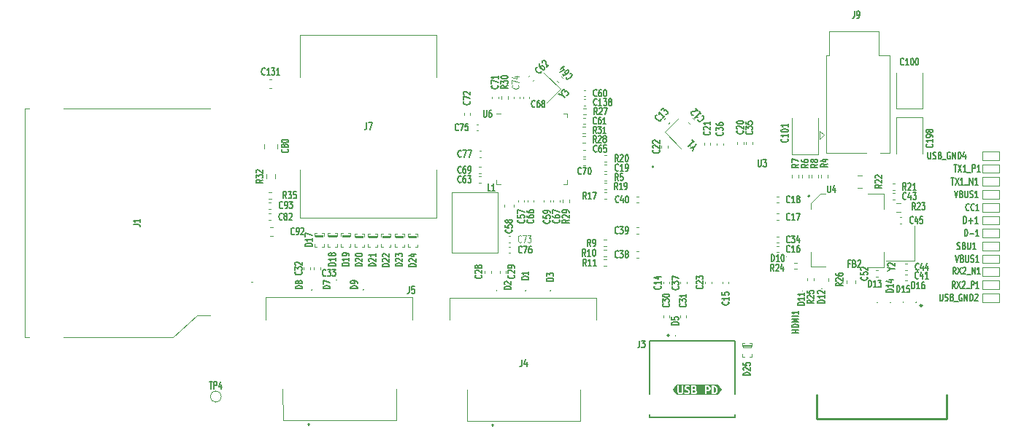
<source format=gbr>
G04 #@! TF.GenerationSoftware,KiCad,Pcbnew,(6.0.7)*
G04 #@! TF.CreationDate,2022-10-31T13:42:49+03:00*
G04 #@! TF.ProjectId,USB_HUB_ADAPTER,5553425f-4855-4425-9f41-444150544552,rev?*
G04 #@! TF.SameCoordinates,Original*
G04 #@! TF.FileFunction,Legend,Top*
G04 #@! TF.FilePolarity,Positive*
%FSLAX46Y46*%
G04 Gerber Fmt 4.6, Leading zero omitted, Abs format (unit mm)*
G04 Created by KiCad (PCBNEW (6.0.7)) date 2022-10-31 13:42:49*
%MOMM*%
%LPD*%
G01*
G04 APERTURE LIST*
%ADD10C,0.150000*%
%ADD11C,0.125000*%
%ADD12C,0.120000*%
%ADD13C,0.100000*%
%ADD14C,0.200000*%
%ADD15C,0.254000*%
G04 APERTURE END LIST*
D10*
X178685714Y-85785714D02*
X178723809Y-85814285D01*
X178761904Y-85900000D01*
X178761904Y-85957142D01*
X178723809Y-86042857D01*
X178647619Y-86100000D01*
X178571428Y-86128571D01*
X178419047Y-86157142D01*
X178304761Y-86157142D01*
X178152380Y-86128571D01*
X178076190Y-86100000D01*
X178000000Y-86042857D01*
X177961904Y-85957142D01*
X177961904Y-85900000D01*
X178000000Y-85814285D01*
X178038095Y-85785714D01*
X177961904Y-85585714D02*
X177961904Y-85214285D01*
X178266666Y-85414285D01*
X178266666Y-85328571D01*
X178304761Y-85271428D01*
X178342857Y-85242857D01*
X178419047Y-85214285D01*
X178609523Y-85214285D01*
X178685714Y-85242857D01*
X178723809Y-85271428D01*
X178761904Y-85328571D01*
X178761904Y-85500000D01*
X178723809Y-85557142D01*
X178685714Y-85585714D01*
X177961904Y-84700000D02*
X177961904Y-84814285D01*
X178000000Y-84871428D01*
X178038095Y-84900000D01*
X178152380Y-84957142D01*
X178304761Y-84985714D01*
X178609523Y-84985714D01*
X178685714Y-84957142D01*
X178723809Y-84928571D01*
X178761904Y-84871428D01*
X178761904Y-84757142D01*
X178723809Y-84700000D01*
X178685714Y-84671428D01*
X178609523Y-84642857D01*
X178419047Y-84642857D01*
X178342857Y-84671428D01*
X178304761Y-84700000D01*
X178266666Y-84757142D01*
X178266666Y-84871428D01*
X178304761Y-84928571D01*
X178342857Y-84957142D01*
X178419047Y-84985714D01*
X166614285Y-100285714D02*
X166585714Y-100323809D01*
X166500000Y-100361904D01*
X166442857Y-100361904D01*
X166357142Y-100323809D01*
X166300000Y-100247619D01*
X166271428Y-100171428D01*
X166242857Y-100019047D01*
X166242857Y-99904761D01*
X166271428Y-99752380D01*
X166300000Y-99676190D01*
X166357142Y-99600000D01*
X166442857Y-99561904D01*
X166500000Y-99561904D01*
X166585714Y-99600000D01*
X166614285Y-99638095D01*
X166814285Y-99561904D02*
X167185714Y-99561904D01*
X166985714Y-99866666D01*
X167071428Y-99866666D01*
X167128571Y-99904761D01*
X167157142Y-99942857D01*
X167185714Y-100019047D01*
X167185714Y-100209523D01*
X167157142Y-100285714D01*
X167128571Y-100323809D01*
X167071428Y-100361904D01*
X166900000Y-100361904D01*
X166842857Y-100323809D01*
X166814285Y-100285714D01*
X167528571Y-99904761D02*
X167471428Y-99866666D01*
X167442857Y-99828571D01*
X167414285Y-99752380D01*
X167414285Y-99714285D01*
X167442857Y-99638095D01*
X167471428Y-99600000D01*
X167528571Y-99561904D01*
X167642857Y-99561904D01*
X167700000Y-99600000D01*
X167728571Y-99638095D01*
X167757142Y-99714285D01*
X167757142Y-99752380D01*
X167728571Y-99828571D01*
X167700000Y-99866666D01*
X167642857Y-99904761D01*
X167528571Y-99904761D01*
X167471428Y-99942857D01*
X167442857Y-99980952D01*
X167414285Y-100057142D01*
X167414285Y-100209523D01*
X167442857Y-100285714D01*
X167471428Y-100323809D01*
X167528571Y-100361904D01*
X167642857Y-100361904D01*
X167700000Y-100323809D01*
X167728571Y-100285714D01*
X167757142Y-100209523D01*
X167757142Y-100057142D01*
X167728571Y-99980952D01*
X167700000Y-99942857D01*
X167642857Y-99904761D01*
X164128571Y-82585714D02*
X164100000Y-82623809D01*
X164014285Y-82661904D01*
X163957142Y-82661904D01*
X163871428Y-82623809D01*
X163814285Y-82547619D01*
X163785714Y-82471428D01*
X163757142Y-82319047D01*
X163757142Y-82204761D01*
X163785714Y-82052380D01*
X163814285Y-81976190D01*
X163871428Y-81900000D01*
X163957142Y-81861904D01*
X164014285Y-81861904D01*
X164100000Y-81900000D01*
X164128571Y-81938095D01*
X164700000Y-82661904D02*
X164357142Y-82661904D01*
X164528571Y-82661904D02*
X164528571Y-81861904D01*
X164471428Y-81976190D01*
X164414285Y-82052380D01*
X164357142Y-82090476D01*
X164900000Y-81861904D02*
X165271428Y-81861904D01*
X165071428Y-82166666D01*
X165157142Y-82166666D01*
X165214285Y-82204761D01*
X165242857Y-82242857D01*
X165271428Y-82319047D01*
X165271428Y-82509523D01*
X165242857Y-82585714D01*
X165214285Y-82623809D01*
X165157142Y-82661904D01*
X164985714Y-82661904D01*
X164928571Y-82623809D01*
X164900000Y-82585714D01*
X165614285Y-82204761D02*
X165557142Y-82166666D01*
X165528571Y-82128571D01*
X165500000Y-82052380D01*
X165500000Y-82014285D01*
X165528571Y-81938095D01*
X165557142Y-81900000D01*
X165614285Y-81861904D01*
X165728571Y-81861904D01*
X165785714Y-81900000D01*
X165814285Y-81938095D01*
X165842857Y-82014285D01*
X165842857Y-82052380D01*
X165814285Y-82128571D01*
X165785714Y-82166666D01*
X165728571Y-82204761D01*
X165614285Y-82204761D01*
X165557142Y-82242857D01*
X165528571Y-82280952D01*
X165500000Y-82357142D01*
X165500000Y-82509523D01*
X165528571Y-82585714D01*
X165557142Y-82623809D01*
X165614285Y-82661904D01*
X165728571Y-82661904D01*
X165785714Y-82623809D01*
X165814285Y-82585714D01*
X165842857Y-82509523D01*
X165842857Y-82357142D01*
X165814285Y-82280952D01*
X165785714Y-82242857D01*
X165728571Y-82204761D01*
X203035714Y-87158928D02*
X203073809Y-87187500D01*
X203111904Y-87273214D01*
X203111904Y-87330357D01*
X203073809Y-87416071D01*
X202997619Y-87473214D01*
X202921428Y-87501785D01*
X202769047Y-87530357D01*
X202654761Y-87530357D01*
X202502380Y-87501785D01*
X202426190Y-87473214D01*
X202350000Y-87416071D01*
X202311904Y-87330357D01*
X202311904Y-87273214D01*
X202350000Y-87187500D01*
X202388095Y-87158928D01*
X203111904Y-86587500D02*
X203111904Y-86930357D01*
X203111904Y-86758928D02*
X202311904Y-86758928D01*
X202426190Y-86816071D01*
X202502380Y-86873214D01*
X202540476Y-86930357D01*
X203111904Y-86301785D02*
X203111904Y-86187500D01*
X203073809Y-86130357D01*
X203035714Y-86101785D01*
X202921428Y-86044642D01*
X202769047Y-86016071D01*
X202464285Y-86016071D01*
X202388095Y-86044642D01*
X202350000Y-86073214D01*
X202311904Y-86130357D01*
X202311904Y-86244642D01*
X202350000Y-86301785D01*
X202388095Y-86330357D01*
X202464285Y-86358928D01*
X202654761Y-86358928D01*
X202730952Y-86330357D01*
X202769047Y-86301785D01*
X202807142Y-86244642D01*
X202807142Y-86130357D01*
X202769047Y-86073214D01*
X202730952Y-86044642D01*
X202654761Y-86016071D01*
X202654761Y-85673214D02*
X202616666Y-85730357D01*
X202578571Y-85758928D01*
X202502380Y-85787500D01*
X202464285Y-85787500D01*
X202388095Y-85758928D01*
X202350000Y-85730357D01*
X202311904Y-85673214D01*
X202311904Y-85558928D01*
X202350000Y-85501785D01*
X202388095Y-85473214D01*
X202464285Y-85444642D01*
X202502380Y-85444642D01*
X202578571Y-85473214D01*
X202616666Y-85501785D01*
X202654761Y-85558928D01*
X202654761Y-85673214D01*
X202692857Y-85730357D01*
X202730952Y-85758928D01*
X202807142Y-85787500D01*
X202959523Y-85787500D01*
X203035714Y-85758928D01*
X203073809Y-85730357D01*
X203111904Y-85673214D01*
X203111904Y-85558928D01*
X203073809Y-85501785D01*
X203035714Y-85473214D01*
X202959523Y-85444642D01*
X202807142Y-85444642D01*
X202730952Y-85473214D01*
X202692857Y-85501785D01*
X202654761Y-85558928D01*
X152610714Y-80335714D02*
X152648809Y-80364285D01*
X152686904Y-80450000D01*
X152686904Y-80507142D01*
X152648809Y-80592857D01*
X152572619Y-80650000D01*
X152496428Y-80678571D01*
X152344047Y-80707142D01*
X152229761Y-80707142D01*
X152077380Y-80678571D01*
X152001190Y-80650000D01*
X151925000Y-80592857D01*
X151886904Y-80507142D01*
X151886904Y-80450000D01*
X151925000Y-80364285D01*
X151963095Y-80335714D01*
X151886904Y-80135714D02*
X151886904Y-79735714D01*
X152686904Y-79992857D01*
X152686904Y-79192857D02*
X152686904Y-79535714D01*
X152686904Y-79364285D02*
X151886904Y-79364285D01*
X152001190Y-79421428D01*
X152077380Y-79478571D01*
X152115476Y-79535714D01*
X125618321Y-79035714D02*
X125589750Y-79073809D01*
X125504035Y-79111904D01*
X125446892Y-79111904D01*
X125361178Y-79073809D01*
X125304035Y-78997619D01*
X125275464Y-78921428D01*
X125246892Y-78769047D01*
X125246892Y-78654761D01*
X125275464Y-78502380D01*
X125304035Y-78426190D01*
X125361178Y-78350000D01*
X125446892Y-78311904D01*
X125504035Y-78311904D01*
X125589750Y-78350000D01*
X125618321Y-78388095D01*
X126189750Y-79111904D02*
X125846892Y-79111904D01*
X126018321Y-79111904D02*
X126018321Y-78311904D01*
X125961178Y-78426190D01*
X125904035Y-78502380D01*
X125846892Y-78540476D01*
X126389750Y-78311904D02*
X126761178Y-78311904D01*
X126561178Y-78616666D01*
X126646892Y-78616666D01*
X126704035Y-78654761D01*
X126732607Y-78692857D01*
X126761178Y-78769047D01*
X126761178Y-78959523D01*
X126732607Y-79035714D01*
X126704035Y-79073809D01*
X126646892Y-79111904D01*
X126475464Y-79111904D01*
X126418321Y-79073809D01*
X126389750Y-79035714D01*
X127332607Y-79111904D02*
X126989750Y-79111904D01*
X127161178Y-79111904D02*
X127161178Y-78311904D01*
X127104035Y-78426190D01*
X127046892Y-78502380D01*
X126989750Y-78540476D01*
X192674404Y-103265714D02*
X192293452Y-103465714D01*
X192674404Y-103608571D02*
X191874404Y-103608571D01*
X191874404Y-103380000D01*
X191912500Y-103322857D01*
X191950595Y-103294285D01*
X192026785Y-103265714D01*
X192141071Y-103265714D01*
X192217261Y-103294285D01*
X192255357Y-103322857D01*
X192293452Y-103380000D01*
X192293452Y-103608571D01*
X191950595Y-103037142D02*
X191912500Y-103008571D01*
X191874404Y-102951428D01*
X191874404Y-102808571D01*
X191912500Y-102751428D01*
X191950595Y-102722857D01*
X192026785Y-102694285D01*
X192102976Y-102694285D01*
X192217261Y-102722857D01*
X192674404Y-103065714D01*
X192674404Y-102694285D01*
X191874404Y-102180000D02*
X191874404Y-102294285D01*
X191912500Y-102351428D01*
X191950595Y-102380000D01*
X192064880Y-102437142D01*
X192217261Y-102465714D01*
X192522023Y-102465714D01*
X192598214Y-102437142D01*
X192636309Y-102408571D01*
X192674404Y-102351428D01*
X192674404Y-102237142D01*
X192636309Y-102180000D01*
X192598214Y-102151428D01*
X192522023Y-102122857D01*
X192331547Y-102122857D01*
X192255357Y-102151428D01*
X192217261Y-102180000D01*
X192179166Y-102237142D01*
X192179166Y-102351428D01*
X192217261Y-102408571D01*
X192255357Y-102437142D01*
X192331547Y-102465714D01*
X164114285Y-87985714D02*
X164085714Y-88023809D01*
X164000000Y-88061904D01*
X163942857Y-88061904D01*
X163857142Y-88023809D01*
X163800000Y-87947619D01*
X163771428Y-87871428D01*
X163742857Y-87719047D01*
X163742857Y-87604761D01*
X163771428Y-87452380D01*
X163800000Y-87376190D01*
X163857142Y-87300000D01*
X163942857Y-87261904D01*
X164000000Y-87261904D01*
X164085714Y-87300000D01*
X164114285Y-87338095D01*
X164628571Y-87261904D02*
X164514285Y-87261904D01*
X164457142Y-87300000D01*
X164428571Y-87338095D01*
X164371428Y-87452380D01*
X164342857Y-87604761D01*
X164342857Y-87909523D01*
X164371428Y-87985714D01*
X164400000Y-88023809D01*
X164457142Y-88061904D01*
X164571428Y-88061904D01*
X164628571Y-88023809D01*
X164657142Y-87985714D01*
X164685714Y-87909523D01*
X164685714Y-87719047D01*
X164657142Y-87642857D01*
X164628571Y-87604761D01*
X164571428Y-87566666D01*
X164457142Y-87566666D01*
X164400000Y-87604761D01*
X164371428Y-87642857D01*
X164342857Y-87719047D01*
X165228571Y-87261904D02*
X164942857Y-87261904D01*
X164914285Y-87642857D01*
X164942857Y-87604761D01*
X165000000Y-87566666D01*
X165142857Y-87566666D01*
X165200000Y-87604761D01*
X165228571Y-87642857D01*
X165257142Y-87719047D01*
X165257142Y-87909523D01*
X165228571Y-87985714D01*
X165200000Y-88023809D01*
X165142857Y-88061904D01*
X165000000Y-88061904D01*
X164942857Y-88023809D01*
X164914285Y-87985714D01*
X171564878Y-84235360D02*
X171571612Y-84282501D01*
X171537940Y-84370047D01*
X171497534Y-84410453D01*
X171409988Y-84444125D01*
X171315707Y-84430656D01*
X171241629Y-84396985D01*
X171113676Y-84309438D01*
X171032864Y-84228626D01*
X170945318Y-84100673D01*
X170911646Y-84026595D01*
X170898177Y-83932314D01*
X170931849Y-83844768D01*
X170972255Y-83804362D01*
X171059802Y-83770690D01*
X171106942Y-83777424D01*
X172022814Y-83885174D02*
X171780377Y-84127611D01*
X171901595Y-84006392D02*
X171335910Y-83440707D01*
X171376316Y-83561925D01*
X171389785Y-83656206D01*
X171376316Y-83723550D01*
X171598550Y-83178067D02*
X171861189Y-82915428D01*
X171935267Y-83272348D01*
X171995876Y-83211739D01*
X172063220Y-83198270D01*
X172110360Y-83205005D01*
X172184438Y-83238676D01*
X172319125Y-83373363D01*
X172352797Y-83447441D01*
X172359531Y-83494582D01*
X172346062Y-83561925D01*
X172224844Y-83683143D01*
X172157501Y-83696612D01*
X172110360Y-83689878D01*
X182110714Y-85635714D02*
X182148809Y-85664285D01*
X182186904Y-85750000D01*
X182186904Y-85807142D01*
X182148809Y-85892857D01*
X182072619Y-85950000D01*
X181996428Y-85978571D01*
X181844047Y-86007142D01*
X181729761Y-86007142D01*
X181577380Y-85978571D01*
X181501190Y-85950000D01*
X181425000Y-85892857D01*
X181386904Y-85807142D01*
X181386904Y-85750000D01*
X181425000Y-85664285D01*
X181463095Y-85635714D01*
X181386904Y-85435714D02*
X181386904Y-85064285D01*
X181691666Y-85264285D01*
X181691666Y-85178571D01*
X181729761Y-85121428D01*
X181767857Y-85092857D01*
X181844047Y-85064285D01*
X182034523Y-85064285D01*
X182110714Y-85092857D01*
X182148809Y-85121428D01*
X182186904Y-85178571D01*
X182186904Y-85350000D01*
X182148809Y-85407142D01*
X182110714Y-85435714D01*
X181386904Y-84521428D02*
X181386904Y-84807142D01*
X181767857Y-84835714D01*
X181729761Y-84807142D01*
X181691666Y-84750000D01*
X181691666Y-84607142D01*
X181729761Y-84550000D01*
X181767857Y-84521428D01*
X181844047Y-84492857D01*
X182034523Y-84492857D01*
X182110714Y-84521428D01*
X182148809Y-84550000D01*
X182186904Y-84607142D01*
X182186904Y-84750000D01*
X182148809Y-84807142D01*
X182110714Y-84835714D01*
X166614285Y-90185714D02*
X166585714Y-90223809D01*
X166500000Y-90261904D01*
X166442857Y-90261904D01*
X166357142Y-90223809D01*
X166300000Y-90147619D01*
X166271428Y-90071428D01*
X166242857Y-89919047D01*
X166242857Y-89804761D01*
X166271428Y-89652380D01*
X166300000Y-89576190D01*
X166357142Y-89500000D01*
X166442857Y-89461904D01*
X166500000Y-89461904D01*
X166585714Y-89500000D01*
X166614285Y-89538095D01*
X167185714Y-90261904D02*
X166842857Y-90261904D01*
X167014285Y-90261904D02*
X167014285Y-89461904D01*
X166957142Y-89576190D01*
X166900000Y-89652380D01*
X166842857Y-89690476D01*
X167471428Y-90261904D02*
X167585714Y-90261904D01*
X167642857Y-90223809D01*
X167671428Y-90185714D01*
X167728571Y-90071428D01*
X167757142Y-89919047D01*
X167757142Y-89614285D01*
X167728571Y-89538095D01*
X167700000Y-89500000D01*
X167642857Y-89461904D01*
X167528571Y-89461904D01*
X167471428Y-89500000D01*
X167442857Y-89538095D01*
X167414285Y-89614285D01*
X167414285Y-89804761D01*
X167442857Y-89880952D01*
X167471428Y-89919047D01*
X167528571Y-89957142D01*
X167642857Y-89957142D01*
X167700000Y-89919047D01*
X167728571Y-89880952D01*
X167757142Y-89804761D01*
X201414285Y-102705714D02*
X201385714Y-102743809D01*
X201300000Y-102781904D01*
X201242857Y-102781904D01*
X201157142Y-102743809D01*
X201100000Y-102667619D01*
X201071428Y-102591428D01*
X201042857Y-102439047D01*
X201042857Y-102324761D01*
X201071428Y-102172380D01*
X201100000Y-102096190D01*
X201157142Y-102020000D01*
X201242857Y-101981904D01*
X201300000Y-101981904D01*
X201385714Y-102020000D01*
X201414285Y-102058095D01*
X201928571Y-102248571D02*
X201928571Y-102781904D01*
X201785714Y-101943809D02*
X201642857Y-102515238D01*
X202014285Y-102515238D01*
X202557142Y-102781904D02*
X202214285Y-102781904D01*
X202385714Y-102781904D02*
X202385714Y-101981904D01*
X202328571Y-102096190D01*
X202271428Y-102172380D01*
X202214285Y-102210476D01*
X132684285Y-102415714D02*
X132655714Y-102453809D01*
X132570000Y-102491904D01*
X132512857Y-102491904D01*
X132427142Y-102453809D01*
X132370000Y-102377619D01*
X132341428Y-102301428D01*
X132312857Y-102149047D01*
X132312857Y-102034761D01*
X132341428Y-101882380D01*
X132370000Y-101806190D01*
X132427142Y-101730000D01*
X132512857Y-101691904D01*
X132570000Y-101691904D01*
X132655714Y-101730000D01*
X132684285Y-101768095D01*
X132884285Y-101691904D02*
X133255714Y-101691904D01*
X133055714Y-101996666D01*
X133141428Y-101996666D01*
X133198571Y-102034761D01*
X133227142Y-102072857D01*
X133255714Y-102149047D01*
X133255714Y-102339523D01*
X133227142Y-102415714D01*
X133198571Y-102453809D01*
X133141428Y-102491904D01*
X132970000Y-102491904D01*
X132912857Y-102453809D01*
X132884285Y-102415714D01*
X133455714Y-101691904D02*
X133827142Y-101691904D01*
X133627142Y-101996666D01*
X133712857Y-101996666D01*
X133770000Y-102034761D01*
X133798571Y-102072857D01*
X133827142Y-102149047D01*
X133827142Y-102339523D01*
X133798571Y-102415714D01*
X133770000Y-102453809D01*
X133712857Y-102491904D01*
X133541428Y-102491904D01*
X133484285Y-102453809D01*
X133455714Y-102415714D01*
X155685714Y-95935714D02*
X155723809Y-95964285D01*
X155761904Y-96050000D01*
X155761904Y-96107142D01*
X155723809Y-96192857D01*
X155647619Y-96250000D01*
X155571428Y-96278571D01*
X155419047Y-96307142D01*
X155304761Y-96307142D01*
X155152380Y-96278571D01*
X155076190Y-96250000D01*
X155000000Y-96192857D01*
X154961904Y-96107142D01*
X154961904Y-96050000D01*
X155000000Y-95964285D01*
X155038095Y-95935714D01*
X154961904Y-95392857D02*
X154961904Y-95678571D01*
X155342857Y-95707142D01*
X155304761Y-95678571D01*
X155266666Y-95621428D01*
X155266666Y-95478571D01*
X155304761Y-95421428D01*
X155342857Y-95392857D01*
X155419047Y-95364285D01*
X155609523Y-95364285D01*
X155685714Y-95392857D01*
X155723809Y-95421428D01*
X155761904Y-95478571D01*
X155761904Y-95621428D01*
X155723809Y-95678571D01*
X155685714Y-95707142D01*
X154961904Y-95164285D02*
X154961904Y-94764285D01*
X155761904Y-95021428D01*
X190549404Y-105628571D02*
X189749404Y-105628571D01*
X189749404Y-105485714D01*
X189787500Y-105400000D01*
X189863690Y-105342857D01*
X189939880Y-105314285D01*
X190092261Y-105285714D01*
X190206547Y-105285714D01*
X190358928Y-105314285D01*
X190435119Y-105342857D01*
X190511309Y-105400000D01*
X190549404Y-105485714D01*
X190549404Y-105628571D01*
X190549404Y-104714285D02*
X190549404Y-105057142D01*
X190549404Y-104885714D02*
X189749404Y-104885714D01*
X189863690Y-104942857D01*
X189939880Y-105000000D01*
X189977976Y-105057142D01*
X189825595Y-104485714D02*
X189787500Y-104457142D01*
X189749404Y-104400000D01*
X189749404Y-104257142D01*
X189787500Y-104200000D01*
X189825595Y-104171428D01*
X189901785Y-104142857D01*
X189977976Y-104142857D01*
X190092261Y-104171428D01*
X190549404Y-104514285D01*
X190549404Y-104142857D01*
X136361904Y-103942857D02*
X135561904Y-103942857D01*
X135561904Y-103800000D01*
X135600000Y-103714285D01*
X135676190Y-103657142D01*
X135752380Y-103628571D01*
X135904761Y-103600000D01*
X136019047Y-103600000D01*
X136171428Y-103628571D01*
X136247619Y-103657142D01*
X136323809Y-103714285D01*
X136361904Y-103800000D01*
X136361904Y-103942857D01*
X136361904Y-103314285D02*
X136361904Y-103200000D01*
X136323809Y-103142857D01*
X136285714Y-103114285D01*
X136171428Y-103057142D01*
X136019047Y-103028571D01*
X135714285Y-103028571D01*
X135638095Y-103057142D01*
X135600000Y-103085714D01*
X135561904Y-103142857D01*
X135561904Y-103257142D01*
X135600000Y-103314285D01*
X135638095Y-103342857D01*
X135714285Y-103371428D01*
X135904761Y-103371428D01*
X135980952Y-103342857D01*
X136019047Y-103314285D01*
X136057142Y-103257142D01*
X136057142Y-103142857D01*
X136019047Y-103085714D01*
X135980952Y-103057142D01*
X135904761Y-103028571D01*
X161024771Y-78920710D02*
X161071912Y-78913976D01*
X161159458Y-78947648D01*
X161199864Y-78988054D01*
X161233536Y-79075600D01*
X161220067Y-79169881D01*
X161186396Y-79243959D01*
X161098849Y-79371912D01*
X161018037Y-79452724D01*
X160890084Y-79540270D01*
X160816006Y-79573942D01*
X160721725Y-79587411D01*
X160634179Y-79553739D01*
X160593773Y-79513333D01*
X160560101Y-79425786D01*
X160566835Y-79378646D01*
X160149306Y-79068866D02*
X160230118Y-79149678D01*
X160297461Y-79163147D01*
X160344602Y-79156412D01*
X160465820Y-79116006D01*
X160593773Y-79028460D01*
X160809272Y-78812961D01*
X160842944Y-78738883D01*
X160849678Y-78691742D01*
X160836209Y-78624399D01*
X160755397Y-78543587D01*
X160688054Y-78530118D01*
X160640913Y-78536852D01*
X160566835Y-78570524D01*
X160432148Y-78705211D01*
X160398477Y-78779289D01*
X160391742Y-78826429D01*
X160405211Y-78893773D01*
X160486023Y-78974585D01*
X160553367Y-78988054D01*
X160600507Y-78981319D01*
X160674585Y-78947648D01*
X159933806Y-78476243D02*
X160310930Y-78099119D01*
X159819322Y-78792758D02*
X160324399Y-78489712D01*
X160061759Y-78227072D01*
X205614285Y-92561904D02*
X205814285Y-93361904D01*
X206014285Y-92561904D01*
X206414285Y-92942857D02*
X206500000Y-92980952D01*
X206528571Y-93019047D01*
X206557142Y-93095238D01*
X206557142Y-93209523D01*
X206528571Y-93285714D01*
X206500000Y-93323809D01*
X206442857Y-93361904D01*
X206214285Y-93361904D01*
X206214285Y-92561904D01*
X206414285Y-92561904D01*
X206471428Y-92600000D01*
X206500000Y-92638095D01*
X206528571Y-92714285D01*
X206528571Y-92790476D01*
X206500000Y-92866666D01*
X206471428Y-92904761D01*
X206414285Y-92942857D01*
X206214285Y-92942857D01*
X206814285Y-92561904D02*
X206814285Y-93209523D01*
X206842857Y-93285714D01*
X206871428Y-93323809D01*
X206928571Y-93361904D01*
X207042857Y-93361904D01*
X207100000Y-93323809D01*
X207128571Y-93285714D01*
X207157142Y-93209523D01*
X207157142Y-92561904D01*
X207414285Y-93323809D02*
X207500000Y-93361904D01*
X207642857Y-93361904D01*
X207700000Y-93323809D01*
X207728571Y-93285714D01*
X207757142Y-93209523D01*
X207757142Y-93133333D01*
X207728571Y-93057142D01*
X207700000Y-93019047D01*
X207642857Y-92980952D01*
X207528571Y-92942857D01*
X207471428Y-92904761D01*
X207442857Y-92866666D01*
X207414285Y-92790476D01*
X207414285Y-92714285D01*
X207442857Y-92638095D01*
X207471428Y-92600000D01*
X207528571Y-92561904D01*
X207671428Y-92561904D01*
X207757142Y-92600000D01*
X208328571Y-93361904D02*
X207985714Y-93361904D01*
X208157142Y-93361904D02*
X208157142Y-92561904D01*
X208100000Y-92676190D01*
X208042857Y-92752380D01*
X207985714Y-92790476D01*
X160134500Y-81488561D02*
X160403874Y-81757935D01*
X159696768Y-81333671D02*
X160134500Y-81488561D01*
X159979610Y-81050829D01*
X160080625Y-80949813D02*
X160343265Y-80687174D01*
X160417343Y-81044094D01*
X160477952Y-80983485D01*
X160545296Y-80970016D01*
X160592436Y-80976751D01*
X160666514Y-81010422D01*
X160801201Y-81145109D01*
X160834873Y-81219187D01*
X160841607Y-81266328D01*
X160828138Y-81333671D01*
X160706920Y-81454890D01*
X160639577Y-81468358D01*
X160592436Y-81461624D01*
X176324771Y-83845710D02*
X176371912Y-83838976D01*
X176459458Y-83872648D01*
X176499864Y-83913054D01*
X176533536Y-84000600D01*
X176520067Y-84094881D01*
X176486396Y-84168959D01*
X176398849Y-84296912D01*
X176318037Y-84377724D01*
X176190084Y-84465270D01*
X176116006Y-84498942D01*
X176021725Y-84512411D01*
X175934179Y-84478739D01*
X175893773Y-84438333D01*
X175860101Y-84350786D01*
X175866835Y-84303646D01*
X175974585Y-83387774D02*
X176217022Y-83630211D01*
X176095803Y-83508993D02*
X175530118Y-84074678D01*
X175651336Y-84034272D01*
X175745617Y-84020803D01*
X175812961Y-84034272D01*
X175301150Y-83737961D02*
X175254009Y-83744695D01*
X175186666Y-83731226D01*
X175085651Y-83630211D01*
X175072182Y-83562867D01*
X175078916Y-83515727D01*
X175112588Y-83441649D01*
X175166463Y-83387774D01*
X175267478Y-83327165D01*
X175833164Y-83246353D01*
X175570524Y-82983713D01*
X159106904Y-103042857D02*
X158306904Y-103042857D01*
X158306904Y-102900000D01*
X158345000Y-102814285D01*
X158421190Y-102757142D01*
X158497380Y-102728571D01*
X158649761Y-102700000D01*
X158764047Y-102700000D01*
X158916428Y-102728571D01*
X158992619Y-102757142D01*
X159068809Y-102814285D01*
X159106904Y-102900000D01*
X159106904Y-103042857D01*
X158306904Y-102500000D02*
X158306904Y-102128571D01*
X158611666Y-102328571D01*
X158611666Y-102242857D01*
X158649761Y-102185714D01*
X158687857Y-102157142D01*
X158764047Y-102128571D01*
X158954523Y-102128571D01*
X159030714Y-102157142D01*
X159068809Y-102185714D01*
X159106904Y-102242857D01*
X159106904Y-102414285D01*
X159068809Y-102471428D01*
X159030714Y-102500000D01*
X171335714Y-87835714D02*
X171373809Y-87864285D01*
X171411904Y-87950000D01*
X171411904Y-88007142D01*
X171373809Y-88092857D01*
X171297619Y-88150000D01*
X171221428Y-88178571D01*
X171069047Y-88207142D01*
X170954761Y-88207142D01*
X170802380Y-88178571D01*
X170726190Y-88150000D01*
X170650000Y-88092857D01*
X170611904Y-88007142D01*
X170611904Y-87950000D01*
X170650000Y-87864285D01*
X170688095Y-87835714D01*
X170688095Y-87607142D02*
X170650000Y-87578571D01*
X170611904Y-87521428D01*
X170611904Y-87378571D01*
X170650000Y-87321428D01*
X170688095Y-87292857D01*
X170764285Y-87264285D01*
X170840476Y-87264285D01*
X170954761Y-87292857D01*
X171411904Y-87635714D01*
X171411904Y-87264285D01*
X170688095Y-87035714D02*
X170650000Y-87007142D01*
X170611904Y-86950000D01*
X170611904Y-86807142D01*
X170650000Y-86750000D01*
X170688095Y-86721428D01*
X170764285Y-86692857D01*
X170840476Y-86692857D01*
X170954761Y-86721428D01*
X171411904Y-87064285D01*
X171411904Y-86692857D01*
X188661904Y-89490000D02*
X188280952Y-89690000D01*
X188661904Y-89832857D02*
X187861904Y-89832857D01*
X187861904Y-89604285D01*
X187900000Y-89547142D01*
X187938095Y-89518571D01*
X188014285Y-89490000D01*
X188128571Y-89490000D01*
X188204761Y-89518571D01*
X188242857Y-89547142D01*
X188280952Y-89604285D01*
X188280952Y-89832857D01*
X187861904Y-88975714D02*
X187861904Y-89090000D01*
X187900000Y-89147142D01*
X187938095Y-89175714D01*
X188052380Y-89232857D01*
X188204761Y-89261428D01*
X188509523Y-89261428D01*
X188585714Y-89232857D01*
X188623809Y-89204285D01*
X188661904Y-89147142D01*
X188661904Y-89032857D01*
X188623809Y-88975714D01*
X188585714Y-88947142D01*
X188509523Y-88918571D01*
X188319047Y-88918571D01*
X188242857Y-88947142D01*
X188204761Y-88975714D01*
X188166666Y-89032857D01*
X188166666Y-89147142D01*
X188204761Y-89204285D01*
X188242857Y-89232857D01*
X188319047Y-89261428D01*
X173585714Y-103685714D02*
X173623809Y-103714285D01*
X173661904Y-103800000D01*
X173661904Y-103857142D01*
X173623809Y-103942857D01*
X173547619Y-104000000D01*
X173471428Y-104028571D01*
X173319047Y-104057142D01*
X173204761Y-104057142D01*
X173052380Y-104028571D01*
X172976190Y-104000000D01*
X172900000Y-103942857D01*
X172861904Y-103857142D01*
X172861904Y-103800000D01*
X172900000Y-103714285D01*
X172938095Y-103685714D01*
X172861904Y-103485714D02*
X172861904Y-103114285D01*
X173166666Y-103314285D01*
X173166666Y-103228571D01*
X173204761Y-103171428D01*
X173242857Y-103142857D01*
X173319047Y-103114285D01*
X173509523Y-103114285D01*
X173585714Y-103142857D01*
X173623809Y-103171428D01*
X173661904Y-103228571D01*
X173661904Y-103400000D01*
X173623809Y-103457142D01*
X173585714Y-103485714D01*
X172861904Y-102914285D02*
X172861904Y-102514285D01*
X173661904Y-102771428D01*
X205542857Y-89561904D02*
X205885714Y-89561904D01*
X205714285Y-90361904D02*
X205714285Y-89561904D01*
X206028571Y-89561904D02*
X206428571Y-90361904D01*
X206428571Y-89561904D02*
X206028571Y-90361904D01*
X206971428Y-90361904D02*
X206628571Y-90361904D01*
X206800000Y-90361904D02*
X206800000Y-89561904D01*
X206742857Y-89676190D01*
X206685714Y-89752380D01*
X206628571Y-89790476D01*
X207085714Y-90438095D02*
X207542857Y-90438095D01*
X207685714Y-90361904D02*
X207685714Y-89561904D01*
X207914285Y-89561904D01*
X207971428Y-89600000D01*
X208000000Y-89638095D01*
X208028571Y-89714285D01*
X208028571Y-89828571D01*
X208000000Y-89904761D01*
X207971428Y-89942857D01*
X207914285Y-89980952D01*
X207685714Y-89980952D01*
X208600000Y-90361904D02*
X208257142Y-90361904D01*
X208428571Y-90361904D02*
X208428571Y-89561904D01*
X208371428Y-89676190D01*
X208314285Y-89752380D01*
X208257142Y-89790476D01*
X200809285Y-96290714D02*
X200780714Y-96328809D01*
X200695000Y-96366904D01*
X200637857Y-96366904D01*
X200552142Y-96328809D01*
X200495000Y-96252619D01*
X200466428Y-96176428D01*
X200437857Y-96024047D01*
X200437857Y-95909761D01*
X200466428Y-95757380D01*
X200495000Y-95681190D01*
X200552142Y-95605000D01*
X200637857Y-95566904D01*
X200695000Y-95566904D01*
X200780714Y-95605000D01*
X200809285Y-95643095D01*
X201323571Y-95833571D02*
X201323571Y-96366904D01*
X201180714Y-95528809D02*
X201037857Y-96100238D01*
X201409285Y-96100238D01*
X201923571Y-95566904D02*
X201637857Y-95566904D01*
X201609285Y-95947857D01*
X201637857Y-95909761D01*
X201695000Y-95871666D01*
X201837857Y-95871666D01*
X201895000Y-95909761D01*
X201923571Y-95947857D01*
X201952142Y-96024047D01*
X201952142Y-96214523D01*
X201923571Y-96290714D01*
X201895000Y-96328809D01*
X201837857Y-96366904D01*
X201695000Y-96366904D01*
X201637857Y-96328809D01*
X201609285Y-96290714D01*
X194007500Y-71691904D02*
X194007500Y-72263333D01*
X193978928Y-72377619D01*
X193921785Y-72453809D01*
X193836071Y-72491904D01*
X193778928Y-72491904D01*
X194321785Y-72491904D02*
X194436071Y-72491904D01*
X194493214Y-72453809D01*
X194521785Y-72415714D01*
X194578928Y-72301428D01*
X194607500Y-72149047D01*
X194607500Y-71844285D01*
X194578928Y-71768095D01*
X194550357Y-71730000D01*
X194493214Y-71691904D01*
X194378928Y-71691904D01*
X194321785Y-71730000D01*
X194293214Y-71768095D01*
X194264642Y-71844285D01*
X194264642Y-72034761D01*
X194293214Y-72110952D01*
X194321785Y-72149047D01*
X194378928Y-72187142D01*
X194493214Y-72187142D01*
X194550357Y-72149047D01*
X194578928Y-72110952D01*
X194607500Y-72034761D01*
X142380000Y-103691904D02*
X142380000Y-104263333D01*
X142351428Y-104377619D01*
X142294285Y-104453809D01*
X142208571Y-104491904D01*
X142151428Y-104491904D01*
X142951428Y-103691904D02*
X142665714Y-103691904D01*
X142637142Y-104072857D01*
X142665714Y-104034761D01*
X142722857Y-103996666D01*
X142865714Y-103996666D01*
X142922857Y-104034761D01*
X142951428Y-104072857D01*
X142980000Y-104149047D01*
X142980000Y-104339523D01*
X142951428Y-104415714D01*
X142922857Y-104453809D01*
X142865714Y-104491904D01*
X142722857Y-104491904D01*
X142665714Y-104453809D01*
X142637142Y-104415714D01*
X181911904Y-114018571D02*
X181111904Y-114018571D01*
X181111904Y-113875714D01*
X181150000Y-113790000D01*
X181226190Y-113732857D01*
X181302380Y-113704285D01*
X181454761Y-113675714D01*
X181569047Y-113675714D01*
X181721428Y-113704285D01*
X181797619Y-113732857D01*
X181873809Y-113790000D01*
X181911904Y-113875714D01*
X181911904Y-114018571D01*
X181188095Y-113447142D02*
X181150000Y-113418571D01*
X181111904Y-113361428D01*
X181111904Y-113218571D01*
X181150000Y-113161428D01*
X181188095Y-113132857D01*
X181264285Y-113104285D01*
X181340476Y-113104285D01*
X181454761Y-113132857D01*
X181911904Y-113475714D01*
X181911904Y-113104285D01*
X181111904Y-112561428D02*
X181111904Y-112847142D01*
X181492857Y-112875714D01*
X181454761Y-112847142D01*
X181416666Y-112790000D01*
X181416666Y-112647142D01*
X181454761Y-112590000D01*
X181492857Y-112561428D01*
X181569047Y-112532857D01*
X181759523Y-112532857D01*
X181835714Y-112561428D01*
X181873809Y-112590000D01*
X181911904Y-112647142D01*
X181911904Y-112790000D01*
X181873809Y-112847142D01*
X181835714Y-112875714D01*
X164064285Y-85891904D02*
X163864285Y-85510952D01*
X163721428Y-85891904D02*
X163721428Y-85091904D01*
X163950000Y-85091904D01*
X164007142Y-85130000D01*
X164035714Y-85168095D01*
X164064285Y-85244285D01*
X164064285Y-85358571D01*
X164035714Y-85434761D01*
X164007142Y-85472857D01*
X163950000Y-85510952D01*
X163721428Y-85510952D01*
X164264285Y-85091904D02*
X164635714Y-85091904D01*
X164435714Y-85396666D01*
X164521428Y-85396666D01*
X164578571Y-85434761D01*
X164607142Y-85472857D01*
X164635714Y-85549047D01*
X164635714Y-85739523D01*
X164607142Y-85815714D01*
X164578571Y-85853809D01*
X164521428Y-85891904D01*
X164350000Y-85891904D01*
X164292857Y-85853809D01*
X164264285Y-85815714D01*
X165207142Y-85891904D02*
X164864285Y-85891904D01*
X165035714Y-85891904D02*
X165035714Y-85091904D01*
X164978571Y-85206190D01*
X164921428Y-85282380D01*
X164864285Y-85320476D01*
X171485714Y-103635714D02*
X171523809Y-103664285D01*
X171561904Y-103750000D01*
X171561904Y-103807142D01*
X171523809Y-103892857D01*
X171447619Y-103950000D01*
X171371428Y-103978571D01*
X171219047Y-104007142D01*
X171104761Y-104007142D01*
X170952380Y-103978571D01*
X170876190Y-103950000D01*
X170800000Y-103892857D01*
X170761904Y-103807142D01*
X170761904Y-103750000D01*
X170800000Y-103664285D01*
X170838095Y-103635714D01*
X171561904Y-103064285D02*
X171561904Y-103407142D01*
X171561904Y-103235714D02*
X170761904Y-103235714D01*
X170876190Y-103292857D01*
X170952380Y-103350000D01*
X170990476Y-103407142D01*
X171028571Y-102550000D02*
X171561904Y-102550000D01*
X170723809Y-102692857D02*
X171295238Y-102835714D01*
X171295238Y-102464285D01*
X181060714Y-85585714D02*
X181098809Y-85614285D01*
X181136904Y-85700000D01*
X181136904Y-85757142D01*
X181098809Y-85842857D01*
X181022619Y-85900000D01*
X180946428Y-85928571D01*
X180794047Y-85957142D01*
X180679761Y-85957142D01*
X180527380Y-85928571D01*
X180451190Y-85900000D01*
X180375000Y-85842857D01*
X180336904Y-85757142D01*
X180336904Y-85700000D01*
X180375000Y-85614285D01*
X180413095Y-85585714D01*
X180413095Y-85357142D02*
X180375000Y-85328571D01*
X180336904Y-85271428D01*
X180336904Y-85128571D01*
X180375000Y-85071428D01*
X180413095Y-85042857D01*
X180489285Y-85014285D01*
X180565476Y-85014285D01*
X180679761Y-85042857D01*
X181136904Y-85385714D01*
X181136904Y-85014285D01*
X180336904Y-84642857D02*
X180336904Y-84585714D01*
X180375000Y-84528571D01*
X180413095Y-84500000D01*
X180489285Y-84471428D01*
X180641666Y-84442857D01*
X180832142Y-84442857D01*
X180984523Y-84471428D01*
X181060714Y-84500000D01*
X181098809Y-84528571D01*
X181136904Y-84585714D01*
X181136904Y-84642857D01*
X181098809Y-84700000D01*
X181060714Y-84728571D01*
X180984523Y-84757142D01*
X180832142Y-84785714D01*
X180641666Y-84785714D01*
X180489285Y-84757142D01*
X180413095Y-84728571D01*
X180375000Y-84700000D01*
X180336904Y-84642857D01*
X177210714Y-85685714D02*
X177248809Y-85714285D01*
X177286904Y-85800000D01*
X177286904Y-85857142D01*
X177248809Y-85942857D01*
X177172619Y-86000000D01*
X177096428Y-86028571D01*
X176944047Y-86057142D01*
X176829761Y-86057142D01*
X176677380Y-86028571D01*
X176601190Y-86000000D01*
X176525000Y-85942857D01*
X176486904Y-85857142D01*
X176486904Y-85800000D01*
X176525000Y-85714285D01*
X176563095Y-85685714D01*
X176563095Y-85457142D02*
X176525000Y-85428571D01*
X176486904Y-85371428D01*
X176486904Y-85228571D01*
X176525000Y-85171428D01*
X176563095Y-85142857D01*
X176639285Y-85114285D01*
X176715476Y-85114285D01*
X176829761Y-85142857D01*
X177286904Y-85485714D01*
X177286904Y-85114285D01*
X177286904Y-84542857D02*
X177286904Y-84885714D01*
X177286904Y-84714285D02*
X176486904Y-84714285D01*
X176601190Y-84771428D01*
X176677380Y-84828571D01*
X176715476Y-84885714D01*
X197199404Y-91885714D02*
X196818452Y-92085714D01*
X197199404Y-92228571D02*
X196399404Y-92228571D01*
X196399404Y-92000000D01*
X196437500Y-91942857D01*
X196475595Y-91914285D01*
X196551785Y-91885714D01*
X196666071Y-91885714D01*
X196742261Y-91914285D01*
X196780357Y-91942857D01*
X196818452Y-92000000D01*
X196818452Y-92228571D01*
X196475595Y-91657142D02*
X196437500Y-91628571D01*
X196399404Y-91571428D01*
X196399404Y-91428571D01*
X196437500Y-91371428D01*
X196475595Y-91342857D01*
X196551785Y-91314285D01*
X196627976Y-91314285D01*
X196742261Y-91342857D01*
X197199404Y-91685714D01*
X197199404Y-91314285D01*
X196475595Y-91085714D02*
X196437500Y-91057142D01*
X196399404Y-91000000D01*
X196399404Y-90857142D01*
X196437500Y-90800000D01*
X196475595Y-90771428D01*
X196551785Y-90742857D01*
X196627976Y-90742857D01*
X196742261Y-90771428D01*
X197199404Y-91114285D01*
X197199404Y-90742857D01*
X189324404Y-105290714D02*
X188943452Y-105490714D01*
X189324404Y-105633571D02*
X188524404Y-105633571D01*
X188524404Y-105405000D01*
X188562500Y-105347857D01*
X188600595Y-105319285D01*
X188676785Y-105290714D01*
X188791071Y-105290714D01*
X188867261Y-105319285D01*
X188905357Y-105347857D01*
X188943452Y-105405000D01*
X188943452Y-105633571D01*
X188600595Y-105062142D02*
X188562500Y-105033571D01*
X188524404Y-104976428D01*
X188524404Y-104833571D01*
X188562500Y-104776428D01*
X188600595Y-104747857D01*
X188676785Y-104719285D01*
X188752976Y-104719285D01*
X188867261Y-104747857D01*
X189324404Y-105090714D01*
X189324404Y-104719285D01*
X188524404Y-104176428D02*
X188524404Y-104462142D01*
X188905357Y-104490714D01*
X188867261Y-104462142D01*
X188829166Y-104405000D01*
X188829166Y-104262142D01*
X188867261Y-104205000D01*
X188905357Y-104176428D01*
X188981547Y-104147857D01*
X189172023Y-104147857D01*
X189248214Y-104176428D01*
X189286309Y-104205000D01*
X189324404Y-104262142D01*
X189324404Y-104405000D01*
X189286309Y-104462142D01*
X189248214Y-104490714D01*
X156735714Y-95935714D02*
X156773809Y-95964285D01*
X156811904Y-96050000D01*
X156811904Y-96107142D01*
X156773809Y-96192857D01*
X156697619Y-96250000D01*
X156621428Y-96278571D01*
X156469047Y-96307142D01*
X156354761Y-96307142D01*
X156202380Y-96278571D01*
X156126190Y-96250000D01*
X156050000Y-96192857D01*
X156011904Y-96107142D01*
X156011904Y-96050000D01*
X156050000Y-95964285D01*
X156088095Y-95935714D01*
X156011904Y-95421428D02*
X156011904Y-95535714D01*
X156050000Y-95592857D01*
X156088095Y-95621428D01*
X156202380Y-95678571D01*
X156354761Y-95707142D01*
X156659523Y-95707142D01*
X156735714Y-95678571D01*
X156773809Y-95650000D01*
X156811904Y-95592857D01*
X156811904Y-95478571D01*
X156773809Y-95421428D01*
X156735714Y-95392857D01*
X156659523Y-95364285D01*
X156469047Y-95364285D01*
X156392857Y-95392857D01*
X156354761Y-95421428D01*
X156316666Y-95478571D01*
X156316666Y-95592857D01*
X156354761Y-95650000D01*
X156392857Y-95678571D01*
X156469047Y-95707142D01*
X156011904Y-94850000D02*
X156011904Y-94964285D01*
X156050000Y-95021428D01*
X156088095Y-95050000D01*
X156202380Y-95107142D01*
X156354761Y-95135714D01*
X156659523Y-95135714D01*
X156735714Y-95107142D01*
X156773809Y-95078571D01*
X156811904Y-95021428D01*
X156811904Y-94907142D01*
X156773809Y-94850000D01*
X156735714Y-94821428D01*
X156659523Y-94792857D01*
X156469047Y-94792857D01*
X156392857Y-94821428D01*
X156354761Y-94850000D01*
X156316666Y-94907142D01*
X156316666Y-95021428D01*
X156354761Y-95078571D01*
X156392857Y-95107142D01*
X156469047Y-95135714D01*
X154186904Y-104017857D02*
X153386904Y-104017857D01*
X153386904Y-103875000D01*
X153425000Y-103789285D01*
X153501190Y-103732142D01*
X153577380Y-103703571D01*
X153729761Y-103675000D01*
X153844047Y-103675000D01*
X153996428Y-103703571D01*
X154072619Y-103732142D01*
X154148809Y-103789285D01*
X154186904Y-103875000D01*
X154186904Y-104017857D01*
X153463095Y-103446428D02*
X153425000Y-103417857D01*
X153386904Y-103360714D01*
X153386904Y-103217857D01*
X153425000Y-103160714D01*
X153463095Y-103132142D01*
X153539285Y-103103571D01*
X153615476Y-103103571D01*
X153729761Y-103132142D01*
X154186904Y-103475000D01*
X154186904Y-103103571D01*
X175413561Y-87465499D02*
X175682935Y-87196125D01*
X175258671Y-87903231D02*
X175413561Y-87465499D01*
X174975829Y-87620389D01*
X175177859Y-86691048D02*
X175420296Y-86933485D01*
X175299077Y-86812267D02*
X174733392Y-87377952D01*
X174854610Y-87337546D01*
X174948891Y-87324077D01*
X175016235Y-87337546D01*
X200004285Y-93505714D02*
X199975714Y-93543809D01*
X199890000Y-93581904D01*
X199832857Y-93581904D01*
X199747142Y-93543809D01*
X199690000Y-93467619D01*
X199661428Y-93391428D01*
X199632857Y-93239047D01*
X199632857Y-93124761D01*
X199661428Y-92972380D01*
X199690000Y-92896190D01*
X199747142Y-92820000D01*
X199832857Y-92781904D01*
X199890000Y-92781904D01*
X199975714Y-92820000D01*
X200004285Y-92858095D01*
X200518571Y-93048571D02*
X200518571Y-93581904D01*
X200375714Y-92743809D02*
X200232857Y-93315238D01*
X200604285Y-93315238D01*
X200775714Y-92781904D02*
X201147142Y-92781904D01*
X200947142Y-93086666D01*
X201032857Y-93086666D01*
X201090000Y-93124761D01*
X201118571Y-93162857D01*
X201147142Y-93239047D01*
X201147142Y-93429523D01*
X201118571Y-93505714D01*
X201090000Y-93543809D01*
X201032857Y-93581904D01*
X200861428Y-93581904D01*
X200804285Y-93543809D01*
X200775714Y-93505714D01*
X128260714Y-87760714D02*
X128298809Y-87789285D01*
X128336904Y-87875000D01*
X128336904Y-87932142D01*
X128298809Y-88017857D01*
X128222619Y-88075000D01*
X128146428Y-88103571D01*
X127994047Y-88132142D01*
X127879761Y-88132142D01*
X127727380Y-88103571D01*
X127651190Y-88075000D01*
X127575000Y-88017857D01*
X127536904Y-87932142D01*
X127536904Y-87875000D01*
X127575000Y-87789285D01*
X127613095Y-87760714D01*
X127879761Y-87417857D02*
X127841666Y-87475000D01*
X127803571Y-87503571D01*
X127727380Y-87532142D01*
X127689285Y-87532142D01*
X127613095Y-87503571D01*
X127575000Y-87475000D01*
X127536904Y-87417857D01*
X127536904Y-87303571D01*
X127575000Y-87246428D01*
X127613095Y-87217857D01*
X127689285Y-87189285D01*
X127727380Y-87189285D01*
X127803571Y-87217857D01*
X127841666Y-87246428D01*
X127879761Y-87303571D01*
X127879761Y-87417857D01*
X127917857Y-87475000D01*
X127955952Y-87503571D01*
X128032142Y-87532142D01*
X128184523Y-87532142D01*
X128260714Y-87503571D01*
X128298809Y-87475000D01*
X128336904Y-87417857D01*
X128336904Y-87303571D01*
X128298809Y-87246428D01*
X128260714Y-87217857D01*
X128184523Y-87189285D01*
X128032142Y-87189285D01*
X127955952Y-87217857D01*
X127917857Y-87246428D01*
X127879761Y-87303571D01*
X127536904Y-86817857D02*
X127536904Y-86760714D01*
X127575000Y-86703571D01*
X127613095Y-86675000D01*
X127689285Y-86646428D01*
X127841666Y-86617857D01*
X128032142Y-86617857D01*
X128184523Y-86646428D01*
X128260714Y-86675000D01*
X128298809Y-86703571D01*
X128336904Y-86760714D01*
X128336904Y-86817857D01*
X128298809Y-86875000D01*
X128260714Y-86903571D01*
X128184523Y-86932142D01*
X128032142Y-86960714D01*
X127841666Y-86960714D01*
X127689285Y-86932142D01*
X127613095Y-86903571D01*
X127575000Y-86875000D01*
X127536904Y-86817857D01*
X154510714Y-102370714D02*
X154548809Y-102399285D01*
X154586904Y-102485000D01*
X154586904Y-102542142D01*
X154548809Y-102627857D01*
X154472619Y-102685000D01*
X154396428Y-102713571D01*
X154244047Y-102742142D01*
X154129761Y-102742142D01*
X153977380Y-102713571D01*
X153901190Y-102685000D01*
X153825000Y-102627857D01*
X153786904Y-102542142D01*
X153786904Y-102485000D01*
X153825000Y-102399285D01*
X153863095Y-102370714D01*
X153863095Y-102142142D02*
X153825000Y-102113571D01*
X153786904Y-102056428D01*
X153786904Y-101913571D01*
X153825000Y-101856428D01*
X153863095Y-101827857D01*
X153939285Y-101799285D01*
X154015476Y-101799285D01*
X154129761Y-101827857D01*
X154586904Y-102170714D01*
X154586904Y-101799285D01*
X154586904Y-101513571D02*
X154586904Y-101399285D01*
X154548809Y-101342142D01*
X154510714Y-101313571D01*
X154396428Y-101256428D01*
X154244047Y-101227857D01*
X153939285Y-101227857D01*
X153863095Y-101256428D01*
X153825000Y-101285000D01*
X153786904Y-101342142D01*
X153786904Y-101456428D01*
X153825000Y-101513571D01*
X153863095Y-101542142D01*
X153939285Y-101570714D01*
X154129761Y-101570714D01*
X154205952Y-101542142D01*
X154244047Y-101513571D01*
X154282142Y-101456428D01*
X154282142Y-101342142D01*
X154244047Y-101285000D01*
X154205952Y-101256428D01*
X154129761Y-101227857D01*
X128114285Y-93461904D02*
X127914285Y-93080952D01*
X127771428Y-93461904D02*
X127771428Y-92661904D01*
X128000000Y-92661904D01*
X128057142Y-92700000D01*
X128085714Y-92738095D01*
X128114285Y-92814285D01*
X128114285Y-92928571D01*
X128085714Y-93004761D01*
X128057142Y-93042857D01*
X128000000Y-93080952D01*
X127771428Y-93080952D01*
X128314285Y-92661904D02*
X128685714Y-92661904D01*
X128485714Y-92966666D01*
X128571428Y-92966666D01*
X128628571Y-93004761D01*
X128657142Y-93042857D01*
X128685714Y-93119047D01*
X128685714Y-93309523D01*
X128657142Y-93385714D01*
X128628571Y-93423809D01*
X128571428Y-93461904D01*
X128400000Y-93461904D01*
X128342857Y-93423809D01*
X128314285Y-93385714D01*
X129228571Y-92661904D02*
X128942857Y-92661904D01*
X128914285Y-93042857D01*
X128942857Y-93004761D01*
X129000000Y-92966666D01*
X129142857Y-92966666D01*
X129200000Y-93004761D01*
X129228571Y-93042857D01*
X129257142Y-93119047D01*
X129257142Y-93309523D01*
X129228571Y-93385714D01*
X129200000Y-93423809D01*
X129142857Y-93461904D01*
X129000000Y-93461904D01*
X128942857Y-93423809D01*
X128914285Y-93385714D01*
X184371428Y-100761904D02*
X184371428Y-99961904D01*
X184514285Y-99961904D01*
X184600000Y-100000000D01*
X184657142Y-100076190D01*
X184685714Y-100152380D01*
X184714285Y-100304761D01*
X184714285Y-100419047D01*
X184685714Y-100571428D01*
X184657142Y-100647619D01*
X184600000Y-100723809D01*
X184514285Y-100761904D01*
X184371428Y-100761904D01*
X185285714Y-100761904D02*
X184942857Y-100761904D01*
X185114285Y-100761904D02*
X185114285Y-99961904D01*
X185057142Y-100076190D01*
X185000000Y-100152380D01*
X184942857Y-100190476D01*
X185657142Y-99961904D02*
X185714285Y-99961904D01*
X185771428Y-100000000D01*
X185800000Y-100038095D01*
X185828571Y-100114285D01*
X185857142Y-100266666D01*
X185857142Y-100457142D01*
X185828571Y-100609523D01*
X185800000Y-100685714D01*
X185771428Y-100723809D01*
X185714285Y-100761904D01*
X185657142Y-100761904D01*
X185600000Y-100723809D01*
X185571428Y-100685714D01*
X185542857Y-100609523D01*
X185514285Y-100457142D01*
X185514285Y-100266666D01*
X185542857Y-100114285D01*
X185571428Y-100038095D01*
X185600000Y-100000000D01*
X185657142Y-99961904D01*
X206685714Y-96361904D02*
X206685714Y-95561904D01*
X206828571Y-95561904D01*
X206914285Y-95600000D01*
X206971428Y-95676190D01*
X207000000Y-95752380D01*
X207028571Y-95904761D01*
X207028571Y-96019047D01*
X207000000Y-96171428D01*
X206971428Y-96247619D01*
X206914285Y-96323809D01*
X206828571Y-96361904D01*
X206685714Y-96361904D01*
X207285714Y-96057142D02*
X207742857Y-96057142D01*
X207514285Y-96361904D02*
X207514285Y-95752380D01*
X208342857Y-96361904D02*
X208000000Y-96361904D01*
X208171428Y-96361904D02*
X208171428Y-95561904D01*
X208114285Y-95676190D01*
X208057142Y-95752380D01*
X208000000Y-95790476D01*
X143126904Y-101378571D02*
X142326904Y-101378571D01*
X142326904Y-101235714D01*
X142365000Y-101150000D01*
X142441190Y-101092857D01*
X142517380Y-101064285D01*
X142669761Y-101035714D01*
X142784047Y-101035714D01*
X142936428Y-101064285D01*
X143012619Y-101092857D01*
X143088809Y-101150000D01*
X143126904Y-101235714D01*
X143126904Y-101378571D01*
X142403095Y-100807142D02*
X142365000Y-100778571D01*
X142326904Y-100721428D01*
X142326904Y-100578571D01*
X142365000Y-100521428D01*
X142403095Y-100492857D01*
X142479285Y-100464285D01*
X142555476Y-100464285D01*
X142669761Y-100492857D01*
X143126904Y-100835714D01*
X143126904Y-100464285D01*
X142593571Y-99950000D02*
X143126904Y-99950000D01*
X142288809Y-100092857D02*
X142860238Y-100235714D01*
X142860238Y-99864285D01*
X201059285Y-94771904D02*
X200859285Y-94390952D01*
X200716428Y-94771904D02*
X200716428Y-93971904D01*
X200945000Y-93971904D01*
X201002142Y-94010000D01*
X201030714Y-94048095D01*
X201059285Y-94124285D01*
X201059285Y-94238571D01*
X201030714Y-94314761D01*
X201002142Y-94352857D01*
X200945000Y-94390952D01*
X200716428Y-94390952D01*
X201287857Y-94048095D02*
X201316428Y-94010000D01*
X201373571Y-93971904D01*
X201516428Y-93971904D01*
X201573571Y-94010000D01*
X201602142Y-94048095D01*
X201630714Y-94124285D01*
X201630714Y-94200476D01*
X201602142Y-94314761D01*
X201259285Y-94771904D01*
X201630714Y-94771904D01*
X201830714Y-93971904D02*
X202202142Y-93971904D01*
X202002142Y-94276666D01*
X202087857Y-94276666D01*
X202145000Y-94314761D01*
X202173571Y-94352857D01*
X202202142Y-94429047D01*
X202202142Y-94619523D01*
X202173571Y-94695714D01*
X202145000Y-94733809D01*
X202087857Y-94771904D01*
X201916428Y-94771904D01*
X201859285Y-94733809D01*
X201830714Y-94695714D01*
X206785714Y-97861904D02*
X206785714Y-97061904D01*
X206928571Y-97061904D01*
X207014285Y-97100000D01*
X207071428Y-97176190D01*
X207100000Y-97252380D01*
X207128571Y-97404761D01*
X207128571Y-97519047D01*
X207100000Y-97671428D01*
X207071428Y-97747619D01*
X207014285Y-97823809D01*
X206928571Y-97861904D01*
X206785714Y-97861904D01*
X207385714Y-97557142D02*
X207842857Y-97557142D01*
X208442857Y-97861904D02*
X208100000Y-97861904D01*
X208271428Y-97861904D02*
X208271428Y-97061904D01*
X208214285Y-97176190D01*
X208157142Y-97252380D01*
X208100000Y-97290476D01*
X205714285Y-100061904D02*
X205914285Y-100861904D01*
X206114285Y-100061904D01*
X206514285Y-100442857D02*
X206600000Y-100480952D01*
X206628571Y-100519047D01*
X206657142Y-100595238D01*
X206657142Y-100709523D01*
X206628571Y-100785714D01*
X206600000Y-100823809D01*
X206542857Y-100861904D01*
X206314285Y-100861904D01*
X206314285Y-100061904D01*
X206514285Y-100061904D01*
X206571428Y-100100000D01*
X206600000Y-100138095D01*
X206628571Y-100214285D01*
X206628571Y-100290476D01*
X206600000Y-100366666D01*
X206571428Y-100404761D01*
X206514285Y-100442857D01*
X206314285Y-100442857D01*
X206914285Y-100061904D02*
X206914285Y-100709523D01*
X206942857Y-100785714D01*
X206971428Y-100823809D01*
X207028571Y-100861904D01*
X207142857Y-100861904D01*
X207200000Y-100823809D01*
X207228571Y-100785714D01*
X207257142Y-100709523D01*
X207257142Y-100061904D01*
X207514285Y-100823809D02*
X207600000Y-100861904D01*
X207742857Y-100861904D01*
X207800000Y-100823809D01*
X207828571Y-100785714D01*
X207857142Y-100709523D01*
X207857142Y-100633333D01*
X207828571Y-100557142D01*
X207800000Y-100519047D01*
X207742857Y-100480952D01*
X207628571Y-100442857D01*
X207571428Y-100404761D01*
X207542857Y-100366666D01*
X207514285Y-100290476D01*
X207514285Y-100214285D01*
X207542857Y-100138095D01*
X207571428Y-100100000D01*
X207628571Y-100061904D01*
X207771428Y-100061904D01*
X207857142Y-100100000D01*
X208428571Y-100861904D02*
X208085714Y-100861904D01*
X208257142Y-100861904D02*
X208257142Y-100061904D01*
X208200000Y-100176190D01*
X208142857Y-100252380D01*
X208085714Y-100290476D01*
X187536904Y-89490000D02*
X187155952Y-89690000D01*
X187536904Y-89832857D02*
X186736904Y-89832857D01*
X186736904Y-89604285D01*
X186775000Y-89547142D01*
X186813095Y-89518571D01*
X186889285Y-89490000D01*
X187003571Y-89490000D01*
X187079761Y-89518571D01*
X187117857Y-89547142D01*
X187155952Y-89604285D01*
X187155952Y-89832857D01*
X186736904Y-89290000D02*
X186736904Y-88890000D01*
X187536904Y-89147142D01*
X163425000Y-99011904D02*
X163225000Y-98630952D01*
X163082142Y-99011904D02*
X163082142Y-98211904D01*
X163310714Y-98211904D01*
X163367857Y-98250000D01*
X163396428Y-98288095D01*
X163425000Y-98364285D01*
X163425000Y-98478571D01*
X163396428Y-98554761D01*
X163367857Y-98592857D01*
X163310714Y-98630952D01*
X163082142Y-98630952D01*
X163710714Y-99011904D02*
X163825000Y-99011904D01*
X163882142Y-98973809D01*
X163910714Y-98935714D01*
X163967857Y-98821428D01*
X163996428Y-98669047D01*
X163996428Y-98364285D01*
X163967857Y-98288095D01*
X163939285Y-98250000D01*
X163882142Y-98211904D01*
X163767857Y-98211904D01*
X163710714Y-98250000D01*
X163682142Y-98288095D01*
X163653571Y-98364285D01*
X163653571Y-98554761D01*
X163682142Y-98630952D01*
X163710714Y-98669047D01*
X163767857Y-98707142D01*
X163882142Y-98707142D01*
X163939285Y-98669047D01*
X163967857Y-98630952D01*
X163996428Y-98554761D01*
X119172857Y-114801904D02*
X119515714Y-114801904D01*
X119344285Y-115601904D02*
X119344285Y-114801904D01*
X119715714Y-115601904D02*
X119715714Y-114801904D01*
X119944285Y-114801904D01*
X120001428Y-114840000D01*
X120030000Y-114878095D01*
X120058571Y-114954285D01*
X120058571Y-115068571D01*
X120030000Y-115144761D01*
X120001428Y-115182857D01*
X119944285Y-115220952D01*
X119715714Y-115220952D01*
X120572857Y-115068571D02*
X120572857Y-115601904D01*
X120430000Y-114763809D02*
X120287142Y-115335238D01*
X120658571Y-115335238D01*
D11*
X155344285Y-98475714D02*
X155315714Y-98513809D01*
X155230000Y-98551904D01*
X155172857Y-98551904D01*
X155087142Y-98513809D01*
X155030000Y-98437619D01*
X155001428Y-98361428D01*
X154972857Y-98209047D01*
X154972857Y-98094761D01*
X155001428Y-97942380D01*
X155030000Y-97866190D01*
X155087142Y-97790000D01*
X155172857Y-97751904D01*
X155230000Y-97751904D01*
X155315714Y-97790000D01*
X155344285Y-97828095D01*
X155544285Y-97751904D02*
X155944285Y-97751904D01*
X155687142Y-98551904D01*
X156115714Y-97751904D02*
X156487142Y-97751904D01*
X156287142Y-98056666D01*
X156372857Y-98056666D01*
X156430000Y-98094761D01*
X156458571Y-98132857D01*
X156487142Y-98209047D01*
X156487142Y-98399523D01*
X156458571Y-98475714D01*
X156430000Y-98513809D01*
X156372857Y-98551904D01*
X156201428Y-98551904D01*
X156144285Y-98513809D01*
X156115714Y-98475714D01*
D10*
X127639285Y-95885714D02*
X127610714Y-95923809D01*
X127525000Y-95961904D01*
X127467857Y-95961904D01*
X127382142Y-95923809D01*
X127325000Y-95847619D01*
X127296428Y-95771428D01*
X127267857Y-95619047D01*
X127267857Y-95504761D01*
X127296428Y-95352380D01*
X127325000Y-95276190D01*
X127382142Y-95200000D01*
X127467857Y-95161904D01*
X127525000Y-95161904D01*
X127610714Y-95200000D01*
X127639285Y-95238095D01*
X127982142Y-95504761D02*
X127925000Y-95466666D01*
X127896428Y-95428571D01*
X127867857Y-95352380D01*
X127867857Y-95314285D01*
X127896428Y-95238095D01*
X127925000Y-95200000D01*
X127982142Y-95161904D01*
X128096428Y-95161904D01*
X128153571Y-95200000D01*
X128182142Y-95238095D01*
X128210714Y-95314285D01*
X128210714Y-95352380D01*
X128182142Y-95428571D01*
X128153571Y-95466666D01*
X128096428Y-95504761D01*
X127982142Y-95504761D01*
X127925000Y-95542857D01*
X127896428Y-95580952D01*
X127867857Y-95657142D01*
X127867857Y-95809523D01*
X127896428Y-95885714D01*
X127925000Y-95923809D01*
X127982142Y-95961904D01*
X128096428Y-95961904D01*
X128153571Y-95923809D01*
X128182142Y-95885714D01*
X128210714Y-95809523D01*
X128210714Y-95657142D01*
X128182142Y-95580952D01*
X128153571Y-95542857D01*
X128096428Y-95504761D01*
X128439285Y-95238095D02*
X128467857Y-95200000D01*
X128525000Y-95161904D01*
X128667857Y-95161904D01*
X128725000Y-95200000D01*
X128753571Y-95238095D01*
X128782142Y-95314285D01*
X128782142Y-95390476D01*
X128753571Y-95504761D01*
X128410714Y-95961904D01*
X128782142Y-95961904D01*
X148379285Y-91555714D02*
X148350714Y-91593809D01*
X148265000Y-91631904D01*
X148207857Y-91631904D01*
X148122142Y-91593809D01*
X148065000Y-91517619D01*
X148036428Y-91441428D01*
X148007857Y-91289047D01*
X148007857Y-91174761D01*
X148036428Y-91022380D01*
X148065000Y-90946190D01*
X148122142Y-90870000D01*
X148207857Y-90831904D01*
X148265000Y-90831904D01*
X148350714Y-90870000D01*
X148379285Y-90908095D01*
X148893571Y-90831904D02*
X148779285Y-90831904D01*
X148722142Y-90870000D01*
X148693571Y-90908095D01*
X148636428Y-91022380D01*
X148607857Y-91174761D01*
X148607857Y-91479523D01*
X148636428Y-91555714D01*
X148665000Y-91593809D01*
X148722142Y-91631904D01*
X148836428Y-91631904D01*
X148893571Y-91593809D01*
X148922142Y-91555714D01*
X148950714Y-91479523D01*
X148950714Y-91289047D01*
X148922142Y-91212857D01*
X148893571Y-91174761D01*
X148836428Y-91136666D01*
X148722142Y-91136666D01*
X148665000Y-91174761D01*
X148636428Y-91212857D01*
X148607857Y-91289047D01*
X149150714Y-90831904D02*
X149522142Y-90831904D01*
X149322142Y-91136666D01*
X149407857Y-91136666D01*
X149465000Y-91174761D01*
X149493571Y-91212857D01*
X149522142Y-91289047D01*
X149522142Y-91479523D01*
X149493571Y-91555714D01*
X149465000Y-91593809D01*
X149407857Y-91631904D01*
X149236428Y-91631904D01*
X149179285Y-91593809D01*
X149150714Y-91555714D01*
X151820000Y-92551904D02*
X151534285Y-92551904D01*
X151534285Y-91751904D01*
X152334285Y-92551904D02*
X151991428Y-92551904D01*
X152162857Y-92551904D02*
X152162857Y-91751904D01*
X152105714Y-91866190D01*
X152048571Y-91942380D01*
X151991428Y-91980476D01*
X186514285Y-93895714D02*
X186485714Y-93933809D01*
X186400000Y-93971904D01*
X186342857Y-93971904D01*
X186257142Y-93933809D01*
X186200000Y-93857619D01*
X186171428Y-93781428D01*
X186142857Y-93629047D01*
X186142857Y-93514761D01*
X186171428Y-93362380D01*
X186200000Y-93286190D01*
X186257142Y-93210000D01*
X186342857Y-93171904D01*
X186400000Y-93171904D01*
X186485714Y-93210000D01*
X186514285Y-93248095D01*
X187085714Y-93971904D02*
X186742857Y-93971904D01*
X186914285Y-93971904D02*
X186914285Y-93171904D01*
X186857142Y-93286190D01*
X186800000Y-93362380D01*
X186742857Y-93400476D01*
X187428571Y-93514761D02*
X187371428Y-93476666D01*
X187342857Y-93438571D01*
X187314285Y-93362380D01*
X187314285Y-93324285D01*
X187342857Y-93248095D01*
X187371428Y-93210000D01*
X187428571Y-93171904D01*
X187542857Y-93171904D01*
X187600000Y-93210000D01*
X187628571Y-93248095D01*
X187657142Y-93324285D01*
X187657142Y-93362380D01*
X187628571Y-93438571D01*
X187600000Y-93476666D01*
X187542857Y-93514761D01*
X187428571Y-93514761D01*
X187371428Y-93552857D01*
X187342857Y-93590952D01*
X187314285Y-93667142D01*
X187314285Y-93819523D01*
X187342857Y-93895714D01*
X187371428Y-93933809D01*
X187428571Y-93971904D01*
X187542857Y-93971904D01*
X187600000Y-93933809D01*
X187628571Y-93895714D01*
X187657142Y-93819523D01*
X187657142Y-93667142D01*
X187628571Y-93590952D01*
X187600000Y-93552857D01*
X187542857Y-93514761D01*
X127673976Y-94536217D02*
X127645405Y-94574312D01*
X127559691Y-94612407D01*
X127502548Y-94612407D01*
X127416833Y-94574312D01*
X127359691Y-94498122D01*
X127331119Y-94421931D01*
X127302548Y-94269550D01*
X127302548Y-94155264D01*
X127331119Y-94002883D01*
X127359691Y-93926693D01*
X127416833Y-93850503D01*
X127502548Y-93812407D01*
X127559691Y-93812407D01*
X127645405Y-93850503D01*
X127673976Y-93888598D01*
X127959691Y-94612407D02*
X128073976Y-94612407D01*
X128131119Y-94574312D01*
X128159691Y-94536217D01*
X128216833Y-94421931D01*
X128245405Y-94269550D01*
X128245405Y-93964788D01*
X128216833Y-93888598D01*
X128188262Y-93850503D01*
X128131119Y-93812407D01*
X128016833Y-93812407D01*
X127959691Y-93850503D01*
X127931119Y-93888598D01*
X127902548Y-93964788D01*
X127902548Y-94155264D01*
X127931119Y-94231455D01*
X127959691Y-94269550D01*
X128016833Y-94307645D01*
X128131119Y-94307645D01*
X128188262Y-94269550D01*
X128216833Y-94231455D01*
X128245405Y-94155264D01*
X128445405Y-93812407D02*
X128816833Y-93812407D01*
X128616833Y-94117169D01*
X128702548Y-94117169D01*
X128759691Y-94155264D01*
X128788262Y-94193360D01*
X128816833Y-94269550D01*
X128816833Y-94460026D01*
X128788262Y-94536217D01*
X128759691Y-94574312D01*
X128702548Y-94612407D01*
X128531119Y-94612407D01*
X128473976Y-94574312D01*
X128445405Y-94536217D01*
X164114285Y-81535714D02*
X164085714Y-81573809D01*
X164000000Y-81611904D01*
X163942857Y-81611904D01*
X163857142Y-81573809D01*
X163800000Y-81497619D01*
X163771428Y-81421428D01*
X163742857Y-81269047D01*
X163742857Y-81154761D01*
X163771428Y-81002380D01*
X163800000Y-80926190D01*
X163857142Y-80850000D01*
X163942857Y-80811904D01*
X164000000Y-80811904D01*
X164085714Y-80850000D01*
X164114285Y-80888095D01*
X164628571Y-80811904D02*
X164514285Y-80811904D01*
X164457142Y-80850000D01*
X164428571Y-80888095D01*
X164371428Y-81002380D01*
X164342857Y-81154761D01*
X164342857Y-81459523D01*
X164371428Y-81535714D01*
X164400000Y-81573809D01*
X164457142Y-81611904D01*
X164571428Y-81611904D01*
X164628571Y-81573809D01*
X164657142Y-81535714D01*
X164685714Y-81459523D01*
X164685714Y-81269047D01*
X164657142Y-81192857D01*
X164628571Y-81154761D01*
X164571428Y-81116666D01*
X164457142Y-81116666D01*
X164400000Y-81154761D01*
X164371428Y-81192857D01*
X164342857Y-81269047D01*
X165057142Y-80811904D02*
X165114285Y-80811904D01*
X165171428Y-80850000D01*
X165200000Y-80888095D01*
X165228571Y-80964285D01*
X165257142Y-81116666D01*
X165257142Y-81307142D01*
X165228571Y-81459523D01*
X165200000Y-81535714D01*
X165171428Y-81573809D01*
X165114285Y-81611904D01*
X165057142Y-81611904D01*
X165000000Y-81573809D01*
X164971428Y-81535714D01*
X164942857Y-81459523D01*
X164914285Y-81307142D01*
X164914285Y-81116666D01*
X164942857Y-80964285D01*
X164971428Y-80888095D01*
X165000000Y-80850000D01*
X165057142Y-80811904D01*
X155434285Y-99735714D02*
X155405714Y-99773809D01*
X155320000Y-99811904D01*
X155262857Y-99811904D01*
X155177142Y-99773809D01*
X155120000Y-99697619D01*
X155091428Y-99621428D01*
X155062857Y-99469047D01*
X155062857Y-99354761D01*
X155091428Y-99202380D01*
X155120000Y-99126190D01*
X155177142Y-99050000D01*
X155262857Y-99011904D01*
X155320000Y-99011904D01*
X155405714Y-99050000D01*
X155434285Y-99088095D01*
X155634285Y-99011904D02*
X156034285Y-99011904D01*
X155777142Y-99811904D01*
X156520000Y-99011904D02*
X156405714Y-99011904D01*
X156348571Y-99050000D01*
X156320000Y-99088095D01*
X156262857Y-99202380D01*
X156234285Y-99354761D01*
X156234285Y-99659523D01*
X156262857Y-99735714D01*
X156291428Y-99773809D01*
X156348571Y-99811904D01*
X156462857Y-99811904D01*
X156520000Y-99773809D01*
X156548571Y-99735714D01*
X156577142Y-99659523D01*
X156577142Y-99469047D01*
X156548571Y-99392857D01*
X156520000Y-99354761D01*
X156462857Y-99316666D01*
X156348571Y-99316666D01*
X156291428Y-99354761D01*
X156262857Y-99392857D01*
X156234285Y-99469047D01*
X153786904Y-80335714D02*
X153405952Y-80535714D01*
X153786904Y-80678571D02*
X152986904Y-80678571D01*
X152986904Y-80450000D01*
X153025000Y-80392857D01*
X153063095Y-80364285D01*
X153139285Y-80335714D01*
X153253571Y-80335714D01*
X153329761Y-80364285D01*
X153367857Y-80392857D01*
X153405952Y-80450000D01*
X153405952Y-80678571D01*
X152986904Y-80135714D02*
X152986904Y-79764285D01*
X153291666Y-79964285D01*
X153291666Y-79878571D01*
X153329761Y-79821428D01*
X153367857Y-79792857D01*
X153444047Y-79764285D01*
X153634523Y-79764285D01*
X153710714Y-79792857D01*
X153748809Y-79821428D01*
X153786904Y-79878571D01*
X153786904Y-80050000D01*
X153748809Y-80107142D01*
X153710714Y-80135714D01*
X152986904Y-79392857D02*
X152986904Y-79335714D01*
X153025000Y-79278571D01*
X153063095Y-79250000D01*
X153139285Y-79221428D01*
X153291666Y-79192857D01*
X153482142Y-79192857D01*
X153634523Y-79221428D01*
X153710714Y-79250000D01*
X153748809Y-79278571D01*
X153786904Y-79335714D01*
X153786904Y-79392857D01*
X153748809Y-79450000D01*
X153710714Y-79478571D01*
X153634523Y-79507142D01*
X153482142Y-79535714D01*
X153291666Y-79535714D01*
X153139285Y-79507142D01*
X153063095Y-79478571D01*
X153025000Y-79450000D01*
X152986904Y-79392857D01*
X169100000Y-110001904D02*
X169100000Y-110573333D01*
X169071428Y-110687619D01*
X169014285Y-110763809D01*
X168928571Y-110801904D01*
X168871428Y-110801904D01*
X169328571Y-110001904D02*
X169700000Y-110001904D01*
X169500000Y-110306666D01*
X169585714Y-110306666D01*
X169642857Y-110344761D01*
X169671428Y-110382857D01*
X169700000Y-110459047D01*
X169700000Y-110649523D01*
X169671428Y-110725714D01*
X169642857Y-110763809D01*
X169585714Y-110801904D01*
X169414285Y-110801904D01*
X169357142Y-110763809D01*
X169328571Y-110725714D01*
X125376904Y-91285714D02*
X124995952Y-91485714D01*
X125376904Y-91628571D02*
X124576904Y-91628571D01*
X124576904Y-91400000D01*
X124615000Y-91342857D01*
X124653095Y-91314285D01*
X124729285Y-91285714D01*
X124843571Y-91285714D01*
X124919761Y-91314285D01*
X124957857Y-91342857D01*
X124995952Y-91400000D01*
X124995952Y-91628571D01*
X124576904Y-91085714D02*
X124576904Y-90714285D01*
X124881666Y-90914285D01*
X124881666Y-90828571D01*
X124919761Y-90771428D01*
X124957857Y-90742857D01*
X125034047Y-90714285D01*
X125224523Y-90714285D01*
X125300714Y-90742857D01*
X125338809Y-90771428D01*
X125376904Y-90828571D01*
X125376904Y-91000000D01*
X125338809Y-91057142D01*
X125300714Y-91085714D01*
X124653095Y-90485714D02*
X124615000Y-90457142D01*
X124576904Y-90400000D01*
X124576904Y-90257142D01*
X124615000Y-90200000D01*
X124653095Y-90171428D01*
X124729285Y-90142857D01*
X124805476Y-90142857D01*
X124919761Y-90171428D01*
X125376904Y-90514285D01*
X125376904Y-90142857D01*
X174435714Y-105710714D02*
X174473809Y-105739285D01*
X174511904Y-105825000D01*
X174511904Y-105882142D01*
X174473809Y-105967857D01*
X174397619Y-106025000D01*
X174321428Y-106053571D01*
X174169047Y-106082142D01*
X174054761Y-106082142D01*
X173902380Y-106053571D01*
X173826190Y-106025000D01*
X173750000Y-105967857D01*
X173711904Y-105882142D01*
X173711904Y-105825000D01*
X173750000Y-105739285D01*
X173788095Y-105710714D01*
X173711904Y-105510714D02*
X173711904Y-105139285D01*
X174016666Y-105339285D01*
X174016666Y-105253571D01*
X174054761Y-105196428D01*
X174092857Y-105167857D01*
X174169047Y-105139285D01*
X174359523Y-105139285D01*
X174435714Y-105167857D01*
X174473809Y-105196428D01*
X174511904Y-105253571D01*
X174511904Y-105425000D01*
X174473809Y-105482142D01*
X174435714Y-105510714D01*
X174511904Y-104567857D02*
X174511904Y-104910714D01*
X174511904Y-104739285D02*
X173711904Y-104739285D01*
X173826190Y-104796428D01*
X173902380Y-104853571D01*
X173940476Y-104910714D01*
X129961904Y-103942857D02*
X129161904Y-103942857D01*
X129161904Y-103800000D01*
X129200000Y-103714285D01*
X129276190Y-103657142D01*
X129352380Y-103628571D01*
X129504761Y-103600000D01*
X129619047Y-103600000D01*
X129771428Y-103628571D01*
X129847619Y-103657142D01*
X129923809Y-103714285D01*
X129961904Y-103800000D01*
X129961904Y-103942857D01*
X129504761Y-103257142D02*
X129466666Y-103314285D01*
X129428571Y-103342857D01*
X129352380Y-103371428D01*
X129314285Y-103371428D01*
X129238095Y-103342857D01*
X129200000Y-103314285D01*
X129161904Y-103257142D01*
X129161904Y-103142857D01*
X129200000Y-103085714D01*
X129238095Y-103057142D01*
X129314285Y-103028571D01*
X129352380Y-103028571D01*
X129428571Y-103057142D01*
X129466666Y-103085714D01*
X129504761Y-103142857D01*
X129504761Y-103257142D01*
X129542857Y-103314285D01*
X129580952Y-103342857D01*
X129657142Y-103371428D01*
X129809523Y-103371428D01*
X129885714Y-103342857D01*
X129923809Y-103314285D01*
X129961904Y-103257142D01*
X129961904Y-103142857D01*
X129923809Y-103085714D01*
X129885714Y-103057142D01*
X129809523Y-103028571D01*
X129657142Y-103028571D01*
X129580952Y-103057142D01*
X129542857Y-103085714D01*
X129504761Y-103142857D01*
X156211904Y-102867857D02*
X155411904Y-102867857D01*
X155411904Y-102725000D01*
X155450000Y-102639285D01*
X155526190Y-102582142D01*
X155602380Y-102553571D01*
X155754761Y-102525000D01*
X155869047Y-102525000D01*
X156021428Y-102553571D01*
X156097619Y-102582142D01*
X156173809Y-102639285D01*
X156211904Y-102725000D01*
X156211904Y-102867857D01*
X156211904Y-101953571D02*
X156211904Y-102296428D01*
X156211904Y-102125000D02*
X155411904Y-102125000D01*
X155526190Y-102182142D01*
X155602380Y-102239285D01*
X155640476Y-102296428D01*
X141576904Y-101328571D02*
X140776904Y-101328571D01*
X140776904Y-101185714D01*
X140815000Y-101100000D01*
X140891190Y-101042857D01*
X140967380Y-101014285D01*
X141119761Y-100985714D01*
X141234047Y-100985714D01*
X141386428Y-101014285D01*
X141462619Y-101042857D01*
X141538809Y-101100000D01*
X141576904Y-101185714D01*
X141576904Y-101328571D01*
X140853095Y-100757142D02*
X140815000Y-100728571D01*
X140776904Y-100671428D01*
X140776904Y-100528571D01*
X140815000Y-100471428D01*
X140853095Y-100442857D01*
X140929285Y-100414285D01*
X141005476Y-100414285D01*
X141119761Y-100442857D01*
X141576904Y-100785714D01*
X141576904Y-100414285D01*
X140776904Y-100214285D02*
X140776904Y-99842857D01*
X141081666Y-100042857D01*
X141081666Y-99957142D01*
X141119761Y-99900000D01*
X141157857Y-99871428D01*
X141234047Y-99842857D01*
X141424523Y-99842857D01*
X141500714Y-99871428D01*
X141538809Y-99900000D01*
X141576904Y-99957142D01*
X141576904Y-100128571D01*
X141538809Y-100185714D01*
X141500714Y-100214285D01*
X198511904Y-104353571D02*
X197711904Y-104353571D01*
X197711904Y-104210714D01*
X197750000Y-104125000D01*
X197826190Y-104067857D01*
X197902380Y-104039285D01*
X198054761Y-104010714D01*
X198169047Y-104010714D01*
X198321428Y-104039285D01*
X198397619Y-104067857D01*
X198473809Y-104125000D01*
X198511904Y-104210714D01*
X198511904Y-104353571D01*
X198511904Y-103439285D02*
X198511904Y-103782142D01*
X198511904Y-103610714D02*
X197711904Y-103610714D01*
X197826190Y-103667857D01*
X197902380Y-103725000D01*
X197940476Y-103782142D01*
X197978571Y-102925000D02*
X198511904Y-102925000D01*
X197673809Y-103067857D02*
X198245238Y-103210714D01*
X198245238Y-102839285D01*
X184664285Y-101911904D02*
X184464285Y-101530952D01*
X184321428Y-101911904D02*
X184321428Y-101111904D01*
X184550000Y-101111904D01*
X184607142Y-101150000D01*
X184635714Y-101188095D01*
X184664285Y-101264285D01*
X184664285Y-101378571D01*
X184635714Y-101454761D01*
X184607142Y-101492857D01*
X184550000Y-101530952D01*
X184321428Y-101530952D01*
X184892857Y-101188095D02*
X184921428Y-101150000D01*
X184978571Y-101111904D01*
X185121428Y-101111904D01*
X185178571Y-101150000D01*
X185207142Y-101188095D01*
X185235714Y-101264285D01*
X185235714Y-101340476D01*
X185207142Y-101454761D01*
X184864285Y-101911904D01*
X185235714Y-101911904D01*
X185750000Y-101378571D02*
X185750000Y-101911904D01*
X185607142Y-101073809D02*
X185464285Y-101645238D01*
X185835714Y-101645238D01*
X129835714Y-101985714D02*
X129873809Y-102014285D01*
X129911904Y-102100000D01*
X129911904Y-102157142D01*
X129873809Y-102242857D01*
X129797619Y-102300000D01*
X129721428Y-102328571D01*
X129569047Y-102357142D01*
X129454761Y-102357142D01*
X129302380Y-102328571D01*
X129226190Y-102300000D01*
X129150000Y-102242857D01*
X129111904Y-102157142D01*
X129111904Y-102100000D01*
X129150000Y-102014285D01*
X129188095Y-101985714D01*
X129111904Y-101785714D02*
X129111904Y-101414285D01*
X129416666Y-101614285D01*
X129416666Y-101528571D01*
X129454761Y-101471428D01*
X129492857Y-101442857D01*
X129569047Y-101414285D01*
X129759523Y-101414285D01*
X129835714Y-101442857D01*
X129873809Y-101471428D01*
X129911904Y-101528571D01*
X129911904Y-101700000D01*
X129873809Y-101757142D01*
X129835714Y-101785714D01*
X129188095Y-101185714D02*
X129150000Y-101157142D01*
X129111904Y-101100000D01*
X129111904Y-100957142D01*
X129150000Y-100900000D01*
X129188095Y-100871428D01*
X129264285Y-100842857D01*
X129340476Y-100842857D01*
X129454761Y-100871428D01*
X129911904Y-101214285D01*
X129911904Y-100842857D01*
X164064285Y-84735714D02*
X164035714Y-84773809D01*
X163950000Y-84811904D01*
X163892857Y-84811904D01*
X163807142Y-84773809D01*
X163750000Y-84697619D01*
X163721428Y-84621428D01*
X163692857Y-84469047D01*
X163692857Y-84354761D01*
X163721428Y-84202380D01*
X163750000Y-84126190D01*
X163807142Y-84050000D01*
X163892857Y-84011904D01*
X163950000Y-84011904D01*
X164035714Y-84050000D01*
X164064285Y-84088095D01*
X164578571Y-84011904D02*
X164464285Y-84011904D01*
X164407142Y-84050000D01*
X164378571Y-84088095D01*
X164321428Y-84202380D01*
X164292857Y-84354761D01*
X164292857Y-84659523D01*
X164321428Y-84735714D01*
X164350000Y-84773809D01*
X164407142Y-84811904D01*
X164521428Y-84811904D01*
X164578571Y-84773809D01*
X164607142Y-84735714D01*
X164635714Y-84659523D01*
X164635714Y-84469047D01*
X164607142Y-84392857D01*
X164578571Y-84354761D01*
X164521428Y-84316666D01*
X164407142Y-84316666D01*
X164350000Y-84354761D01*
X164321428Y-84392857D01*
X164292857Y-84469047D01*
X165207142Y-84811904D02*
X164864285Y-84811904D01*
X165035714Y-84811904D02*
X165035714Y-84011904D01*
X164978571Y-84126190D01*
X164921428Y-84202380D01*
X164864285Y-84240476D01*
X186225714Y-86538928D02*
X186263809Y-86567500D01*
X186301904Y-86653214D01*
X186301904Y-86710357D01*
X186263809Y-86796071D01*
X186187619Y-86853214D01*
X186111428Y-86881785D01*
X185959047Y-86910357D01*
X185844761Y-86910357D01*
X185692380Y-86881785D01*
X185616190Y-86853214D01*
X185540000Y-86796071D01*
X185501904Y-86710357D01*
X185501904Y-86653214D01*
X185540000Y-86567500D01*
X185578095Y-86538928D01*
X186301904Y-85967500D02*
X186301904Y-86310357D01*
X186301904Y-86138928D02*
X185501904Y-86138928D01*
X185616190Y-86196071D01*
X185692380Y-86253214D01*
X185730476Y-86310357D01*
X185501904Y-85596071D02*
X185501904Y-85538928D01*
X185540000Y-85481785D01*
X185578095Y-85453214D01*
X185654285Y-85424642D01*
X185806666Y-85396071D01*
X185997142Y-85396071D01*
X186149523Y-85424642D01*
X186225714Y-85453214D01*
X186263809Y-85481785D01*
X186301904Y-85538928D01*
X186301904Y-85596071D01*
X186263809Y-85653214D01*
X186225714Y-85681785D01*
X186149523Y-85710357D01*
X185997142Y-85738928D01*
X185806666Y-85738928D01*
X185654285Y-85710357D01*
X185578095Y-85681785D01*
X185540000Y-85653214D01*
X185501904Y-85596071D01*
X186301904Y-84824642D02*
X186301904Y-85167500D01*
X186301904Y-84996071D02*
X185501904Y-84996071D01*
X185616190Y-85053214D01*
X185692380Y-85110357D01*
X185730476Y-85167500D01*
X150710714Y-102370714D02*
X150748809Y-102399285D01*
X150786904Y-102485000D01*
X150786904Y-102542142D01*
X150748809Y-102627857D01*
X150672619Y-102685000D01*
X150596428Y-102713571D01*
X150444047Y-102742142D01*
X150329761Y-102742142D01*
X150177380Y-102713571D01*
X150101190Y-102685000D01*
X150025000Y-102627857D01*
X149986904Y-102542142D01*
X149986904Y-102485000D01*
X150025000Y-102399285D01*
X150063095Y-102370714D01*
X150063095Y-102142142D02*
X150025000Y-102113571D01*
X149986904Y-102056428D01*
X149986904Y-101913571D01*
X150025000Y-101856428D01*
X150063095Y-101827857D01*
X150139285Y-101799285D01*
X150215476Y-101799285D01*
X150329761Y-101827857D01*
X150786904Y-102170714D01*
X150786904Y-101799285D01*
X150329761Y-101456428D02*
X150291666Y-101513571D01*
X150253571Y-101542142D01*
X150177380Y-101570714D01*
X150139285Y-101570714D01*
X150063095Y-101542142D01*
X150025000Y-101513571D01*
X149986904Y-101456428D01*
X149986904Y-101342142D01*
X150025000Y-101285000D01*
X150063095Y-101256428D01*
X150139285Y-101227857D01*
X150177380Y-101227857D01*
X150253571Y-101256428D01*
X150291666Y-101285000D01*
X150329761Y-101342142D01*
X150329761Y-101456428D01*
X150367857Y-101513571D01*
X150405952Y-101542142D01*
X150482142Y-101570714D01*
X150634523Y-101570714D01*
X150710714Y-101542142D01*
X150748809Y-101513571D01*
X150786904Y-101456428D01*
X150786904Y-101342142D01*
X150748809Y-101285000D01*
X150710714Y-101256428D01*
X150634523Y-101227857D01*
X150482142Y-101227857D01*
X150405952Y-101256428D01*
X150367857Y-101285000D01*
X150329761Y-101342142D01*
X198280952Y-101660714D02*
X198661904Y-101660714D01*
X197861904Y-101860714D02*
X198280952Y-101660714D01*
X197861904Y-101460714D01*
X197938095Y-101289285D02*
X197900000Y-101260714D01*
X197861904Y-101203571D01*
X197861904Y-101060714D01*
X197900000Y-101003571D01*
X197938095Y-100975000D01*
X198014285Y-100946428D01*
X198090476Y-100946428D01*
X198204761Y-100975000D01*
X198661904Y-101317857D01*
X198661904Y-100946428D01*
X199728571Y-77885714D02*
X199700000Y-77923809D01*
X199614285Y-77961904D01*
X199557142Y-77961904D01*
X199471428Y-77923809D01*
X199414285Y-77847619D01*
X199385714Y-77771428D01*
X199357142Y-77619047D01*
X199357142Y-77504761D01*
X199385714Y-77352380D01*
X199414285Y-77276190D01*
X199471428Y-77200000D01*
X199557142Y-77161904D01*
X199614285Y-77161904D01*
X199700000Y-77200000D01*
X199728571Y-77238095D01*
X200300000Y-77961904D02*
X199957142Y-77961904D01*
X200128571Y-77961904D02*
X200128571Y-77161904D01*
X200071428Y-77276190D01*
X200014285Y-77352380D01*
X199957142Y-77390476D01*
X200671428Y-77161904D02*
X200728571Y-77161904D01*
X200785714Y-77200000D01*
X200814285Y-77238095D01*
X200842857Y-77314285D01*
X200871428Y-77466666D01*
X200871428Y-77657142D01*
X200842857Y-77809523D01*
X200814285Y-77885714D01*
X200785714Y-77923809D01*
X200728571Y-77961904D01*
X200671428Y-77961904D01*
X200614285Y-77923809D01*
X200585714Y-77885714D01*
X200557142Y-77809523D01*
X200528571Y-77657142D01*
X200528571Y-77466666D01*
X200557142Y-77314285D01*
X200585714Y-77238095D01*
X200614285Y-77200000D01*
X200671428Y-77161904D01*
X201242857Y-77161904D02*
X201300000Y-77161904D01*
X201357142Y-77200000D01*
X201385714Y-77238095D01*
X201414285Y-77314285D01*
X201442857Y-77466666D01*
X201442857Y-77657142D01*
X201414285Y-77809523D01*
X201385714Y-77885714D01*
X201357142Y-77923809D01*
X201300000Y-77961904D01*
X201242857Y-77961904D01*
X201185714Y-77923809D01*
X201157142Y-77885714D01*
X201128571Y-77809523D01*
X201100000Y-77657142D01*
X201100000Y-77466666D01*
X201128571Y-77314285D01*
X201157142Y-77238095D01*
X201185714Y-77200000D01*
X201242857Y-77161904D01*
X166664285Y-93885714D02*
X166635714Y-93923809D01*
X166550000Y-93961904D01*
X166492857Y-93961904D01*
X166407142Y-93923809D01*
X166350000Y-93847619D01*
X166321428Y-93771428D01*
X166292857Y-93619047D01*
X166292857Y-93504761D01*
X166321428Y-93352380D01*
X166350000Y-93276190D01*
X166407142Y-93200000D01*
X166492857Y-93161904D01*
X166550000Y-93161904D01*
X166635714Y-93200000D01*
X166664285Y-93238095D01*
X167178571Y-93428571D02*
X167178571Y-93961904D01*
X167035714Y-93123809D02*
X166892857Y-93695238D01*
X167264285Y-93695238D01*
X167607142Y-93161904D02*
X167664285Y-93161904D01*
X167721428Y-93200000D01*
X167750000Y-93238095D01*
X167778571Y-93314285D01*
X167807142Y-93466666D01*
X167807142Y-93657142D01*
X167778571Y-93809523D01*
X167750000Y-93885714D01*
X167721428Y-93923809D01*
X167664285Y-93961904D01*
X167607142Y-93961904D01*
X167550000Y-93923809D01*
X167521428Y-93885714D01*
X167492857Y-93809523D01*
X167464285Y-93657142D01*
X167464285Y-93466666D01*
X167492857Y-93314285D01*
X167521428Y-93238095D01*
X167550000Y-93200000D01*
X167607142Y-93161904D01*
X164069285Y-86971904D02*
X163869285Y-86590952D01*
X163726428Y-86971904D02*
X163726428Y-86171904D01*
X163955000Y-86171904D01*
X164012142Y-86210000D01*
X164040714Y-86248095D01*
X164069285Y-86324285D01*
X164069285Y-86438571D01*
X164040714Y-86514761D01*
X164012142Y-86552857D01*
X163955000Y-86590952D01*
X163726428Y-86590952D01*
X164297857Y-86248095D02*
X164326428Y-86210000D01*
X164383571Y-86171904D01*
X164526428Y-86171904D01*
X164583571Y-86210000D01*
X164612142Y-86248095D01*
X164640714Y-86324285D01*
X164640714Y-86400476D01*
X164612142Y-86514761D01*
X164269285Y-86971904D01*
X164640714Y-86971904D01*
X164983571Y-86514761D02*
X164926428Y-86476666D01*
X164897857Y-86438571D01*
X164869285Y-86362380D01*
X164869285Y-86324285D01*
X164897857Y-86248095D01*
X164926428Y-86210000D01*
X164983571Y-86171904D01*
X165097857Y-86171904D01*
X165155000Y-86210000D01*
X165183571Y-86248095D01*
X165212142Y-86324285D01*
X165212142Y-86362380D01*
X165183571Y-86438571D01*
X165155000Y-86476666D01*
X165097857Y-86514761D01*
X164983571Y-86514761D01*
X164926428Y-86552857D01*
X164897857Y-86590952D01*
X164869285Y-86667142D01*
X164869285Y-86819523D01*
X164897857Y-86895714D01*
X164926428Y-86933809D01*
X164983571Y-86971904D01*
X165097857Y-86971904D01*
X165155000Y-86933809D01*
X165183571Y-86895714D01*
X165212142Y-86819523D01*
X165212142Y-86667142D01*
X165183571Y-86590952D01*
X165155000Y-86552857D01*
X165097857Y-86514761D01*
X164164285Y-83711904D02*
X163964285Y-83330952D01*
X163821428Y-83711904D02*
X163821428Y-82911904D01*
X164050000Y-82911904D01*
X164107142Y-82950000D01*
X164135714Y-82988095D01*
X164164285Y-83064285D01*
X164164285Y-83178571D01*
X164135714Y-83254761D01*
X164107142Y-83292857D01*
X164050000Y-83330952D01*
X163821428Y-83330952D01*
X164392857Y-82988095D02*
X164421428Y-82950000D01*
X164478571Y-82911904D01*
X164621428Y-82911904D01*
X164678571Y-82950000D01*
X164707142Y-82988095D01*
X164735714Y-83064285D01*
X164735714Y-83140476D01*
X164707142Y-83254761D01*
X164364285Y-83711904D01*
X164735714Y-83711904D01*
X164935714Y-82911904D02*
X165335714Y-82911904D01*
X165078571Y-83711904D01*
X200681428Y-103961904D02*
X200681428Y-103161904D01*
X200824285Y-103161904D01*
X200910000Y-103200000D01*
X200967142Y-103276190D01*
X200995714Y-103352380D01*
X201024285Y-103504761D01*
X201024285Y-103619047D01*
X200995714Y-103771428D01*
X200967142Y-103847619D01*
X200910000Y-103923809D01*
X200824285Y-103961904D01*
X200681428Y-103961904D01*
X201595714Y-103961904D02*
X201252857Y-103961904D01*
X201424285Y-103961904D02*
X201424285Y-103161904D01*
X201367142Y-103276190D01*
X201310000Y-103352380D01*
X201252857Y-103390476D01*
X202110000Y-103161904D02*
X201995714Y-103161904D01*
X201938571Y-103200000D01*
X201910000Y-103238095D01*
X201852857Y-103352380D01*
X201824285Y-103504761D01*
X201824285Y-103809523D01*
X201852857Y-103885714D01*
X201881428Y-103923809D01*
X201938571Y-103961904D01*
X202052857Y-103961904D01*
X202110000Y-103923809D01*
X202138571Y-103885714D01*
X202167142Y-103809523D01*
X202167142Y-103619047D01*
X202138571Y-103542857D01*
X202110000Y-103504761D01*
X202052857Y-103466666D01*
X201938571Y-103466666D01*
X201881428Y-103504761D01*
X201852857Y-103542857D01*
X201824285Y-103619047D01*
X148064285Y-85485714D02*
X148035714Y-85523809D01*
X147950000Y-85561904D01*
X147892857Y-85561904D01*
X147807142Y-85523809D01*
X147750000Y-85447619D01*
X147721428Y-85371428D01*
X147692857Y-85219047D01*
X147692857Y-85104761D01*
X147721428Y-84952380D01*
X147750000Y-84876190D01*
X147807142Y-84800000D01*
X147892857Y-84761904D01*
X147950000Y-84761904D01*
X148035714Y-84800000D01*
X148064285Y-84838095D01*
X148264285Y-84761904D02*
X148664285Y-84761904D01*
X148407142Y-85561904D01*
X149178571Y-84761904D02*
X148892857Y-84761904D01*
X148864285Y-85142857D01*
X148892857Y-85104761D01*
X148950000Y-85066666D01*
X149092857Y-85066666D01*
X149150000Y-85104761D01*
X149178571Y-85142857D01*
X149207142Y-85219047D01*
X149207142Y-85409523D01*
X149178571Y-85485714D01*
X149150000Y-85523809D01*
X149092857Y-85561904D01*
X148950000Y-85561904D01*
X148892857Y-85523809D01*
X148864285Y-85485714D01*
X195465714Y-102585714D02*
X195503809Y-102614285D01*
X195541904Y-102700000D01*
X195541904Y-102757142D01*
X195503809Y-102842857D01*
X195427619Y-102900000D01*
X195351428Y-102928571D01*
X195199047Y-102957142D01*
X195084761Y-102957142D01*
X194932380Y-102928571D01*
X194856190Y-102900000D01*
X194780000Y-102842857D01*
X194741904Y-102757142D01*
X194741904Y-102700000D01*
X194780000Y-102614285D01*
X194818095Y-102585714D01*
X194741904Y-102042857D02*
X194741904Y-102328571D01*
X195122857Y-102357142D01*
X195084761Y-102328571D01*
X195046666Y-102271428D01*
X195046666Y-102128571D01*
X195084761Y-102071428D01*
X195122857Y-102042857D01*
X195199047Y-102014285D01*
X195389523Y-102014285D01*
X195465714Y-102042857D01*
X195503809Y-102071428D01*
X195541904Y-102128571D01*
X195541904Y-102271428D01*
X195503809Y-102328571D01*
X195465714Y-102357142D01*
X194818095Y-101785714D02*
X194780000Y-101757142D01*
X194741904Y-101700000D01*
X194741904Y-101557142D01*
X194780000Y-101500000D01*
X194818095Y-101471428D01*
X194894285Y-101442857D01*
X194970476Y-101442857D01*
X195084761Y-101471428D01*
X195541904Y-101814285D01*
X195541904Y-101442857D01*
X166614285Y-97485714D02*
X166585714Y-97523809D01*
X166500000Y-97561904D01*
X166442857Y-97561904D01*
X166357142Y-97523809D01*
X166300000Y-97447619D01*
X166271428Y-97371428D01*
X166242857Y-97219047D01*
X166242857Y-97104761D01*
X166271428Y-96952380D01*
X166300000Y-96876190D01*
X166357142Y-96800000D01*
X166442857Y-96761904D01*
X166500000Y-96761904D01*
X166585714Y-96800000D01*
X166614285Y-96838095D01*
X166814285Y-96761904D02*
X167185714Y-96761904D01*
X166985714Y-97066666D01*
X167071428Y-97066666D01*
X167128571Y-97104761D01*
X167157142Y-97142857D01*
X167185714Y-97219047D01*
X167185714Y-97409523D01*
X167157142Y-97485714D01*
X167128571Y-97523809D01*
X167071428Y-97561904D01*
X166900000Y-97561904D01*
X166842857Y-97523809D01*
X166814285Y-97485714D01*
X167471428Y-97561904D02*
X167585714Y-97561904D01*
X167642857Y-97523809D01*
X167671428Y-97485714D01*
X167728571Y-97371428D01*
X167757142Y-97219047D01*
X167757142Y-96914285D01*
X167728571Y-96838095D01*
X167700000Y-96800000D01*
X167642857Y-96761904D01*
X167528571Y-96761904D01*
X167471428Y-96800000D01*
X167442857Y-96838095D01*
X167414285Y-96914285D01*
X167414285Y-97104761D01*
X167442857Y-97180952D01*
X167471428Y-97219047D01*
X167528571Y-97257142D01*
X167642857Y-97257142D01*
X167700000Y-97219047D01*
X167728571Y-97180952D01*
X167757142Y-97104761D01*
X205228571Y-91061904D02*
X205571428Y-91061904D01*
X205400000Y-91861904D02*
X205400000Y-91061904D01*
X205714285Y-91061904D02*
X206114285Y-91861904D01*
X206114285Y-91061904D02*
X205714285Y-91861904D01*
X206657142Y-91861904D02*
X206314285Y-91861904D01*
X206485714Y-91861904D02*
X206485714Y-91061904D01*
X206428571Y-91176190D01*
X206371428Y-91252380D01*
X206314285Y-91290476D01*
X206771428Y-91938095D02*
X207228571Y-91938095D01*
X207371428Y-91861904D02*
X207371428Y-91061904D01*
X207714285Y-91861904D01*
X207714285Y-91061904D01*
X208314285Y-91861904D02*
X207971428Y-91861904D01*
X208142857Y-91861904D02*
X208142857Y-91061904D01*
X208085714Y-91176190D01*
X208028571Y-91252380D01*
X207971428Y-91290476D01*
X135376904Y-101278571D02*
X134576904Y-101278571D01*
X134576904Y-101135714D01*
X134615000Y-101050000D01*
X134691190Y-100992857D01*
X134767380Y-100964285D01*
X134919761Y-100935714D01*
X135034047Y-100935714D01*
X135186428Y-100964285D01*
X135262619Y-100992857D01*
X135338809Y-101050000D01*
X135376904Y-101135714D01*
X135376904Y-101278571D01*
X135376904Y-100364285D02*
X135376904Y-100707142D01*
X135376904Y-100535714D02*
X134576904Y-100535714D01*
X134691190Y-100592857D01*
X134767380Y-100650000D01*
X134805476Y-100707142D01*
X135376904Y-100078571D02*
X135376904Y-99964285D01*
X135338809Y-99907142D01*
X135300714Y-99878571D01*
X135186428Y-99821428D01*
X135034047Y-99792857D01*
X134729285Y-99792857D01*
X134653095Y-99821428D01*
X134615000Y-99850000D01*
X134576904Y-99907142D01*
X134576904Y-100021428D01*
X134615000Y-100078571D01*
X134653095Y-100107142D01*
X134729285Y-100135714D01*
X134919761Y-100135714D01*
X134995952Y-100107142D01*
X135034047Y-100078571D01*
X135072142Y-100021428D01*
X135072142Y-99907142D01*
X135034047Y-99850000D01*
X134995952Y-99821428D01*
X134919761Y-99792857D01*
X110361904Y-96500000D02*
X110933333Y-96500000D01*
X111047619Y-96528571D01*
X111123809Y-96585714D01*
X111161904Y-96671428D01*
X111161904Y-96728571D01*
X111161904Y-95900000D02*
X111161904Y-96242857D01*
X111161904Y-96071428D02*
X110361904Y-96071428D01*
X110476190Y-96128571D01*
X110552380Y-96185714D01*
X110590476Y-96242857D01*
X190881904Y-89440000D02*
X190500952Y-89640000D01*
X190881904Y-89782857D02*
X190081904Y-89782857D01*
X190081904Y-89554285D01*
X190120000Y-89497142D01*
X190158095Y-89468571D01*
X190234285Y-89440000D01*
X190348571Y-89440000D01*
X190424761Y-89468571D01*
X190462857Y-89497142D01*
X190500952Y-89554285D01*
X190500952Y-89782857D01*
X190348571Y-88925714D02*
X190881904Y-88925714D01*
X190043809Y-89068571D02*
X190615238Y-89211428D01*
X190615238Y-88840000D01*
X154235714Y-97085714D02*
X154273809Y-97114285D01*
X154311904Y-97200000D01*
X154311904Y-97257142D01*
X154273809Y-97342857D01*
X154197619Y-97400000D01*
X154121428Y-97428571D01*
X153969047Y-97457142D01*
X153854761Y-97457142D01*
X153702380Y-97428571D01*
X153626190Y-97400000D01*
X153550000Y-97342857D01*
X153511904Y-97257142D01*
X153511904Y-97200000D01*
X153550000Y-97114285D01*
X153588095Y-97085714D01*
X153511904Y-96542857D02*
X153511904Y-96828571D01*
X153892857Y-96857142D01*
X153854761Y-96828571D01*
X153816666Y-96771428D01*
X153816666Y-96628571D01*
X153854761Y-96571428D01*
X153892857Y-96542857D01*
X153969047Y-96514285D01*
X154159523Y-96514285D01*
X154235714Y-96542857D01*
X154273809Y-96571428D01*
X154311904Y-96628571D01*
X154311904Y-96771428D01*
X154273809Y-96828571D01*
X154235714Y-96857142D01*
X153854761Y-96171428D02*
X153816666Y-96228571D01*
X153778571Y-96257142D01*
X153702380Y-96285714D01*
X153664285Y-96285714D01*
X153588095Y-96257142D01*
X153550000Y-96228571D01*
X153511904Y-96171428D01*
X153511904Y-96057142D01*
X153550000Y-96000000D01*
X153588095Y-95971428D01*
X153664285Y-95942857D01*
X153702380Y-95942857D01*
X153778571Y-95971428D01*
X153816666Y-96000000D01*
X153854761Y-96057142D01*
X153854761Y-96171428D01*
X153892857Y-96228571D01*
X153930952Y-96257142D01*
X154007142Y-96285714D01*
X154159523Y-96285714D01*
X154235714Y-96257142D01*
X154273809Y-96228571D01*
X154311904Y-96171428D01*
X154311904Y-96057142D01*
X154273809Y-96000000D01*
X154235714Y-95971428D01*
X154159523Y-95942857D01*
X154007142Y-95942857D01*
X153930952Y-95971428D01*
X153892857Y-96000000D01*
X153854761Y-96057142D01*
X198931428Y-104381904D02*
X198931428Y-103581904D01*
X199074285Y-103581904D01*
X199160000Y-103620000D01*
X199217142Y-103696190D01*
X199245714Y-103772380D01*
X199274285Y-103924761D01*
X199274285Y-104039047D01*
X199245714Y-104191428D01*
X199217142Y-104267619D01*
X199160000Y-104343809D01*
X199074285Y-104381904D01*
X198931428Y-104381904D01*
X199845714Y-104381904D02*
X199502857Y-104381904D01*
X199674285Y-104381904D02*
X199674285Y-103581904D01*
X199617142Y-103696190D01*
X199560000Y-103772380D01*
X199502857Y-103810476D01*
X200388571Y-103581904D02*
X200102857Y-103581904D01*
X200074285Y-103962857D01*
X200102857Y-103924761D01*
X200160000Y-103886666D01*
X200302857Y-103886666D01*
X200360000Y-103924761D01*
X200388571Y-103962857D01*
X200417142Y-104039047D01*
X200417142Y-104229523D01*
X200388571Y-104305714D01*
X200360000Y-104343809D01*
X200302857Y-104381904D01*
X200160000Y-104381904D01*
X200102857Y-104343809D01*
X200074285Y-104305714D01*
X131121904Y-98998571D02*
X130321904Y-98998571D01*
X130321904Y-98855714D01*
X130360000Y-98770000D01*
X130436190Y-98712857D01*
X130512380Y-98684285D01*
X130664761Y-98655714D01*
X130779047Y-98655714D01*
X130931428Y-98684285D01*
X131007619Y-98712857D01*
X131083809Y-98770000D01*
X131121904Y-98855714D01*
X131121904Y-98998571D01*
X131121904Y-98084285D02*
X131121904Y-98427142D01*
X131121904Y-98255714D02*
X130321904Y-98255714D01*
X130436190Y-98312857D01*
X130512380Y-98370000D01*
X130550476Y-98427142D01*
X130321904Y-97884285D02*
X130321904Y-97484285D01*
X131121904Y-97741428D01*
X162889285Y-93511904D02*
X162689285Y-93130952D01*
X162546428Y-93511904D02*
X162546428Y-92711904D01*
X162775000Y-92711904D01*
X162832142Y-92750000D01*
X162860714Y-92788095D01*
X162889285Y-92864285D01*
X162889285Y-92978571D01*
X162860714Y-93054761D01*
X162832142Y-93092857D01*
X162775000Y-93130952D01*
X162546428Y-93130952D01*
X163460714Y-93511904D02*
X163117857Y-93511904D01*
X163289285Y-93511904D02*
X163289285Y-92711904D01*
X163232142Y-92826190D01*
X163175000Y-92902380D01*
X163117857Y-92940476D01*
X163660714Y-92711904D02*
X164060714Y-92711904D01*
X163803571Y-93511904D01*
X205785714Y-102261904D02*
X205585714Y-101880952D01*
X205442857Y-102261904D02*
X205442857Y-101461904D01*
X205671428Y-101461904D01*
X205728571Y-101500000D01*
X205757142Y-101538095D01*
X205785714Y-101614285D01*
X205785714Y-101728571D01*
X205757142Y-101804761D01*
X205728571Y-101842857D01*
X205671428Y-101880952D01*
X205442857Y-101880952D01*
X205985714Y-101461904D02*
X206385714Y-102261904D01*
X206385714Y-101461904D02*
X205985714Y-102261904D01*
X206585714Y-101538095D02*
X206614285Y-101500000D01*
X206671428Y-101461904D01*
X206814285Y-101461904D01*
X206871428Y-101500000D01*
X206900000Y-101538095D01*
X206928571Y-101614285D01*
X206928571Y-101690476D01*
X206900000Y-101804761D01*
X206557142Y-102261904D01*
X206928571Y-102261904D01*
X207042857Y-102338095D02*
X207500000Y-102338095D01*
X207642857Y-102261904D02*
X207642857Y-101461904D01*
X207985714Y-102261904D01*
X207985714Y-101461904D01*
X208585714Y-102261904D02*
X208242857Y-102261904D01*
X208414285Y-102261904D02*
X208414285Y-101461904D01*
X208357142Y-101576190D01*
X208300000Y-101652380D01*
X208242857Y-101690476D01*
X149385714Y-82185714D02*
X149423809Y-82214285D01*
X149461904Y-82300000D01*
X149461904Y-82357142D01*
X149423809Y-82442857D01*
X149347619Y-82500000D01*
X149271428Y-82528571D01*
X149119047Y-82557142D01*
X149004761Y-82557142D01*
X148852380Y-82528571D01*
X148776190Y-82500000D01*
X148700000Y-82442857D01*
X148661904Y-82357142D01*
X148661904Y-82300000D01*
X148700000Y-82214285D01*
X148738095Y-82185714D01*
X148661904Y-81985714D02*
X148661904Y-81585714D01*
X149461904Y-81842857D01*
X148738095Y-81385714D02*
X148700000Y-81357142D01*
X148661904Y-81300000D01*
X148661904Y-81157142D01*
X148700000Y-81100000D01*
X148738095Y-81071428D01*
X148814285Y-81042857D01*
X148890476Y-81042857D01*
X149004761Y-81071428D01*
X149461904Y-81414285D01*
X149461904Y-81042857D01*
X162839285Y-100161904D02*
X162639285Y-99780952D01*
X162496428Y-100161904D02*
X162496428Y-99361904D01*
X162725000Y-99361904D01*
X162782142Y-99400000D01*
X162810714Y-99438095D01*
X162839285Y-99514285D01*
X162839285Y-99628571D01*
X162810714Y-99704761D01*
X162782142Y-99742857D01*
X162725000Y-99780952D01*
X162496428Y-99780952D01*
X163410714Y-100161904D02*
X163067857Y-100161904D01*
X163239285Y-100161904D02*
X163239285Y-99361904D01*
X163182142Y-99476190D01*
X163125000Y-99552380D01*
X163067857Y-99590476D01*
X163782142Y-99361904D02*
X163839285Y-99361904D01*
X163896428Y-99400000D01*
X163925000Y-99438095D01*
X163953571Y-99514285D01*
X163982142Y-99666666D01*
X163982142Y-99857142D01*
X163953571Y-100009523D01*
X163925000Y-100085714D01*
X163896428Y-100123809D01*
X163839285Y-100161904D01*
X163782142Y-100161904D01*
X163725000Y-100123809D01*
X163696428Y-100085714D01*
X163667857Y-100009523D01*
X163639285Y-99857142D01*
X163639285Y-99666666D01*
X163667857Y-99514285D01*
X163696428Y-99438095D01*
X163725000Y-99400000D01*
X163782142Y-99361904D01*
X179385714Y-105485714D02*
X179423809Y-105514285D01*
X179461904Y-105600000D01*
X179461904Y-105657142D01*
X179423809Y-105742857D01*
X179347619Y-105800000D01*
X179271428Y-105828571D01*
X179119047Y-105857142D01*
X179004761Y-105857142D01*
X178852380Y-105828571D01*
X178776190Y-105800000D01*
X178700000Y-105742857D01*
X178661904Y-105657142D01*
X178661904Y-105600000D01*
X178700000Y-105514285D01*
X178738095Y-105485714D01*
X179461904Y-104914285D02*
X179461904Y-105257142D01*
X179461904Y-105085714D02*
X178661904Y-105085714D01*
X178776190Y-105142857D01*
X178852380Y-105200000D01*
X178890476Y-105257142D01*
X178661904Y-104371428D02*
X178661904Y-104657142D01*
X179042857Y-104685714D01*
X179004761Y-104657142D01*
X178966666Y-104600000D01*
X178966666Y-104457142D01*
X179004761Y-104400000D01*
X179042857Y-104371428D01*
X179119047Y-104342857D01*
X179309523Y-104342857D01*
X179385714Y-104371428D01*
X179423809Y-104400000D01*
X179461904Y-104457142D01*
X179461904Y-104600000D01*
X179423809Y-104657142D01*
X179385714Y-104685714D01*
X186514285Y-98535714D02*
X186485714Y-98573809D01*
X186400000Y-98611904D01*
X186342857Y-98611904D01*
X186257142Y-98573809D01*
X186200000Y-98497619D01*
X186171428Y-98421428D01*
X186142857Y-98269047D01*
X186142857Y-98154761D01*
X186171428Y-98002380D01*
X186200000Y-97926190D01*
X186257142Y-97850000D01*
X186342857Y-97811904D01*
X186400000Y-97811904D01*
X186485714Y-97850000D01*
X186514285Y-97888095D01*
X186714285Y-97811904D02*
X187085714Y-97811904D01*
X186885714Y-98116666D01*
X186971428Y-98116666D01*
X187028571Y-98154761D01*
X187057142Y-98192857D01*
X187085714Y-98269047D01*
X187085714Y-98459523D01*
X187057142Y-98535714D01*
X187028571Y-98573809D01*
X186971428Y-98611904D01*
X186800000Y-98611904D01*
X186742857Y-98573809D01*
X186714285Y-98535714D01*
X187600000Y-98078571D02*
X187600000Y-98611904D01*
X187457142Y-97773809D02*
X187314285Y-98345238D01*
X187685714Y-98345238D01*
X148389285Y-88585714D02*
X148360714Y-88623809D01*
X148275000Y-88661904D01*
X148217857Y-88661904D01*
X148132142Y-88623809D01*
X148075000Y-88547619D01*
X148046428Y-88471428D01*
X148017857Y-88319047D01*
X148017857Y-88204761D01*
X148046428Y-88052380D01*
X148075000Y-87976190D01*
X148132142Y-87900000D01*
X148217857Y-87861904D01*
X148275000Y-87861904D01*
X148360714Y-87900000D01*
X148389285Y-87938095D01*
X148589285Y-87861904D02*
X148989285Y-87861904D01*
X148732142Y-88661904D01*
X149160714Y-87861904D02*
X149560714Y-87861904D01*
X149303571Y-88661904D01*
X203914285Y-104561904D02*
X203914285Y-105209523D01*
X203942857Y-105285714D01*
X203971428Y-105323809D01*
X204028571Y-105361904D01*
X204142857Y-105361904D01*
X204200000Y-105323809D01*
X204228571Y-105285714D01*
X204257142Y-105209523D01*
X204257142Y-104561904D01*
X204514285Y-105323809D02*
X204600000Y-105361904D01*
X204742857Y-105361904D01*
X204800000Y-105323809D01*
X204828571Y-105285714D01*
X204857142Y-105209523D01*
X204857142Y-105133333D01*
X204828571Y-105057142D01*
X204800000Y-105019047D01*
X204742857Y-104980952D01*
X204628571Y-104942857D01*
X204571428Y-104904761D01*
X204542857Y-104866666D01*
X204514285Y-104790476D01*
X204514285Y-104714285D01*
X204542857Y-104638095D01*
X204571428Y-104600000D01*
X204628571Y-104561904D01*
X204771428Y-104561904D01*
X204857142Y-104600000D01*
X205314285Y-104942857D02*
X205400000Y-104980952D01*
X205428571Y-105019047D01*
X205457142Y-105095238D01*
X205457142Y-105209523D01*
X205428571Y-105285714D01*
X205400000Y-105323809D01*
X205342857Y-105361904D01*
X205114285Y-105361904D01*
X205114285Y-104561904D01*
X205314285Y-104561904D01*
X205371428Y-104600000D01*
X205400000Y-104638095D01*
X205428571Y-104714285D01*
X205428571Y-104790476D01*
X205400000Y-104866666D01*
X205371428Y-104904761D01*
X205314285Y-104942857D01*
X205114285Y-104942857D01*
X205571428Y-105438095D02*
X206028571Y-105438095D01*
X206485714Y-104600000D02*
X206428571Y-104561904D01*
X206342857Y-104561904D01*
X206257142Y-104600000D01*
X206200000Y-104676190D01*
X206171428Y-104752380D01*
X206142857Y-104904761D01*
X206142857Y-105019047D01*
X206171428Y-105171428D01*
X206200000Y-105247619D01*
X206257142Y-105323809D01*
X206342857Y-105361904D01*
X206400000Y-105361904D01*
X206485714Y-105323809D01*
X206514285Y-105285714D01*
X206514285Y-105019047D01*
X206400000Y-105019047D01*
X206771428Y-105361904D02*
X206771428Y-104561904D01*
X207114285Y-105361904D01*
X207114285Y-104561904D01*
X207400000Y-105361904D02*
X207400000Y-104561904D01*
X207542857Y-104561904D01*
X207628571Y-104600000D01*
X207685714Y-104676190D01*
X207714285Y-104752380D01*
X207742857Y-104904761D01*
X207742857Y-105019047D01*
X207714285Y-105171428D01*
X207685714Y-105247619D01*
X207628571Y-105323809D01*
X207542857Y-105361904D01*
X207400000Y-105361904D01*
X207971428Y-104638095D02*
X208000000Y-104600000D01*
X208057142Y-104561904D01*
X208200000Y-104561904D01*
X208257142Y-104600000D01*
X208285714Y-104638095D01*
X208314285Y-104714285D01*
X208314285Y-104790476D01*
X208285714Y-104904761D01*
X207942857Y-105361904D01*
X208314285Y-105361904D01*
X173611904Y-108142857D02*
X172811904Y-108142857D01*
X172811904Y-108000000D01*
X172850000Y-107914285D01*
X172926190Y-107857142D01*
X173002380Y-107828571D01*
X173154761Y-107800000D01*
X173269047Y-107800000D01*
X173421428Y-107828571D01*
X173497619Y-107857142D01*
X173573809Y-107914285D01*
X173611904Y-108000000D01*
X173611904Y-108142857D01*
X172811904Y-107257142D02*
X172811904Y-107542857D01*
X173192857Y-107571428D01*
X173154761Y-107542857D01*
X173116666Y-107485714D01*
X173116666Y-107342857D01*
X173154761Y-107285714D01*
X173192857Y-107257142D01*
X173269047Y-107228571D01*
X173459523Y-107228571D01*
X173535714Y-107257142D01*
X173573809Y-107285714D01*
X173611904Y-107342857D01*
X173611904Y-107485714D01*
X173573809Y-107542857D01*
X173535714Y-107571428D01*
X182842857Y-88961904D02*
X182842857Y-89609523D01*
X182871428Y-89685714D01*
X182900000Y-89723809D01*
X182957142Y-89761904D01*
X183071428Y-89761904D01*
X183128571Y-89723809D01*
X183157142Y-89685714D01*
X183185714Y-89609523D01*
X183185714Y-88961904D01*
X183414285Y-88961904D02*
X183785714Y-88961904D01*
X183585714Y-89266666D01*
X183671428Y-89266666D01*
X183728571Y-89304761D01*
X183757142Y-89342857D01*
X183785714Y-89419047D01*
X183785714Y-89609523D01*
X183757142Y-89685714D01*
X183728571Y-89723809D01*
X183671428Y-89761904D01*
X183500000Y-89761904D01*
X183442857Y-89723809D01*
X183414285Y-89685714D01*
X193510000Y-101012857D02*
X193310000Y-101012857D01*
X193310000Y-101431904D02*
X193310000Y-100631904D01*
X193595714Y-100631904D01*
X194024285Y-101012857D02*
X194110000Y-101050952D01*
X194138571Y-101089047D01*
X194167142Y-101165238D01*
X194167142Y-101279523D01*
X194138571Y-101355714D01*
X194110000Y-101393809D01*
X194052857Y-101431904D01*
X193824285Y-101431904D01*
X193824285Y-100631904D01*
X194024285Y-100631904D01*
X194081428Y-100670000D01*
X194110000Y-100708095D01*
X194138571Y-100784285D01*
X194138571Y-100860476D01*
X194110000Y-100936666D01*
X194081428Y-100974761D01*
X194024285Y-101012857D01*
X193824285Y-101012857D01*
X194395714Y-100708095D02*
X194424285Y-100670000D01*
X194481428Y-100631904D01*
X194624285Y-100631904D01*
X194681428Y-100670000D01*
X194710000Y-100708095D01*
X194738571Y-100784285D01*
X194738571Y-100860476D01*
X194710000Y-100974761D01*
X194367142Y-101431904D01*
X194738571Y-101431904D01*
X195631428Y-103761904D02*
X195631428Y-102961904D01*
X195774285Y-102961904D01*
X195860000Y-103000000D01*
X195917142Y-103076190D01*
X195945714Y-103152380D01*
X195974285Y-103304761D01*
X195974285Y-103419047D01*
X195945714Y-103571428D01*
X195917142Y-103647619D01*
X195860000Y-103723809D01*
X195774285Y-103761904D01*
X195631428Y-103761904D01*
X196545714Y-103761904D02*
X196202857Y-103761904D01*
X196374285Y-103761904D02*
X196374285Y-102961904D01*
X196317142Y-103076190D01*
X196260000Y-103152380D01*
X196202857Y-103190476D01*
X196745714Y-102961904D02*
X197117142Y-102961904D01*
X196917142Y-103266666D01*
X197002857Y-103266666D01*
X197060000Y-103304761D01*
X197088571Y-103342857D01*
X197117142Y-103419047D01*
X197117142Y-103609523D01*
X197088571Y-103685714D01*
X197060000Y-103723809D01*
X197002857Y-103761904D01*
X196831428Y-103761904D01*
X196774285Y-103723809D01*
X196745714Y-103685714D01*
X150992857Y-83211904D02*
X150992857Y-83859523D01*
X151021428Y-83935714D01*
X151050000Y-83973809D01*
X151107142Y-84011904D01*
X151221428Y-84011904D01*
X151278571Y-83973809D01*
X151307142Y-83935714D01*
X151335714Y-83859523D01*
X151335714Y-83211904D01*
X151878571Y-83211904D02*
X151764285Y-83211904D01*
X151707142Y-83250000D01*
X151678571Y-83288095D01*
X151621428Y-83402380D01*
X151592857Y-83554761D01*
X151592857Y-83859523D01*
X151621428Y-83935714D01*
X151650000Y-83973809D01*
X151707142Y-84011904D01*
X151821428Y-84011904D01*
X151878571Y-83973809D01*
X151907142Y-83935714D01*
X151935714Y-83859523D01*
X151935714Y-83669047D01*
X151907142Y-83592857D01*
X151878571Y-83554761D01*
X151821428Y-83516666D01*
X151707142Y-83516666D01*
X151650000Y-83554761D01*
X151621428Y-83592857D01*
X151592857Y-83669047D01*
X140026904Y-101378571D02*
X139226904Y-101378571D01*
X139226904Y-101235714D01*
X139265000Y-101150000D01*
X139341190Y-101092857D01*
X139417380Y-101064285D01*
X139569761Y-101035714D01*
X139684047Y-101035714D01*
X139836428Y-101064285D01*
X139912619Y-101092857D01*
X139988809Y-101150000D01*
X140026904Y-101235714D01*
X140026904Y-101378571D01*
X139303095Y-100807142D02*
X139265000Y-100778571D01*
X139226904Y-100721428D01*
X139226904Y-100578571D01*
X139265000Y-100521428D01*
X139303095Y-100492857D01*
X139379285Y-100464285D01*
X139455476Y-100464285D01*
X139569761Y-100492857D01*
X140026904Y-100835714D01*
X140026904Y-100464285D01*
X139303095Y-100235714D02*
X139265000Y-100207142D01*
X139226904Y-100150000D01*
X139226904Y-100007142D01*
X139265000Y-99950000D01*
X139303095Y-99921428D01*
X139379285Y-99892857D01*
X139455476Y-99892857D01*
X139569761Y-99921428D01*
X140026904Y-100264285D01*
X140026904Y-99892857D01*
X166514285Y-92411904D02*
X166314285Y-92030952D01*
X166171428Y-92411904D02*
X166171428Y-91611904D01*
X166400000Y-91611904D01*
X166457142Y-91650000D01*
X166485714Y-91688095D01*
X166514285Y-91764285D01*
X166514285Y-91878571D01*
X166485714Y-91954761D01*
X166457142Y-91992857D01*
X166400000Y-92030952D01*
X166171428Y-92030952D01*
X167085714Y-92411904D02*
X166742857Y-92411904D01*
X166914285Y-92411904D02*
X166914285Y-91611904D01*
X166857142Y-91726190D01*
X166800000Y-91802380D01*
X166742857Y-91840476D01*
X167371428Y-92411904D02*
X167485714Y-92411904D01*
X167542857Y-92373809D01*
X167571428Y-92335714D01*
X167628571Y-92221428D01*
X167657142Y-92069047D01*
X167657142Y-91764285D01*
X167628571Y-91688095D01*
X167600000Y-91650000D01*
X167542857Y-91611904D01*
X167428571Y-91611904D01*
X167371428Y-91650000D01*
X167342857Y-91688095D01*
X167314285Y-91764285D01*
X167314285Y-91954761D01*
X167342857Y-92030952D01*
X167371428Y-92069047D01*
X167428571Y-92107142D01*
X167542857Y-92107142D01*
X167600000Y-92069047D01*
X167628571Y-92030952D01*
X167657142Y-91954761D01*
X162889285Y-101311904D02*
X162689285Y-100930952D01*
X162546428Y-101311904D02*
X162546428Y-100511904D01*
X162775000Y-100511904D01*
X162832142Y-100550000D01*
X162860714Y-100588095D01*
X162889285Y-100664285D01*
X162889285Y-100778571D01*
X162860714Y-100854761D01*
X162832142Y-100892857D01*
X162775000Y-100930952D01*
X162546428Y-100930952D01*
X163460714Y-101311904D02*
X163117857Y-101311904D01*
X163289285Y-101311904D02*
X163289285Y-100511904D01*
X163232142Y-100626190D01*
X163175000Y-100702380D01*
X163117857Y-100740476D01*
X164032142Y-101311904D02*
X163689285Y-101311904D01*
X163860714Y-101311904D02*
X163860714Y-100511904D01*
X163803571Y-100626190D01*
X163746428Y-100702380D01*
X163689285Y-100740476D01*
X162314285Y-90585714D02*
X162285714Y-90623809D01*
X162200000Y-90661904D01*
X162142857Y-90661904D01*
X162057142Y-90623809D01*
X162000000Y-90547619D01*
X161971428Y-90471428D01*
X161942857Y-90319047D01*
X161942857Y-90204761D01*
X161971428Y-90052380D01*
X162000000Y-89976190D01*
X162057142Y-89900000D01*
X162142857Y-89861904D01*
X162200000Y-89861904D01*
X162285714Y-89900000D01*
X162314285Y-89938095D01*
X162514285Y-89861904D02*
X162914285Y-89861904D01*
X162657142Y-90661904D01*
X163257142Y-89861904D02*
X163314285Y-89861904D01*
X163371428Y-89900000D01*
X163400000Y-89938095D01*
X163428571Y-90014285D01*
X163457142Y-90166666D01*
X163457142Y-90357142D01*
X163428571Y-90509523D01*
X163400000Y-90585714D01*
X163371428Y-90623809D01*
X163314285Y-90661904D01*
X163257142Y-90661904D01*
X163200000Y-90623809D01*
X163171428Y-90585714D01*
X163142857Y-90509523D01*
X163114285Y-90357142D01*
X163114285Y-90166666D01*
X163142857Y-90014285D01*
X163171428Y-89938095D01*
X163200000Y-89900000D01*
X163257142Y-89861904D01*
X205928571Y-99323809D02*
X206014285Y-99361904D01*
X206157142Y-99361904D01*
X206214285Y-99323809D01*
X206242857Y-99285714D01*
X206271428Y-99209523D01*
X206271428Y-99133333D01*
X206242857Y-99057142D01*
X206214285Y-99019047D01*
X206157142Y-98980952D01*
X206042857Y-98942857D01*
X205985714Y-98904761D01*
X205957142Y-98866666D01*
X205928571Y-98790476D01*
X205928571Y-98714285D01*
X205957142Y-98638095D01*
X205985714Y-98600000D01*
X206042857Y-98561904D01*
X206185714Y-98561904D01*
X206271428Y-98600000D01*
X206728571Y-98942857D02*
X206814285Y-98980952D01*
X206842857Y-99019047D01*
X206871428Y-99095238D01*
X206871428Y-99209523D01*
X206842857Y-99285714D01*
X206814285Y-99323809D01*
X206757142Y-99361904D01*
X206528571Y-99361904D01*
X206528571Y-98561904D01*
X206728571Y-98561904D01*
X206785714Y-98600000D01*
X206814285Y-98638095D01*
X206842857Y-98714285D01*
X206842857Y-98790476D01*
X206814285Y-98866666D01*
X206785714Y-98904761D01*
X206728571Y-98942857D01*
X206528571Y-98942857D01*
X207128571Y-98561904D02*
X207128571Y-99209523D01*
X207157142Y-99285714D01*
X207185714Y-99323809D01*
X207242857Y-99361904D01*
X207357142Y-99361904D01*
X207414285Y-99323809D01*
X207442857Y-99285714D01*
X207471428Y-99209523D01*
X207471428Y-98561904D01*
X208071428Y-99361904D02*
X207728571Y-99361904D01*
X207900000Y-99361904D02*
X207900000Y-98561904D01*
X207842857Y-98676190D01*
X207785714Y-98752380D01*
X207728571Y-98790476D01*
X205700000Y-103886904D02*
X205500000Y-103505952D01*
X205357142Y-103886904D02*
X205357142Y-103086904D01*
X205585714Y-103086904D01*
X205642857Y-103125000D01*
X205671428Y-103163095D01*
X205700000Y-103239285D01*
X205700000Y-103353571D01*
X205671428Y-103429761D01*
X205642857Y-103467857D01*
X205585714Y-103505952D01*
X205357142Y-103505952D01*
X205900000Y-103086904D02*
X206300000Y-103886904D01*
X206300000Y-103086904D02*
X205900000Y-103886904D01*
X206500000Y-103163095D02*
X206528571Y-103125000D01*
X206585714Y-103086904D01*
X206728571Y-103086904D01*
X206785714Y-103125000D01*
X206814285Y-103163095D01*
X206842857Y-103239285D01*
X206842857Y-103315476D01*
X206814285Y-103429761D01*
X206471428Y-103886904D01*
X206842857Y-103886904D01*
X206957142Y-103963095D02*
X207414285Y-103963095D01*
X207557142Y-103886904D02*
X207557142Y-103086904D01*
X207785714Y-103086904D01*
X207842857Y-103125000D01*
X207871428Y-103163095D01*
X207900000Y-103239285D01*
X207900000Y-103353571D01*
X207871428Y-103429761D01*
X207842857Y-103467857D01*
X207785714Y-103505952D01*
X207557142Y-103505952D01*
X208471428Y-103886904D02*
X208128571Y-103886904D01*
X208300000Y-103886904D02*
X208300000Y-103086904D01*
X208242857Y-103201190D01*
X208185714Y-103277380D01*
X208128571Y-103315476D01*
D11*
X155010714Y-80335714D02*
X155048809Y-80364285D01*
X155086904Y-80450000D01*
X155086904Y-80507142D01*
X155048809Y-80592857D01*
X154972619Y-80650000D01*
X154896428Y-80678571D01*
X154744047Y-80707142D01*
X154629761Y-80707142D01*
X154477380Y-80678571D01*
X154401190Y-80650000D01*
X154325000Y-80592857D01*
X154286904Y-80507142D01*
X154286904Y-80450000D01*
X154325000Y-80364285D01*
X154363095Y-80335714D01*
X154286904Y-80135714D02*
X154286904Y-79735714D01*
X155086904Y-79992857D01*
X154553571Y-79250000D02*
X155086904Y-79250000D01*
X154248809Y-79392857D02*
X154820238Y-79535714D01*
X154820238Y-79164285D01*
D10*
X190892857Y-91971904D02*
X190892857Y-92619523D01*
X190921428Y-92695714D01*
X190950000Y-92733809D01*
X191007142Y-92771904D01*
X191121428Y-92771904D01*
X191178571Y-92733809D01*
X191207142Y-92695714D01*
X191235714Y-92619523D01*
X191235714Y-91971904D01*
X191778571Y-92238571D02*
X191778571Y-92771904D01*
X191635714Y-91933809D02*
X191492857Y-92505238D01*
X191864285Y-92505238D01*
X159735714Y-95935714D02*
X159773809Y-95964285D01*
X159811904Y-96050000D01*
X159811904Y-96107142D01*
X159773809Y-96192857D01*
X159697619Y-96250000D01*
X159621428Y-96278571D01*
X159469047Y-96307142D01*
X159354761Y-96307142D01*
X159202380Y-96278571D01*
X159126190Y-96250000D01*
X159050000Y-96192857D01*
X159011904Y-96107142D01*
X159011904Y-96050000D01*
X159050000Y-95964285D01*
X159088095Y-95935714D01*
X159011904Y-95421428D02*
X159011904Y-95535714D01*
X159050000Y-95592857D01*
X159088095Y-95621428D01*
X159202380Y-95678571D01*
X159354761Y-95707142D01*
X159659523Y-95707142D01*
X159735714Y-95678571D01*
X159773809Y-95650000D01*
X159811904Y-95592857D01*
X159811904Y-95478571D01*
X159773809Y-95421428D01*
X159735714Y-95392857D01*
X159659523Y-95364285D01*
X159469047Y-95364285D01*
X159392857Y-95392857D01*
X159354761Y-95421428D01*
X159316666Y-95478571D01*
X159316666Y-95592857D01*
X159354761Y-95650000D01*
X159392857Y-95678571D01*
X159469047Y-95707142D01*
X159011904Y-95164285D02*
X159011904Y-94764285D01*
X159811904Y-95021428D01*
X187561904Y-109067857D02*
X186761904Y-109067857D01*
X187142857Y-109067857D02*
X187142857Y-108725000D01*
X187561904Y-108725000D02*
X186761904Y-108725000D01*
X187561904Y-108439285D02*
X186761904Y-108439285D01*
X186761904Y-108296428D01*
X186800000Y-108210714D01*
X186876190Y-108153571D01*
X186952380Y-108125000D01*
X187104761Y-108096428D01*
X187219047Y-108096428D01*
X187371428Y-108125000D01*
X187447619Y-108153571D01*
X187523809Y-108210714D01*
X187561904Y-108296428D01*
X187561904Y-108439285D01*
X187561904Y-107839285D02*
X186761904Y-107839285D01*
X187333333Y-107639285D01*
X186761904Y-107439285D01*
X187561904Y-107439285D01*
X187561904Y-107153571D02*
X186761904Y-107153571D01*
X187561904Y-106553571D02*
X187561904Y-106896428D01*
X187561904Y-106725000D02*
X186761904Y-106725000D01*
X186876190Y-106782142D01*
X186952380Y-106839285D01*
X186990476Y-106896428D01*
X207300000Y-94785714D02*
X207271428Y-94823809D01*
X207185714Y-94861904D01*
X207128571Y-94861904D01*
X207042857Y-94823809D01*
X206985714Y-94747619D01*
X206957142Y-94671428D01*
X206928571Y-94519047D01*
X206928571Y-94404761D01*
X206957142Y-94252380D01*
X206985714Y-94176190D01*
X207042857Y-94100000D01*
X207128571Y-94061904D01*
X207185714Y-94061904D01*
X207271428Y-94100000D01*
X207300000Y-94138095D01*
X207900000Y-94785714D02*
X207871428Y-94823809D01*
X207785714Y-94861904D01*
X207728571Y-94861904D01*
X207642857Y-94823809D01*
X207585714Y-94747619D01*
X207557142Y-94671428D01*
X207528571Y-94519047D01*
X207528571Y-94404761D01*
X207557142Y-94252380D01*
X207585714Y-94176190D01*
X207642857Y-94100000D01*
X207728571Y-94061904D01*
X207785714Y-94061904D01*
X207871428Y-94100000D01*
X207900000Y-94138095D01*
X208471428Y-94861904D02*
X208128571Y-94861904D01*
X208300000Y-94861904D02*
X208300000Y-94061904D01*
X208242857Y-94176190D01*
X208185714Y-94252380D01*
X208128571Y-94290476D01*
X186514285Y-99635714D02*
X186485714Y-99673809D01*
X186400000Y-99711904D01*
X186342857Y-99711904D01*
X186257142Y-99673809D01*
X186200000Y-99597619D01*
X186171428Y-99521428D01*
X186142857Y-99369047D01*
X186142857Y-99254761D01*
X186171428Y-99102380D01*
X186200000Y-99026190D01*
X186257142Y-98950000D01*
X186342857Y-98911904D01*
X186400000Y-98911904D01*
X186485714Y-98950000D01*
X186514285Y-98988095D01*
X187085714Y-99711904D02*
X186742857Y-99711904D01*
X186914285Y-99711904D02*
X186914285Y-98911904D01*
X186857142Y-99026190D01*
X186800000Y-99102380D01*
X186742857Y-99140476D01*
X187600000Y-98911904D02*
X187485714Y-98911904D01*
X187428571Y-98950000D01*
X187400000Y-98988095D01*
X187342857Y-99102380D01*
X187314285Y-99254761D01*
X187314285Y-99559523D01*
X187342857Y-99635714D01*
X187371428Y-99673809D01*
X187428571Y-99711904D01*
X187542857Y-99711904D01*
X187600000Y-99673809D01*
X187628571Y-99635714D01*
X187657142Y-99559523D01*
X187657142Y-99369047D01*
X187628571Y-99292857D01*
X187600000Y-99254761D01*
X187542857Y-99216666D01*
X187428571Y-99216666D01*
X187371428Y-99254761D01*
X187342857Y-99292857D01*
X187314285Y-99369047D01*
X188236904Y-105883571D02*
X187436904Y-105883571D01*
X187436904Y-105740714D01*
X187475000Y-105655000D01*
X187551190Y-105597857D01*
X187627380Y-105569285D01*
X187779761Y-105540714D01*
X187894047Y-105540714D01*
X188046428Y-105569285D01*
X188122619Y-105597857D01*
X188198809Y-105655000D01*
X188236904Y-105740714D01*
X188236904Y-105883571D01*
X188236904Y-104969285D02*
X188236904Y-105312142D01*
X188236904Y-105140714D02*
X187436904Y-105140714D01*
X187551190Y-105197857D01*
X187627380Y-105255000D01*
X187665476Y-105312142D01*
X188236904Y-104397857D02*
X188236904Y-104740714D01*
X188236904Y-104569285D02*
X187436904Y-104569285D01*
X187551190Y-104626428D01*
X187627380Y-104683571D01*
X187665476Y-104740714D01*
X189761904Y-89490000D02*
X189380952Y-89690000D01*
X189761904Y-89832857D02*
X188961904Y-89832857D01*
X188961904Y-89604285D01*
X189000000Y-89547142D01*
X189038095Y-89518571D01*
X189114285Y-89490000D01*
X189228571Y-89490000D01*
X189304761Y-89518571D01*
X189342857Y-89547142D01*
X189380952Y-89604285D01*
X189380952Y-89832857D01*
X189304761Y-89147142D02*
X189266666Y-89204285D01*
X189228571Y-89232857D01*
X189152380Y-89261428D01*
X189114285Y-89261428D01*
X189038095Y-89232857D01*
X189000000Y-89204285D01*
X188961904Y-89147142D01*
X188961904Y-89032857D01*
X189000000Y-88975714D01*
X189038095Y-88947142D01*
X189114285Y-88918571D01*
X189152380Y-88918571D01*
X189228571Y-88947142D01*
X189266666Y-88975714D01*
X189304761Y-89032857D01*
X189304761Y-89147142D01*
X189342857Y-89204285D01*
X189380952Y-89232857D01*
X189457142Y-89261428D01*
X189609523Y-89261428D01*
X189685714Y-89232857D01*
X189723809Y-89204285D01*
X189761904Y-89147142D01*
X189761904Y-89032857D01*
X189723809Y-88975714D01*
X189685714Y-88947142D01*
X189609523Y-88918571D01*
X189457142Y-88918571D01*
X189380952Y-88947142D01*
X189342857Y-88975714D01*
X189304761Y-89032857D01*
X202537160Y-88061904D02*
X202537160Y-88709523D01*
X202565732Y-88785714D01*
X202594303Y-88823809D01*
X202651446Y-88861904D01*
X202765732Y-88861904D01*
X202822875Y-88823809D01*
X202851446Y-88785714D01*
X202880017Y-88709523D01*
X202880017Y-88061904D01*
X203137160Y-88823809D02*
X203222875Y-88861904D01*
X203365732Y-88861904D01*
X203422875Y-88823809D01*
X203451446Y-88785714D01*
X203480017Y-88709523D01*
X203480017Y-88633333D01*
X203451446Y-88557142D01*
X203422875Y-88519047D01*
X203365732Y-88480952D01*
X203251446Y-88442857D01*
X203194303Y-88404761D01*
X203165732Y-88366666D01*
X203137160Y-88290476D01*
X203137160Y-88214285D01*
X203165732Y-88138095D01*
X203194303Y-88100000D01*
X203251446Y-88061904D01*
X203394303Y-88061904D01*
X203480017Y-88100000D01*
X203937160Y-88442857D02*
X204022875Y-88480952D01*
X204051446Y-88519047D01*
X204080017Y-88595238D01*
X204080017Y-88709523D01*
X204051446Y-88785714D01*
X204022875Y-88823809D01*
X203965732Y-88861904D01*
X203737160Y-88861904D01*
X203737160Y-88061904D01*
X203937160Y-88061904D01*
X203994303Y-88100000D01*
X204022875Y-88138095D01*
X204051446Y-88214285D01*
X204051446Y-88290476D01*
X204022875Y-88366666D01*
X203994303Y-88404761D01*
X203937160Y-88442857D01*
X203737160Y-88442857D01*
X204194303Y-88938095D02*
X204651446Y-88938095D01*
X205108589Y-88100000D02*
X205051446Y-88061904D01*
X204965732Y-88061904D01*
X204880017Y-88100000D01*
X204822875Y-88176190D01*
X204794303Y-88252380D01*
X204765732Y-88404761D01*
X204765732Y-88519047D01*
X204794303Y-88671428D01*
X204822875Y-88747619D01*
X204880017Y-88823809D01*
X204965732Y-88861904D01*
X205022875Y-88861904D01*
X205108589Y-88823809D01*
X205137160Y-88785714D01*
X205137160Y-88519047D01*
X205022875Y-88519047D01*
X205394303Y-88861904D02*
X205394303Y-88061904D01*
X205737160Y-88861904D01*
X205737160Y-88061904D01*
X206022875Y-88861904D02*
X206022875Y-88061904D01*
X206165732Y-88061904D01*
X206251446Y-88100000D01*
X206308589Y-88176190D01*
X206337160Y-88252380D01*
X206365732Y-88404761D01*
X206365732Y-88519047D01*
X206337160Y-88671428D01*
X206308589Y-88747619D01*
X206251446Y-88823809D01*
X206165732Y-88861904D01*
X206022875Y-88861904D01*
X206880017Y-88328571D02*
X206880017Y-88861904D01*
X206737160Y-88023809D02*
X206594303Y-88595238D01*
X206965732Y-88595238D01*
X148379285Y-90445714D02*
X148350714Y-90483809D01*
X148265000Y-90521904D01*
X148207857Y-90521904D01*
X148122142Y-90483809D01*
X148065000Y-90407619D01*
X148036428Y-90331428D01*
X148007857Y-90179047D01*
X148007857Y-90064761D01*
X148036428Y-89912380D01*
X148065000Y-89836190D01*
X148122142Y-89760000D01*
X148207857Y-89721904D01*
X148265000Y-89721904D01*
X148350714Y-89760000D01*
X148379285Y-89798095D01*
X148893571Y-89721904D02*
X148779285Y-89721904D01*
X148722142Y-89760000D01*
X148693571Y-89798095D01*
X148636428Y-89912380D01*
X148607857Y-90064761D01*
X148607857Y-90369523D01*
X148636428Y-90445714D01*
X148665000Y-90483809D01*
X148722142Y-90521904D01*
X148836428Y-90521904D01*
X148893571Y-90483809D01*
X148922142Y-90445714D01*
X148950714Y-90369523D01*
X148950714Y-90179047D01*
X148922142Y-90102857D01*
X148893571Y-90064761D01*
X148836428Y-90026666D01*
X148722142Y-90026666D01*
X148665000Y-90064761D01*
X148636428Y-90102857D01*
X148607857Y-90179047D01*
X149236428Y-90521904D02*
X149350714Y-90521904D01*
X149407857Y-90483809D01*
X149436428Y-90445714D01*
X149493571Y-90331428D01*
X149522142Y-90179047D01*
X149522142Y-89874285D01*
X149493571Y-89798095D01*
X149465000Y-89760000D01*
X149407857Y-89721904D01*
X149293571Y-89721904D01*
X149236428Y-89760000D01*
X149207857Y-89798095D01*
X149179285Y-89874285D01*
X149179285Y-90064761D01*
X149207857Y-90140952D01*
X149236428Y-90179047D01*
X149293571Y-90217142D01*
X149407857Y-90217142D01*
X149465000Y-90179047D01*
X149493571Y-90140952D01*
X149522142Y-90064761D01*
X186514285Y-95885714D02*
X186485714Y-95923809D01*
X186400000Y-95961904D01*
X186342857Y-95961904D01*
X186257142Y-95923809D01*
X186200000Y-95847619D01*
X186171428Y-95771428D01*
X186142857Y-95619047D01*
X186142857Y-95504761D01*
X186171428Y-95352380D01*
X186200000Y-95276190D01*
X186257142Y-95200000D01*
X186342857Y-95161904D01*
X186400000Y-95161904D01*
X186485714Y-95200000D01*
X186514285Y-95238095D01*
X187085714Y-95961904D02*
X186742857Y-95961904D01*
X186914285Y-95961904D02*
X186914285Y-95161904D01*
X186857142Y-95276190D01*
X186800000Y-95352380D01*
X186742857Y-95390476D01*
X187285714Y-95161904D02*
X187685714Y-95161904D01*
X187428571Y-95961904D01*
X166614285Y-89161904D02*
X166414285Y-88780952D01*
X166271428Y-89161904D02*
X166271428Y-88361904D01*
X166500000Y-88361904D01*
X166557142Y-88400000D01*
X166585714Y-88438095D01*
X166614285Y-88514285D01*
X166614285Y-88628571D01*
X166585714Y-88704761D01*
X166557142Y-88742857D01*
X166500000Y-88780952D01*
X166271428Y-88780952D01*
X166842857Y-88438095D02*
X166871428Y-88400000D01*
X166928571Y-88361904D01*
X167071428Y-88361904D01*
X167128571Y-88400000D01*
X167157142Y-88438095D01*
X167185714Y-88514285D01*
X167185714Y-88590476D01*
X167157142Y-88704761D01*
X166814285Y-89161904D01*
X167185714Y-89161904D01*
X167557142Y-88361904D02*
X167614285Y-88361904D01*
X167671428Y-88400000D01*
X167700000Y-88438095D01*
X167728571Y-88514285D01*
X167757142Y-88666666D01*
X167757142Y-88857142D01*
X167728571Y-89009523D01*
X167700000Y-89085714D01*
X167671428Y-89123809D01*
X167614285Y-89161904D01*
X167557142Y-89161904D01*
X167500000Y-89123809D01*
X167471428Y-89085714D01*
X167442857Y-89009523D01*
X167414285Y-88857142D01*
X167414285Y-88666666D01*
X167442857Y-88514285D01*
X167471428Y-88438095D01*
X167500000Y-88400000D01*
X167557142Y-88361904D01*
X156939285Y-82785714D02*
X156910714Y-82823809D01*
X156825000Y-82861904D01*
X156767857Y-82861904D01*
X156682142Y-82823809D01*
X156625000Y-82747619D01*
X156596428Y-82671428D01*
X156567857Y-82519047D01*
X156567857Y-82404761D01*
X156596428Y-82252380D01*
X156625000Y-82176190D01*
X156682142Y-82100000D01*
X156767857Y-82061904D01*
X156825000Y-82061904D01*
X156910714Y-82100000D01*
X156939285Y-82138095D01*
X157453571Y-82061904D02*
X157339285Y-82061904D01*
X157282142Y-82100000D01*
X157253571Y-82138095D01*
X157196428Y-82252380D01*
X157167857Y-82404761D01*
X157167857Y-82709523D01*
X157196428Y-82785714D01*
X157225000Y-82823809D01*
X157282142Y-82861904D01*
X157396428Y-82861904D01*
X157453571Y-82823809D01*
X157482142Y-82785714D01*
X157510714Y-82709523D01*
X157510714Y-82519047D01*
X157482142Y-82442857D01*
X157453571Y-82404761D01*
X157396428Y-82366666D01*
X157282142Y-82366666D01*
X157225000Y-82404761D01*
X157196428Y-82442857D01*
X157167857Y-82519047D01*
X157853571Y-82404761D02*
X157796428Y-82366666D01*
X157767857Y-82328571D01*
X157739285Y-82252380D01*
X157739285Y-82214285D01*
X157767857Y-82138095D01*
X157796428Y-82100000D01*
X157853571Y-82061904D01*
X157967857Y-82061904D01*
X158025000Y-82100000D01*
X158053571Y-82138095D01*
X158082142Y-82214285D01*
X158082142Y-82252380D01*
X158053571Y-82328571D01*
X158025000Y-82366666D01*
X157967857Y-82404761D01*
X157853571Y-82404761D01*
X157796428Y-82442857D01*
X157767857Y-82480952D01*
X157739285Y-82557142D01*
X157739285Y-82709523D01*
X157767857Y-82785714D01*
X157796428Y-82823809D01*
X157853571Y-82861904D01*
X157967857Y-82861904D01*
X158025000Y-82823809D01*
X158053571Y-82785714D01*
X158082142Y-82709523D01*
X158082142Y-82557142D01*
X158053571Y-82480952D01*
X158025000Y-82442857D01*
X157967857Y-82404761D01*
X201459285Y-101720714D02*
X201430714Y-101758809D01*
X201345000Y-101796904D01*
X201287857Y-101796904D01*
X201202142Y-101758809D01*
X201145000Y-101682619D01*
X201116428Y-101606428D01*
X201087857Y-101454047D01*
X201087857Y-101339761D01*
X201116428Y-101187380D01*
X201145000Y-101111190D01*
X201202142Y-101035000D01*
X201287857Y-100996904D01*
X201345000Y-100996904D01*
X201430714Y-101035000D01*
X201459285Y-101073095D01*
X201973571Y-101263571D02*
X201973571Y-101796904D01*
X201830714Y-100958809D02*
X201687857Y-101530238D01*
X202059285Y-101530238D01*
X202545000Y-101263571D02*
X202545000Y-101796904D01*
X202402142Y-100958809D02*
X202259285Y-101530238D01*
X202630714Y-101530238D01*
X172485714Y-105710714D02*
X172523809Y-105739285D01*
X172561904Y-105825000D01*
X172561904Y-105882142D01*
X172523809Y-105967857D01*
X172447619Y-106025000D01*
X172371428Y-106053571D01*
X172219047Y-106082142D01*
X172104761Y-106082142D01*
X171952380Y-106053571D01*
X171876190Y-106025000D01*
X171800000Y-105967857D01*
X171761904Y-105882142D01*
X171761904Y-105825000D01*
X171800000Y-105739285D01*
X171838095Y-105710714D01*
X171761904Y-105510714D02*
X171761904Y-105139285D01*
X172066666Y-105339285D01*
X172066666Y-105253571D01*
X172104761Y-105196428D01*
X172142857Y-105167857D01*
X172219047Y-105139285D01*
X172409523Y-105139285D01*
X172485714Y-105167857D01*
X172523809Y-105196428D01*
X172561904Y-105253571D01*
X172561904Y-105425000D01*
X172523809Y-105482142D01*
X172485714Y-105510714D01*
X171761904Y-104767857D02*
X171761904Y-104710714D01*
X171800000Y-104653571D01*
X171838095Y-104625000D01*
X171914285Y-104596428D01*
X172066666Y-104567857D01*
X172257142Y-104567857D01*
X172409523Y-104596428D01*
X172485714Y-104625000D01*
X172523809Y-104653571D01*
X172561904Y-104710714D01*
X172561904Y-104767857D01*
X172523809Y-104825000D01*
X172485714Y-104853571D01*
X172409523Y-104882142D01*
X172257142Y-104910714D01*
X172066666Y-104910714D01*
X171914285Y-104882142D01*
X171838095Y-104853571D01*
X171800000Y-104825000D01*
X171761904Y-104767857D01*
X133826904Y-101278571D02*
X133026904Y-101278571D01*
X133026904Y-101135714D01*
X133065000Y-101050000D01*
X133141190Y-100992857D01*
X133217380Y-100964285D01*
X133369761Y-100935714D01*
X133484047Y-100935714D01*
X133636428Y-100964285D01*
X133712619Y-100992857D01*
X133788809Y-101050000D01*
X133826904Y-101135714D01*
X133826904Y-101278571D01*
X133826904Y-100364285D02*
X133826904Y-100707142D01*
X133826904Y-100535714D02*
X133026904Y-100535714D01*
X133141190Y-100592857D01*
X133217380Y-100650000D01*
X133255476Y-100707142D01*
X133369761Y-100021428D02*
X133331666Y-100078571D01*
X133293571Y-100107142D01*
X133217380Y-100135714D01*
X133179285Y-100135714D01*
X133103095Y-100107142D01*
X133065000Y-100078571D01*
X133026904Y-100021428D01*
X133026904Y-99907142D01*
X133065000Y-99850000D01*
X133103095Y-99821428D01*
X133179285Y-99792857D01*
X133217380Y-99792857D01*
X133293571Y-99821428D01*
X133331666Y-99850000D01*
X133369761Y-99907142D01*
X133369761Y-100021428D01*
X133407857Y-100078571D01*
X133445952Y-100107142D01*
X133522142Y-100135714D01*
X133674523Y-100135714D01*
X133750714Y-100107142D01*
X133788809Y-100078571D01*
X133826904Y-100021428D01*
X133826904Y-99907142D01*
X133788809Y-99850000D01*
X133750714Y-99821428D01*
X133674523Y-99792857D01*
X133522142Y-99792857D01*
X133445952Y-99821428D01*
X133407857Y-99850000D01*
X133369761Y-99907142D01*
X129014285Y-97585714D02*
X128985714Y-97623809D01*
X128900000Y-97661904D01*
X128842857Y-97661904D01*
X128757142Y-97623809D01*
X128700000Y-97547619D01*
X128671428Y-97471428D01*
X128642857Y-97319047D01*
X128642857Y-97204761D01*
X128671428Y-97052380D01*
X128700000Y-96976190D01*
X128757142Y-96900000D01*
X128842857Y-96861904D01*
X128900000Y-96861904D01*
X128985714Y-96900000D01*
X129014285Y-96938095D01*
X129300000Y-97661904D02*
X129414285Y-97661904D01*
X129471428Y-97623809D01*
X129500000Y-97585714D01*
X129557142Y-97471428D01*
X129585714Y-97319047D01*
X129585714Y-97014285D01*
X129557142Y-96938095D01*
X129528571Y-96900000D01*
X129471428Y-96861904D01*
X129357142Y-96861904D01*
X129300000Y-96900000D01*
X129271428Y-96938095D01*
X129242857Y-97014285D01*
X129242857Y-97204761D01*
X129271428Y-97280952D01*
X129300000Y-97319047D01*
X129357142Y-97357142D01*
X129471428Y-97357142D01*
X129528571Y-97319047D01*
X129557142Y-97280952D01*
X129585714Y-97204761D01*
X129814285Y-96938095D02*
X129842857Y-96900000D01*
X129900000Y-96861904D01*
X130042857Y-96861904D01*
X130100000Y-96900000D01*
X130128571Y-96938095D01*
X130157142Y-97014285D01*
X130157142Y-97090476D01*
X130128571Y-97204761D01*
X129785714Y-97661904D01*
X130157142Y-97661904D01*
X137415000Y-84661904D02*
X137415000Y-85233333D01*
X137386428Y-85347619D01*
X137329285Y-85423809D01*
X137243571Y-85461904D01*
X137186428Y-85461904D01*
X137643571Y-84661904D02*
X138043571Y-84661904D01*
X137786428Y-85461904D01*
X157679289Y-78674771D02*
X157686023Y-78721912D01*
X157652351Y-78809458D01*
X157611945Y-78849864D01*
X157524399Y-78883536D01*
X157430118Y-78870067D01*
X157356040Y-78836396D01*
X157228087Y-78748849D01*
X157147275Y-78668037D01*
X157059729Y-78540084D01*
X157026057Y-78466006D01*
X157012588Y-78371725D01*
X157046260Y-78284179D01*
X157086666Y-78243773D01*
X157174213Y-78210101D01*
X157221353Y-78216835D01*
X157531133Y-77799306D02*
X157450321Y-77880118D01*
X157436852Y-77947461D01*
X157443587Y-77994602D01*
X157483993Y-78115820D01*
X157571539Y-78243773D01*
X157787038Y-78459272D01*
X157861116Y-78492944D01*
X157908257Y-78499678D01*
X157975600Y-78486209D01*
X158056412Y-78405397D01*
X158069881Y-78338054D01*
X158063147Y-78290913D01*
X158029475Y-78216835D01*
X157894788Y-78082148D01*
X157820710Y-78048477D01*
X157773570Y-78041742D01*
X157706226Y-78055211D01*
X157625414Y-78136023D01*
X157611945Y-78203367D01*
X157618680Y-78250507D01*
X157652351Y-78324585D01*
X157787038Y-77651150D02*
X157780304Y-77604009D01*
X157793773Y-77536666D01*
X157894788Y-77435651D01*
X157962132Y-77422182D01*
X158009272Y-77428916D01*
X158083350Y-77462588D01*
X158137225Y-77516463D01*
X158197834Y-77617478D01*
X158278646Y-78183164D01*
X158541286Y-77920524D01*
X136926904Y-101328571D02*
X136126904Y-101328571D01*
X136126904Y-101185714D01*
X136165000Y-101100000D01*
X136241190Y-101042857D01*
X136317380Y-101014285D01*
X136469761Y-100985714D01*
X136584047Y-100985714D01*
X136736428Y-101014285D01*
X136812619Y-101042857D01*
X136888809Y-101100000D01*
X136926904Y-101185714D01*
X136926904Y-101328571D01*
X136203095Y-100757142D02*
X136165000Y-100728571D01*
X136126904Y-100671428D01*
X136126904Y-100528571D01*
X136165000Y-100471428D01*
X136203095Y-100442857D01*
X136279285Y-100414285D01*
X136355476Y-100414285D01*
X136469761Y-100442857D01*
X136926904Y-100785714D01*
X136926904Y-100414285D01*
X136126904Y-100042857D02*
X136126904Y-99985714D01*
X136165000Y-99928571D01*
X136203095Y-99900000D01*
X136279285Y-99871428D01*
X136431666Y-99842857D01*
X136622142Y-99842857D01*
X136774523Y-99871428D01*
X136850714Y-99900000D01*
X136888809Y-99928571D01*
X136926904Y-99985714D01*
X136926904Y-100042857D01*
X136888809Y-100100000D01*
X136850714Y-100128571D01*
X136774523Y-100157142D01*
X136622142Y-100185714D01*
X136431666Y-100185714D01*
X136279285Y-100157142D01*
X136203095Y-100128571D01*
X136165000Y-100100000D01*
X136126904Y-100042857D01*
X199994285Y-92481904D02*
X199794285Y-92100952D01*
X199651428Y-92481904D02*
X199651428Y-91681904D01*
X199880000Y-91681904D01*
X199937142Y-91720000D01*
X199965714Y-91758095D01*
X199994285Y-91834285D01*
X199994285Y-91948571D01*
X199965714Y-92024761D01*
X199937142Y-92062857D01*
X199880000Y-92100952D01*
X199651428Y-92100952D01*
X200222857Y-91758095D02*
X200251428Y-91720000D01*
X200308571Y-91681904D01*
X200451428Y-91681904D01*
X200508571Y-91720000D01*
X200537142Y-91758095D01*
X200565714Y-91834285D01*
X200565714Y-91910476D01*
X200537142Y-92024761D01*
X200194285Y-92481904D01*
X200565714Y-92481904D01*
X201137142Y-92481904D02*
X200794285Y-92481904D01*
X200965714Y-92481904D02*
X200965714Y-91681904D01*
X200908571Y-91796190D01*
X200851428Y-91872380D01*
X200794285Y-91910476D01*
X166600000Y-91361904D02*
X166400000Y-90980952D01*
X166257142Y-91361904D02*
X166257142Y-90561904D01*
X166485714Y-90561904D01*
X166542857Y-90600000D01*
X166571428Y-90638095D01*
X166600000Y-90714285D01*
X166600000Y-90828571D01*
X166571428Y-90904761D01*
X166542857Y-90942857D01*
X166485714Y-90980952D01*
X166257142Y-90980952D01*
X167142857Y-90561904D02*
X166857142Y-90561904D01*
X166828571Y-90942857D01*
X166857142Y-90904761D01*
X166914285Y-90866666D01*
X167057142Y-90866666D01*
X167114285Y-90904761D01*
X167142857Y-90942857D01*
X167171428Y-91019047D01*
X167171428Y-91209523D01*
X167142857Y-91285714D01*
X167114285Y-91323809D01*
X167057142Y-91361904D01*
X166914285Y-91361904D01*
X166857142Y-91323809D01*
X166828571Y-91285714D01*
X158635714Y-95985714D02*
X158673809Y-96014285D01*
X158711904Y-96100000D01*
X158711904Y-96157142D01*
X158673809Y-96242857D01*
X158597619Y-96300000D01*
X158521428Y-96328571D01*
X158369047Y-96357142D01*
X158254761Y-96357142D01*
X158102380Y-96328571D01*
X158026190Y-96300000D01*
X157950000Y-96242857D01*
X157911904Y-96157142D01*
X157911904Y-96100000D01*
X157950000Y-96014285D01*
X157988095Y-95985714D01*
X157911904Y-95442857D02*
X157911904Y-95728571D01*
X158292857Y-95757142D01*
X158254761Y-95728571D01*
X158216666Y-95671428D01*
X158216666Y-95528571D01*
X158254761Y-95471428D01*
X158292857Y-95442857D01*
X158369047Y-95414285D01*
X158559523Y-95414285D01*
X158635714Y-95442857D01*
X158673809Y-95471428D01*
X158711904Y-95528571D01*
X158711904Y-95671428D01*
X158673809Y-95728571D01*
X158635714Y-95757142D01*
X158711904Y-95128571D02*
X158711904Y-95014285D01*
X158673809Y-94957142D01*
X158635714Y-94928571D01*
X158521428Y-94871428D01*
X158369047Y-94842857D01*
X158064285Y-94842857D01*
X157988095Y-94871428D01*
X157950000Y-94900000D01*
X157911904Y-94957142D01*
X157911904Y-95071428D01*
X157950000Y-95128571D01*
X157988095Y-95157142D01*
X158064285Y-95185714D01*
X158254761Y-95185714D01*
X158330952Y-95157142D01*
X158369047Y-95128571D01*
X158407142Y-95071428D01*
X158407142Y-94957142D01*
X158369047Y-94900000D01*
X158330952Y-94871428D01*
X158254761Y-94842857D01*
X176385714Y-103585714D02*
X176423809Y-103614285D01*
X176461904Y-103700000D01*
X176461904Y-103757142D01*
X176423809Y-103842857D01*
X176347619Y-103900000D01*
X176271428Y-103928571D01*
X176119047Y-103957142D01*
X176004761Y-103957142D01*
X175852380Y-103928571D01*
X175776190Y-103900000D01*
X175700000Y-103842857D01*
X175661904Y-103757142D01*
X175661904Y-103700000D01*
X175700000Y-103614285D01*
X175738095Y-103585714D01*
X175738095Y-103357142D02*
X175700000Y-103328571D01*
X175661904Y-103271428D01*
X175661904Y-103128571D01*
X175700000Y-103071428D01*
X175738095Y-103042857D01*
X175814285Y-103014285D01*
X175890476Y-103014285D01*
X176004761Y-103042857D01*
X176461904Y-103385714D01*
X176461904Y-103014285D01*
X175661904Y-102814285D02*
X175661904Y-102442857D01*
X175966666Y-102642857D01*
X175966666Y-102557142D01*
X176004761Y-102500000D01*
X176042857Y-102471428D01*
X176119047Y-102442857D01*
X176309523Y-102442857D01*
X176385714Y-102471428D01*
X176423809Y-102500000D01*
X176461904Y-102557142D01*
X176461904Y-102728571D01*
X176423809Y-102785714D01*
X176385714Y-102814285D01*
X155445000Y-112211904D02*
X155445000Y-112783333D01*
X155416428Y-112897619D01*
X155359285Y-112973809D01*
X155273571Y-113011904D01*
X155216428Y-113011904D01*
X155987857Y-112478571D02*
X155987857Y-113011904D01*
X155845000Y-112173809D02*
X155702142Y-112745238D01*
X156073571Y-112745238D01*
X138476904Y-101328571D02*
X137676904Y-101328571D01*
X137676904Y-101185714D01*
X137715000Y-101100000D01*
X137791190Y-101042857D01*
X137867380Y-101014285D01*
X138019761Y-100985714D01*
X138134047Y-100985714D01*
X138286428Y-101014285D01*
X138362619Y-101042857D01*
X138438809Y-101100000D01*
X138476904Y-101185714D01*
X138476904Y-101328571D01*
X137753095Y-100757142D02*
X137715000Y-100728571D01*
X137676904Y-100671428D01*
X137676904Y-100528571D01*
X137715000Y-100471428D01*
X137753095Y-100442857D01*
X137829285Y-100414285D01*
X137905476Y-100414285D01*
X138019761Y-100442857D01*
X138476904Y-100785714D01*
X138476904Y-100414285D01*
X138476904Y-99842857D02*
X138476904Y-100185714D01*
X138476904Y-100014285D02*
X137676904Y-100014285D01*
X137791190Y-100071428D01*
X137867380Y-100128571D01*
X137905476Y-100185714D01*
X160911904Y-95935714D02*
X160530952Y-96135714D01*
X160911904Y-96278571D02*
X160111904Y-96278571D01*
X160111904Y-96050000D01*
X160150000Y-95992857D01*
X160188095Y-95964285D01*
X160264285Y-95935714D01*
X160378571Y-95935714D01*
X160454761Y-95964285D01*
X160492857Y-95992857D01*
X160530952Y-96050000D01*
X160530952Y-96278571D01*
X160188095Y-95707142D02*
X160150000Y-95678571D01*
X160111904Y-95621428D01*
X160111904Y-95478571D01*
X160150000Y-95421428D01*
X160188095Y-95392857D01*
X160264285Y-95364285D01*
X160340476Y-95364285D01*
X160454761Y-95392857D01*
X160911904Y-95735714D01*
X160911904Y-95364285D01*
X160911904Y-95078571D02*
X160911904Y-94964285D01*
X160873809Y-94907142D01*
X160835714Y-94878571D01*
X160721428Y-94821428D01*
X160569047Y-94792857D01*
X160264285Y-94792857D01*
X160188095Y-94821428D01*
X160150000Y-94850000D01*
X160111904Y-94907142D01*
X160111904Y-95021428D01*
X160150000Y-95078571D01*
X160188095Y-95107142D01*
X160264285Y-95135714D01*
X160454761Y-95135714D01*
X160530952Y-95107142D01*
X160569047Y-95078571D01*
X160607142Y-95021428D01*
X160607142Y-94907142D01*
X160569047Y-94850000D01*
X160530952Y-94821428D01*
X160454761Y-94792857D01*
X133161904Y-103942857D02*
X132361904Y-103942857D01*
X132361904Y-103800000D01*
X132400000Y-103714285D01*
X132476190Y-103657142D01*
X132552380Y-103628571D01*
X132704761Y-103600000D01*
X132819047Y-103600000D01*
X132971428Y-103628571D01*
X133047619Y-103657142D01*
X133123809Y-103714285D01*
X133161904Y-103800000D01*
X133161904Y-103942857D01*
X132361904Y-103400000D02*
X132361904Y-103000000D01*
X133161904Y-103257142D01*
D12*
X178040000Y-87257836D02*
X178040000Y-87042164D01*
X178760000Y-87257836D02*
X178760000Y-87042164D01*
X168957836Y-100360000D02*
X168742164Y-100360000D01*
X168957836Y-99640000D02*
X168742164Y-99640000D01*
X162592164Y-82660000D02*
X162807836Y-82660000D01*
X162592164Y-81940000D02*
X162807836Y-81940000D01*
X198890000Y-84027500D02*
X198890000Y-88237500D01*
X201910000Y-84027500D02*
X198890000Y-84027500D01*
X201910000Y-88237500D02*
X201910000Y-84027500D01*
X151965000Y-81857836D02*
X151965000Y-81642164D01*
X152685000Y-81857836D02*
X152685000Y-81642164D01*
X126430330Y-79590000D02*
X126149170Y-79590000D01*
X126430330Y-80610000D02*
X126149170Y-80610000D01*
X190957500Y-103041141D02*
X190957500Y-102733859D01*
X191717500Y-103041141D02*
X191717500Y-102733859D01*
G36*
X177032098Y-115377142D02*
G01*
X177086669Y-115403931D01*
X177121792Y-115452152D01*
X177133500Y-115525375D01*
X177121594Y-115602567D01*
X177085875Y-115653169D01*
X177026741Y-115681148D01*
X176944588Y-115690475D01*
X176865213Y-115690475D01*
X176865213Y-115372975D01*
X176913631Y-115369006D01*
X176962050Y-115368212D01*
X177032098Y-115377142D01*
G37*
G36*
X175503931Y-115792869D02*
G01*
X175549175Y-115895263D01*
X175533300Y-115965906D01*
X175492819Y-116008769D01*
X175436462Y-116029406D01*
X175371375Y-116034963D01*
X175322956Y-116033375D01*
X175277712Y-116028613D01*
X175277712Y-115761913D01*
X175382487Y-115761913D01*
X175503931Y-115792869D01*
G37*
G36*
X175419000Y-115372181D02*
G01*
X175463450Y-115388056D01*
X175493612Y-115421394D01*
X175504725Y-115477750D01*
X175466625Y-115567444D01*
X175353912Y-115599987D01*
X175277712Y-115599987D01*
X175277712Y-115374562D01*
X175320575Y-115369800D01*
X175366612Y-115368212D01*
X175419000Y-115372181D01*
G37*
G36*
X177822475Y-115395994D02*
G01*
X177887563Y-115469812D01*
X177920900Y-115576175D01*
X177930425Y-115700000D01*
X177927448Y-115770048D01*
X177918519Y-115834144D01*
X177878831Y-115939713D01*
X177805806Y-116009563D01*
X177693888Y-116034963D01*
X177676425Y-116034963D01*
X177658963Y-116033375D01*
X177658963Y-115372975D01*
X177687538Y-115369006D01*
X177716113Y-115368212D01*
X177822475Y-115395994D01*
G37*
G36*
X172974956Y-115700000D02*
G01*
X173378533Y-115094633D01*
X178221467Y-115094633D01*
X178625044Y-115700000D01*
X178221467Y-116305367D01*
X173378533Y-116305367D01*
X173065972Y-115836525D01*
X173471137Y-115836525D01*
X173475106Y-115918281D01*
X173487012Y-115992100D01*
X173508444Y-116056791D01*
X173540987Y-116111163D01*
X173643381Y-116186569D01*
X173715414Y-116206214D01*
X173802925Y-116212763D01*
X173891825Y-116206214D01*
X173964850Y-116186569D01*
X174023587Y-116154620D01*
X174041035Y-116138150D01*
X174266475Y-116138150D01*
X174376012Y-116186569D01*
X174461341Y-116206214D01*
X174571275Y-116212763D01*
X174682665Y-116204384D01*
X174773417Y-116179249D01*
X174778436Y-116176250D01*
X175082450Y-116176250D01*
X175151109Y-116188752D01*
X175220562Y-116197681D01*
X175289222Y-116203039D01*
X175355500Y-116204825D01*
X175433883Y-116201055D01*
X175491692Y-116192125D01*
X176669950Y-116192125D01*
X176865213Y-116192125D01*
X176865213Y-116181013D01*
X177463700Y-116181013D01*
X177570856Y-116199269D01*
X177673250Y-116204825D01*
X177769095Y-116197880D01*
X177856606Y-116177044D01*
X177934195Y-116141127D01*
X178000275Y-116088938D01*
X178054052Y-116019683D01*
X178094731Y-115932569D01*
X178120330Y-115826405D01*
X178128863Y-115700000D01*
X178121123Y-115576373D01*
X178097906Y-115472194D01*
X178060798Y-115386072D01*
X178011388Y-115316619D01*
X177949673Y-115263636D01*
X177875656Y-115226925D01*
X177791320Y-115205494D01*
X177698650Y-115198350D01*
X177589113Y-115203112D01*
X177463700Y-115222162D01*
X177463700Y-116181013D01*
X176865213Y-116181013D01*
X176865213Y-115860338D01*
X176935063Y-115860338D01*
X177052449Y-115851606D01*
X177150610Y-115825413D01*
X177229544Y-115781756D01*
X177287311Y-115718521D01*
X177321972Y-115633590D01*
X177333525Y-115526962D01*
X177322060Y-115421394D01*
X177287664Y-115337521D01*
X177230338Y-115275344D01*
X177152197Y-115232569D01*
X177055360Y-115206905D01*
X176939825Y-115198350D01*
X176877913Y-115199938D01*
X176806475Y-115203906D01*
X176734244Y-115211050D01*
X176669950Y-115222162D01*
X176669950Y-116192125D01*
X175491692Y-116192125D01*
X175507106Y-116189744D01*
X175572987Y-116169503D01*
X175629344Y-116138944D01*
X175711100Y-116043694D01*
X175733722Y-115976820D01*
X175741262Y-115895263D01*
X175732333Y-115828588D01*
X175705544Y-115765088D01*
X175653752Y-115709525D01*
X175569812Y-115666662D01*
X175661094Y-115580937D01*
X175686692Y-115522994D01*
X175695225Y-115457112D01*
X175680937Y-115365037D01*
X175626962Y-115281694D01*
X175517425Y-115221369D01*
X175437256Y-115204105D01*
X175336450Y-115198350D01*
X175204687Y-115205494D01*
X175082450Y-115222162D01*
X175082450Y-116176250D01*
X174778436Y-116176250D01*
X174843531Y-116137356D01*
X174910802Y-116046273D01*
X174933225Y-115923838D01*
X174926478Y-115849820D01*
X174906237Y-115789694D01*
X174837181Y-115700794D01*
X174745106Y-115643644D01*
X174649062Y-115604750D01*
X174587944Y-115580937D01*
X174532381Y-115551569D01*
X174491900Y-115513469D01*
X174476025Y-115463462D01*
X174493311Y-115400844D01*
X174545169Y-115363274D01*
X174631600Y-115350750D01*
X174743519Y-115366625D01*
X174831625Y-115404725D01*
X174888775Y-115253912D01*
X174775269Y-115207875D01*
X174702045Y-115192397D01*
X174617312Y-115187237D01*
X174520034Y-115195881D01*
X174437749Y-115221810D01*
X174370456Y-115265025D01*
X174303186Y-115357894D01*
X174280762Y-115480925D01*
X174306162Y-115597606D01*
X174370456Y-115676187D01*
X174456975Y-115728575D01*
X174549050Y-115765088D01*
X174615725Y-115792869D01*
X174676050Y-115826206D01*
X174720500Y-115868275D01*
X174737962Y-115922250D01*
X174730819Y-115969081D01*
X174704625Y-116010356D01*
X174653031Y-116038931D01*
X174571275Y-116049250D01*
X174492098Y-116043694D01*
X174426019Y-116027025D01*
X174323625Y-115979400D01*
X174266475Y-116138150D01*
X174041035Y-116138150D01*
X174069625Y-116111163D01*
X174103359Y-116056791D01*
X174125187Y-115992100D01*
X174137094Y-115918281D01*
X174141062Y-115836525D01*
X174141062Y-115209462D01*
X173945800Y-115209462D01*
X173945800Y-115822238D01*
X173939450Y-115926219D01*
X173917225Y-115994481D01*
X173874362Y-116031788D01*
X173806100Y-116042900D01*
X173737837Y-116031788D01*
X173695769Y-115995275D01*
X173674337Y-115927806D01*
X173667987Y-115823825D01*
X173667987Y-115209462D01*
X173471137Y-115209462D01*
X173471137Y-115836525D01*
X173065972Y-115836525D01*
X172974956Y-115700000D01*
G37*
X162562164Y-88560000D02*
X162777836Y-88560000D01*
X162562164Y-87840000D02*
X162777836Y-87840000D01*
X172413896Y-84791399D02*
X172566399Y-84638896D01*
X171904779Y-84282282D02*
X172057282Y-84129779D01*
X182185000Y-87157836D02*
X182185000Y-86942164D01*
X181465000Y-87157836D02*
X181465000Y-86942164D01*
X165017164Y-90260000D02*
X165232836Y-90260000D01*
X165017164Y-89540000D02*
X165232836Y-89540000D01*
X199917164Y-103010000D02*
X200132836Y-103010000D01*
X199917164Y-102290000D02*
X200132836Y-102290000D01*
X132060000Y-101707836D02*
X132060000Y-101492164D01*
X131340000Y-101707836D02*
X131340000Y-101492164D01*
X155710000Y-93642164D02*
X155710000Y-93857836D01*
X154990000Y-93642164D02*
X154990000Y-93857836D01*
D13*
X190237500Y-103960000D02*
G75*
G03*
X190237500Y-103960000I-50000J0D01*
G01*
D14*
X137072340Y-104075000D02*
G75*
G03*
X137072340Y-104075000I-49340J0D01*
G01*
D12*
X159671693Y-79930810D02*
X159519190Y-79778307D01*
X160180810Y-79421693D02*
X160028307Y-79269190D01*
X208822875Y-92500000D02*
X210822875Y-92500000D01*
X210822875Y-92500000D02*
X210822875Y-93500000D01*
X210822875Y-93500000D02*
X208822875Y-93500000D01*
X208822875Y-93500000D02*
X208822875Y-92500000D01*
X159917767Y-80741421D02*
X158008579Y-78832233D01*
X158291421Y-82367767D02*
X159917767Y-80741421D01*
X175380810Y-84296693D02*
X175228307Y-84144190D01*
X174871693Y-84805810D02*
X174719190Y-84653307D01*
D14*
X158747340Y-104175000D02*
G75*
G03*
X158747340Y-104175000I-49340J0D01*
G01*
D12*
X171615000Y-87557836D02*
X171615000Y-87342164D01*
X172335000Y-87557836D02*
X172335000Y-87342164D01*
X187920000Y-91043641D02*
X187920000Y-90736359D01*
X188680000Y-91043641D02*
X188680000Y-90736359D01*
X173840000Y-103142164D02*
X173840000Y-103357836D01*
X174560000Y-103142164D02*
X174560000Y-103357836D01*
X208822875Y-89500000D02*
X210822875Y-89500000D01*
X210822875Y-89500000D02*
X210822875Y-90500000D01*
X210822875Y-90500000D02*
X208822875Y-90500000D01*
X208822875Y-90500000D02*
X208822875Y-89500000D01*
X199482836Y-96385000D02*
X199267164Y-96385000D01*
X199482836Y-95665000D02*
X199267164Y-95665000D01*
X196867500Y-76800000D02*
X196867500Y-74000000D01*
X198067500Y-88200000D02*
X196967500Y-88200000D01*
X196867500Y-74000000D02*
X191067500Y-74000000D01*
X190767500Y-76800000D02*
X191067500Y-76800000D01*
X189967500Y-85600000D02*
X189967500Y-86600000D01*
X190767500Y-76800000D02*
X190767500Y-88200000D01*
X190467500Y-86100000D02*
X189967500Y-85600000D01*
X191067500Y-76800000D02*
X191067500Y-74000000D01*
X189967500Y-86600000D02*
X190467500Y-86100000D01*
X198067500Y-76800000D02*
X198067500Y-88200000D01*
X190767500Y-88200000D02*
X195367500Y-88200000D01*
X196867500Y-76800000D02*
X198067500Y-76800000D01*
D14*
X130700000Y-119825000D02*
G75*
G03*
X130700000Y-119625000I0J100000D01*
G01*
X130700000Y-119625000D02*
G75*
G03*
X130700000Y-119825000I0J-100000D01*
G01*
D13*
X127750000Y-119275000D02*
X140700000Y-119275000D01*
X140700000Y-119275000D02*
X140850000Y-119275000D01*
D12*
X125700000Y-104925000D02*
X142700000Y-104925000D01*
D14*
X130700000Y-119825000D02*
X130700000Y-119825000D01*
D12*
X142700000Y-104925000D02*
X142700000Y-107525000D01*
D13*
X127700000Y-115625000D02*
X127750000Y-119275000D01*
D14*
X130700000Y-119625000D02*
X130700000Y-119625000D01*
D13*
X140850000Y-119275000D02*
X140850000Y-115625000D01*
D12*
X125700000Y-107525000D02*
X125700000Y-104925000D01*
D13*
X181125000Y-110640000D02*
X181975000Y-110640000D01*
X181125000Y-110540000D02*
X181975000Y-110540000D01*
X181000000Y-111865000D02*
X181000000Y-111540000D01*
X181000000Y-110615000D02*
X181000000Y-110315000D01*
X181980000Y-110540000D02*
X181980000Y-110740000D01*
X182100000Y-111565000D02*
X182100000Y-111865000D01*
X181250000Y-110315000D02*
X181000000Y-110315000D01*
X181125000Y-110740000D02*
X181975000Y-110740000D01*
X181000000Y-111865000D02*
X181250000Y-111865000D01*
X182100000Y-111865000D02*
X181875000Y-111865000D01*
X182100000Y-110615000D02*
X182100000Y-110315000D01*
X182100000Y-110315000D02*
X181850000Y-110315000D01*
X181120000Y-110540000D02*
X181120000Y-110740000D01*
D12*
X162803641Y-85150000D02*
X162496359Y-85150000D01*
X162803641Y-85910000D02*
X162496359Y-85910000D01*
X171840000Y-103142164D02*
X171840000Y-103357836D01*
X172560000Y-103142164D02*
X172560000Y-103357836D01*
X180415000Y-87157836D02*
X180415000Y-86942164D01*
X181135000Y-87157836D02*
X181135000Y-86942164D01*
X177285000Y-87207836D02*
X177285000Y-86992164D01*
X176565000Y-87207836D02*
X176565000Y-86992164D01*
X194397936Y-90765000D02*
X194852064Y-90765000D01*
X194397936Y-92235000D02*
X194852064Y-92235000D01*
X188570000Y-103028641D02*
X188570000Y-102721359D01*
X189330000Y-103028641D02*
X189330000Y-102721359D01*
X156810000Y-93642164D02*
X156810000Y-93857836D01*
X156090000Y-93642164D02*
X156090000Y-93857836D01*
D14*
X152547340Y-104175000D02*
G75*
G03*
X152547340Y-104175000I-49340J0D01*
G01*
D12*
X173633579Y-84132233D02*
X172007233Y-85758579D01*
X172007233Y-85758579D02*
X173916421Y-87667767D01*
X198482164Y-92860000D02*
X198697836Y-92860000D01*
X198482164Y-93580000D02*
X198697836Y-93580000D01*
X125580000Y-87661252D02*
X125580000Y-87138748D01*
X127050000Y-87661252D02*
X127050000Y-87138748D01*
X152865000Y-102132836D02*
X152865000Y-101917164D01*
X153585000Y-102132836D02*
X153585000Y-101917164D01*
X126353641Y-93480000D02*
X126046359Y-93480000D01*
X126353641Y-92720000D02*
X126046359Y-92720000D01*
D13*
X186160000Y-100200000D02*
G75*
G03*
X186160000Y-100200000I-50000J0D01*
G01*
D12*
X208822875Y-95500000D02*
X210822875Y-95500000D01*
X210822875Y-95500000D02*
X210822875Y-96500000D01*
X210822875Y-96500000D02*
X208822875Y-96500000D01*
X208822875Y-96500000D02*
X208822875Y-95500000D01*
D13*
X142340000Y-97900000D02*
X143190000Y-97900000D01*
X142340000Y-97800000D02*
X143190000Y-97800000D01*
X143315000Y-98825000D02*
X143315000Y-99125000D01*
X142335000Y-97800000D02*
X142335000Y-98000000D01*
X142215000Y-99125000D02*
X142215000Y-98800000D01*
X143315000Y-97575000D02*
X143065000Y-97575000D01*
X142340000Y-98000000D02*
X143190000Y-98000000D01*
X142465000Y-97575000D02*
X142215000Y-97575000D01*
X143195000Y-97800000D02*
X143195000Y-98000000D01*
X143315000Y-99125000D02*
X143090000Y-99125000D01*
X142215000Y-99125000D02*
X142465000Y-99125000D01*
X143315000Y-97875000D02*
X143315000Y-97575000D01*
X142215000Y-97875000D02*
X142215000Y-97575000D01*
D12*
X198882742Y-95032500D02*
X199357258Y-95032500D01*
X198882742Y-93987500D02*
X199357258Y-93987500D01*
X208822875Y-97000000D02*
X210822875Y-97000000D01*
X210822875Y-97000000D02*
X210822875Y-98000000D01*
X210822875Y-98000000D02*
X208822875Y-98000000D01*
X208822875Y-98000000D02*
X208822875Y-97000000D01*
X208822875Y-100000000D02*
X210822875Y-100000000D01*
X210822875Y-100000000D02*
X210822875Y-101000000D01*
X210822875Y-101000000D02*
X208822875Y-101000000D01*
X208822875Y-101000000D02*
X208822875Y-100000000D01*
X186795000Y-91043641D02*
X186795000Y-90736359D01*
X187555000Y-91043641D02*
X187555000Y-90736359D01*
X165228641Y-98270000D02*
X164921359Y-98270000D01*
X165228641Y-99030000D02*
X164921359Y-99030000D01*
D13*
X120580000Y-116490000D02*
G75*
G03*
X120580000Y-116490000I-650000J0D01*
G01*
D12*
X153892164Y-97830000D02*
X154107836Y-97830000D01*
X153892164Y-98550000D02*
X154107836Y-98550000D01*
X126092164Y-95960000D02*
X126307836Y-95960000D01*
X126092164Y-95240000D02*
X126307836Y-95240000D01*
X150672836Y-90910000D02*
X150457164Y-90910000D01*
X150672836Y-91630000D02*
X150457164Y-91630000D01*
X152670000Y-92720000D02*
X147320000Y-92720000D01*
X147320000Y-92720000D02*
X147320000Y-99760000D01*
X147320000Y-99760000D02*
X152670000Y-99760000D01*
X152670000Y-99760000D02*
X152670000Y-92720000D01*
X184992164Y-93970000D02*
X185207836Y-93970000D01*
X184992164Y-93250000D02*
X185207836Y-93250000D01*
X126092164Y-94660000D02*
X126307836Y-94660000D01*
X126092164Y-93940000D02*
X126307836Y-93940000D01*
X162807836Y-81610000D02*
X162592164Y-81610000D01*
X162807836Y-80890000D02*
X162592164Y-80890000D01*
X153892164Y-99810000D02*
X154107836Y-99810000D01*
X153892164Y-99090000D02*
X154107836Y-99090000D01*
X153045000Y-81903641D02*
X153045000Y-81596359D01*
X153805000Y-81903641D02*
X153805000Y-81596359D01*
D14*
X180125000Y-116240000D02*
X180125000Y-110050000D01*
X170275000Y-118940000D02*
X170275000Y-118540000D01*
X180125000Y-118940000D02*
X180125000Y-118540000D01*
X170275000Y-110050000D02*
X180125000Y-110050000D01*
X170275000Y-118940000D02*
X180125000Y-118940000D01*
X170275000Y-110050000D02*
X170275000Y-116240000D01*
X172500000Y-109390000D02*
G75*
G03*
X172500000Y-109390000I-100000J0D01*
G01*
D12*
X126837500Y-90662742D02*
X126837500Y-91137258D01*
X125792500Y-90662742D02*
X125792500Y-91137258D01*
X173790000Y-107282836D02*
X173790000Y-107067164D01*
X174510000Y-107282836D02*
X174510000Y-107067164D01*
D14*
X131072340Y-104075000D02*
G75*
G03*
X131072340Y-104075000I-49340J0D01*
G01*
X155872340Y-104175000D02*
G75*
G03*
X155872340Y-104175000I-49340J0D01*
G01*
D13*
X140915000Y-97575000D02*
X140665000Y-97575000D01*
X141645000Y-97800000D02*
X141645000Y-98000000D01*
X140785000Y-97800000D02*
X140785000Y-98000000D01*
X140790000Y-97800000D02*
X141640000Y-97800000D01*
X140665000Y-97875000D02*
X140665000Y-97575000D01*
X141765000Y-97875000D02*
X141765000Y-97575000D01*
X141765000Y-97575000D02*
X141515000Y-97575000D01*
X141765000Y-99125000D02*
X141540000Y-99125000D01*
X140790000Y-97900000D02*
X141640000Y-97900000D01*
X141765000Y-98825000D02*
X141765000Y-99125000D01*
X140665000Y-99125000D02*
X140665000Y-98800000D01*
X140665000Y-99125000D02*
X140915000Y-99125000D01*
X140790000Y-98000000D02*
X141640000Y-98000000D01*
D14*
X198177340Y-105550000D02*
G75*
G03*
X198177340Y-105550000I-49340J0D01*
G01*
D12*
X187046359Y-100920000D02*
X187353641Y-100920000D01*
X187046359Y-101680000D02*
X187353641Y-101680000D01*
X130860000Y-101707836D02*
X130860000Y-101492164D01*
X130140000Y-101707836D02*
X130140000Y-101492164D01*
X162542164Y-84810000D02*
X162757836Y-84810000D01*
X162542164Y-84090000D02*
X162757836Y-84090000D01*
X189800000Y-88327500D02*
X189800000Y-84117500D01*
X186780000Y-84117500D02*
X186780000Y-88327500D01*
X186780000Y-88327500D02*
X189800000Y-88327500D01*
X151835000Y-102132836D02*
X151835000Y-101917164D01*
X151115000Y-102132836D02*
X151115000Y-101917164D01*
X197645000Y-100675000D02*
X200945000Y-100675000D01*
X200945000Y-100675000D02*
X200945000Y-96675000D01*
X198890000Y-78837500D02*
X198890000Y-83047500D01*
X201910000Y-83047500D02*
X201910000Y-78837500D01*
X198890000Y-83047500D02*
X201910000Y-83047500D01*
X168957836Y-93960000D02*
X168742164Y-93960000D01*
X168957836Y-93240000D02*
X168742164Y-93240000D01*
X162808641Y-86230000D02*
X162501359Y-86230000D01*
X162808641Y-86990000D02*
X162501359Y-86990000D01*
X162853641Y-83730000D02*
X162546359Y-83730000D01*
X162853641Y-82970000D02*
X162546359Y-82970000D01*
D14*
X201177340Y-105550000D02*
G75*
G03*
X201177340Y-105550000I-49340J0D01*
G01*
D12*
X150357836Y-84840000D02*
X150142164Y-84840000D01*
X150357836Y-85560000D02*
X150142164Y-85560000D01*
X196492164Y-101840000D02*
X196707836Y-101840000D01*
X196492164Y-102560000D02*
X196707836Y-102560000D01*
X168957836Y-96840000D02*
X168742164Y-96840000D01*
X168957836Y-97560000D02*
X168742164Y-97560000D01*
X208822875Y-91000000D02*
X210822875Y-91000000D01*
X210822875Y-91000000D02*
X210822875Y-92000000D01*
X210822875Y-92000000D02*
X208822875Y-92000000D01*
X208822875Y-92000000D02*
X208822875Y-91000000D01*
D13*
X134585000Y-97750000D02*
X134585000Y-97950000D01*
X135565000Y-97525000D02*
X135315000Y-97525000D01*
X134465000Y-97825000D02*
X134465000Y-97525000D01*
X135565000Y-99075000D02*
X135340000Y-99075000D01*
X135565000Y-97825000D02*
X135565000Y-97525000D01*
X134590000Y-97850000D02*
X135440000Y-97850000D01*
X134465000Y-99075000D02*
X134465000Y-98750000D01*
X134715000Y-97525000D02*
X134465000Y-97525000D01*
X134465000Y-99075000D02*
X134715000Y-99075000D01*
X135445000Y-97750000D02*
X135445000Y-97950000D01*
X134590000Y-97950000D02*
X135440000Y-97950000D01*
X134590000Y-97750000D02*
X135440000Y-97750000D01*
X135565000Y-98775000D02*
X135565000Y-99075000D01*
X124200000Y-103200000D02*
X124200000Y-103200000D01*
X114975000Y-109600000D02*
X102275000Y-109600000D01*
X98275000Y-109600000D02*
X97775000Y-109600000D01*
X97775000Y-83000000D02*
X98275000Y-83000000D01*
X117775000Y-107050000D02*
X114975000Y-109600000D01*
X97775000Y-109600000D02*
X97775000Y-83000000D01*
X124100000Y-103200000D02*
X124100000Y-103200000D01*
X102275000Y-83000000D02*
X119275000Y-83000000D01*
X119275000Y-107050000D02*
X117775000Y-107050000D01*
X124200000Y-103200000D02*
G75*
G03*
X124100000Y-103200000I-50000J0D01*
G01*
X124100000Y-103200000D02*
G75*
G03*
X124200000Y-103200000I50000J0D01*
G01*
D12*
X190140000Y-91043641D02*
X190140000Y-90736359D01*
X190900000Y-91043641D02*
X190900000Y-90736359D01*
X153440000Y-94159420D02*
X153440000Y-94440580D01*
X154460000Y-94159420D02*
X154460000Y-94440580D01*
D14*
X199677340Y-105550000D02*
G75*
G03*
X199677340Y-105550000I-49340J0D01*
G01*
D13*
X132465000Y-99075000D02*
X132240000Y-99075000D01*
X131485000Y-97750000D02*
X131485000Y-97950000D01*
X132465000Y-97825000D02*
X132465000Y-97525000D01*
X131490000Y-97850000D02*
X132340000Y-97850000D01*
X131490000Y-97950000D02*
X132340000Y-97950000D01*
X131490000Y-97750000D02*
X132340000Y-97750000D01*
X132465000Y-98775000D02*
X132465000Y-99075000D01*
X131365000Y-99075000D02*
X131615000Y-99075000D01*
X131615000Y-97525000D02*
X131365000Y-97525000D01*
X132345000Y-97750000D02*
X132345000Y-97950000D01*
X131365000Y-97825000D02*
X131365000Y-97525000D01*
X132465000Y-97525000D02*
X132215000Y-97525000D01*
X131365000Y-99075000D02*
X131365000Y-98750000D01*
D12*
X165278641Y-93530000D02*
X164971359Y-93530000D01*
X165278641Y-92770000D02*
X164971359Y-92770000D01*
X208822875Y-101500000D02*
X210822875Y-101500000D01*
X210822875Y-101500000D02*
X210822875Y-102500000D01*
X210822875Y-102500000D02*
X208822875Y-102500000D01*
X208822875Y-102500000D02*
X208822875Y-101500000D01*
X148740000Y-83757836D02*
X148740000Y-83542164D01*
X149460000Y-83757836D02*
X149460000Y-83542164D01*
X165228641Y-100180000D02*
X164921359Y-100180000D01*
X165228641Y-99420000D02*
X164921359Y-99420000D01*
X178715000Y-103142164D02*
X178715000Y-103357836D01*
X179435000Y-103142164D02*
X179435000Y-103357836D01*
X184992164Y-98610000D02*
X185207836Y-98610000D01*
X184992164Y-97890000D02*
X185207836Y-97890000D01*
X150732836Y-88660000D02*
X150517164Y-88660000D01*
X150732836Y-87940000D02*
X150517164Y-87940000D01*
X208822875Y-104500000D02*
X210822875Y-104500000D01*
X210822875Y-104500000D02*
X210822875Y-105500000D01*
X210822875Y-105500000D02*
X208822875Y-105500000D01*
X208822875Y-105500000D02*
X208822875Y-104500000D01*
D14*
X173272340Y-109450000D02*
G75*
G03*
X173272340Y-109450000I-49340J0D01*
G01*
X170725000Y-89800000D02*
G75*
G03*
X170725000Y-89800000I-100000J0D01*
G01*
D12*
X193085000Y-103012221D02*
X193085000Y-103337779D01*
X194105000Y-103012221D02*
X194105000Y-103337779D01*
D14*
X196677340Y-105550000D02*
G75*
G03*
X196677340Y-105550000I-49340J0D01*
G01*
D12*
X160235000Y-91810000D02*
X160710000Y-91810000D01*
X152965000Y-91810000D02*
X152490000Y-91810000D01*
X152965000Y-83590000D02*
X152490000Y-83590000D01*
X160710000Y-83590000D02*
X160710000Y-84065000D01*
X152490000Y-91810000D02*
X152490000Y-91335000D01*
X160235000Y-83590000D02*
X160710000Y-83590000D01*
X160710000Y-91810000D02*
X160710000Y-91335000D01*
D13*
X139240000Y-98000000D02*
X140090000Y-98000000D01*
X139365000Y-97575000D02*
X139115000Y-97575000D01*
X139235000Y-97800000D02*
X139235000Y-98000000D01*
X140215000Y-98825000D02*
X140215000Y-99125000D01*
X139240000Y-97800000D02*
X140090000Y-97800000D01*
X139115000Y-99125000D02*
X139115000Y-98800000D01*
X140215000Y-99125000D02*
X139990000Y-99125000D01*
X139115000Y-99125000D02*
X139365000Y-99125000D01*
X140095000Y-97800000D02*
X140095000Y-98000000D01*
X139240000Y-97900000D02*
X140090000Y-97900000D01*
X140215000Y-97575000D02*
X139965000Y-97575000D01*
X139115000Y-97875000D02*
X139115000Y-97575000D01*
X140215000Y-97875000D02*
X140215000Y-97575000D01*
D12*
X165278641Y-92430000D02*
X164971359Y-92430000D01*
X165278641Y-91670000D02*
X164971359Y-91670000D01*
X165228641Y-100570000D02*
X164921359Y-100570000D01*
X165228641Y-101330000D02*
X164921359Y-101330000D01*
X162562164Y-88890000D02*
X162777836Y-88890000D01*
X162562164Y-89610000D02*
X162777836Y-89610000D01*
X208822875Y-98500000D02*
X210822875Y-98500000D01*
X210822875Y-98500000D02*
X210822875Y-99500000D01*
X210822875Y-99500000D02*
X208822875Y-99500000D01*
X208822875Y-99500000D02*
X208822875Y-98500000D01*
X208822875Y-103000000D02*
X210822875Y-103000000D01*
X210822875Y-103000000D02*
X210822875Y-104000000D01*
X210822875Y-104000000D02*
X208822875Y-104000000D01*
X208822875Y-104000000D02*
X208822875Y-103000000D01*
X154465000Y-81857836D02*
X154465000Y-81642164D01*
X155185000Y-81857836D02*
X155185000Y-81642164D01*
X197412500Y-92955000D02*
X197412500Y-94705000D01*
X197437500Y-101430000D02*
X197437500Y-99680000D01*
X190692500Y-92905000D02*
X190062500Y-92905000D01*
X195687500Y-101430000D02*
X197437500Y-101430000D01*
X190057500Y-92910000D02*
X188937500Y-94030000D01*
X188937500Y-94030000D02*
X188937500Y-94660000D01*
X195537500Y-92955000D02*
X197412500Y-92955000D01*
X188937500Y-101405000D02*
X188937500Y-99655000D01*
X190687500Y-101405000D02*
X188937500Y-101405000D01*
D14*
X188837500Y-93205000D02*
G75*
G03*
X188837500Y-93205000I-100000J0D01*
G01*
D12*
X159810000Y-93642164D02*
X159810000Y-93857836D01*
X159090000Y-93642164D02*
X159090000Y-93857836D01*
D15*
X204672500Y-119065000D02*
X204672500Y-116263000D01*
X189672500Y-119065000D02*
X204672500Y-119065000D01*
X189672500Y-119065000D02*
X189672500Y-116263000D01*
X201840500Y-105901000D02*
G75*
G03*
X201840500Y-105901000I-114000J0D01*
G01*
D12*
X208822875Y-94000000D02*
X210822875Y-94000000D01*
X210822875Y-94000000D02*
X210822875Y-95000000D01*
X210822875Y-95000000D02*
X208822875Y-95000000D01*
X208822875Y-95000000D02*
X208822875Y-94000000D01*
X184992164Y-99710000D02*
X185207836Y-99710000D01*
X184992164Y-98990000D02*
X185207836Y-98990000D01*
D13*
X187975000Y-104215000D02*
G75*
G03*
X187975000Y-104215000I-50000J0D01*
G01*
D12*
X189020000Y-91043641D02*
X189020000Y-90736359D01*
X189780000Y-91043641D02*
X189780000Y-90736359D01*
X208822875Y-88000000D02*
X210822875Y-88000000D01*
X210822875Y-88000000D02*
X210822875Y-89000000D01*
X210822875Y-89000000D02*
X208822875Y-89000000D01*
X208822875Y-89000000D02*
X208822875Y-88000000D01*
X150457164Y-90520000D02*
X150672836Y-90520000D01*
X150457164Y-89800000D02*
X150672836Y-89800000D01*
X184992164Y-95960000D02*
X185207836Y-95960000D01*
X184992164Y-95240000D02*
X185207836Y-95240000D01*
X165278641Y-88420000D02*
X164971359Y-88420000D01*
X165278641Y-89180000D02*
X164971359Y-89180000D01*
X155565000Y-81857836D02*
X155565000Y-81642164D01*
X156285000Y-81857836D02*
X156285000Y-81642164D01*
X199917164Y-101055000D02*
X200132836Y-101055000D01*
X199917164Y-101775000D02*
X200132836Y-101775000D01*
X171840000Y-107282836D02*
X171840000Y-107067164D01*
X172560000Y-107282836D02*
X172560000Y-107067164D01*
D13*
X132915000Y-99075000D02*
X133165000Y-99075000D01*
X132915000Y-99075000D02*
X132915000Y-98750000D01*
X134015000Y-97525000D02*
X133765000Y-97525000D01*
X133040000Y-97750000D02*
X133890000Y-97750000D01*
X133165000Y-97525000D02*
X132915000Y-97525000D01*
X133895000Y-97750000D02*
X133895000Y-97950000D01*
X134015000Y-99075000D02*
X133790000Y-99075000D01*
X132915000Y-97825000D02*
X132915000Y-97525000D01*
X134015000Y-97825000D02*
X134015000Y-97525000D01*
X133040000Y-97850000D02*
X133890000Y-97850000D01*
X133040000Y-97950000D02*
X133890000Y-97950000D01*
X133035000Y-97750000D02*
X133035000Y-97950000D01*
X134015000Y-98775000D02*
X134015000Y-99075000D01*
D12*
X126259420Y-96790000D02*
X126540580Y-96790000D01*
X126259420Y-97810000D02*
X126540580Y-97810000D01*
D13*
X145565000Y-79390000D02*
X145565000Y-74450000D01*
X145565000Y-95750000D02*
X129665000Y-95750000D01*
X145565000Y-74450000D02*
X145565000Y-79390000D01*
X129665000Y-90140000D02*
X129665000Y-90140000D01*
X145565000Y-90140000D02*
X145565000Y-90140000D01*
X129665000Y-95750000D02*
X129665000Y-95750000D01*
X129665000Y-79390000D02*
X129665000Y-74450000D01*
X129665000Y-79390000D02*
X129665000Y-79390000D01*
X129740000Y-74450000D02*
X145565000Y-74450000D01*
X145565000Y-90140000D02*
X145565000Y-95750000D01*
X129665000Y-74450000D02*
X129665000Y-74450000D01*
X145565000Y-95750000D02*
X145565000Y-90140000D01*
X145565000Y-95750000D02*
X145565000Y-95750000D01*
X129740000Y-74450000D02*
X129740000Y-74450000D01*
X145565000Y-74450000D02*
X129740000Y-74450000D01*
X129665000Y-74450000D02*
X129665000Y-79390000D01*
X129665000Y-95750000D02*
X145565000Y-95750000D01*
X145565000Y-74450000D02*
X145565000Y-74450000D01*
X129665000Y-90140000D02*
X129665000Y-95750000D01*
X145565000Y-74450000D02*
X145565000Y-74450000D01*
X145565000Y-79390000D02*
X145565000Y-79390000D01*
X129665000Y-95750000D02*
X129665000Y-95750000D01*
X129665000Y-95750000D02*
X129665000Y-90140000D01*
X145565000Y-95750000D02*
X145565000Y-95750000D01*
D12*
X156678307Y-79780810D02*
X156830810Y-79628307D01*
X156169190Y-79271693D02*
X156321693Y-79119190D01*
D13*
X136995000Y-97800000D02*
X136995000Y-98000000D01*
X137115000Y-99125000D02*
X136890000Y-99125000D01*
X136015000Y-99125000D02*
X136015000Y-98800000D01*
X137115000Y-97875000D02*
X137115000Y-97575000D01*
X137115000Y-98825000D02*
X137115000Y-99125000D01*
X136015000Y-97875000D02*
X136015000Y-97575000D01*
X137115000Y-97575000D02*
X136865000Y-97575000D01*
X136140000Y-98000000D02*
X136990000Y-98000000D01*
X136135000Y-97800000D02*
X136135000Y-98000000D01*
X136140000Y-97900000D02*
X136990000Y-97900000D01*
X136140000Y-97800000D02*
X136990000Y-97800000D01*
X136265000Y-97575000D02*
X136015000Y-97575000D01*
X136015000Y-99125000D02*
X136265000Y-99125000D01*
D12*
X198733641Y-91740000D02*
X198426359Y-91740000D01*
X198733641Y-92500000D02*
X198426359Y-92500000D01*
X165278641Y-91380000D02*
X164971359Y-91380000D01*
X165278641Y-90620000D02*
X164971359Y-90620000D01*
X158710000Y-93642164D02*
X158710000Y-93857836D01*
X157990000Y-93642164D02*
X157990000Y-93857836D01*
X177435000Y-103142164D02*
X177435000Y-103357836D01*
X176715000Y-103142164D02*
X176715000Y-103357836D01*
D14*
X152045000Y-119886000D02*
X152045000Y-119886000D01*
D12*
X147045000Y-104986000D02*
X164045000Y-104986000D01*
D13*
X149095000Y-119336000D02*
X162045000Y-119336000D01*
D12*
X147045000Y-107586000D02*
X147045000Y-104986000D01*
D14*
X152045000Y-119686000D02*
X152045000Y-119686000D01*
D12*
X164045000Y-104986000D02*
X164045000Y-107586000D01*
D13*
X162045000Y-119336000D02*
X162195000Y-119336000D01*
X149045000Y-115686000D02*
X149095000Y-119336000D01*
X162195000Y-119336000D02*
X162195000Y-115686000D01*
D14*
X152045000Y-119686000D02*
G75*
G03*
X152045000Y-119886000I0J-100000D01*
G01*
X152045000Y-119886000D02*
G75*
G03*
X152045000Y-119686000I0J100000D01*
G01*
D13*
X137690000Y-97800000D02*
X138540000Y-97800000D01*
X138545000Y-97800000D02*
X138545000Y-98000000D01*
X137565000Y-99125000D02*
X137565000Y-98800000D01*
X137685000Y-97800000D02*
X137685000Y-98000000D01*
X137690000Y-98000000D02*
X138540000Y-98000000D01*
X137690000Y-97900000D02*
X138540000Y-97900000D01*
X137815000Y-97575000D02*
X137565000Y-97575000D01*
X137565000Y-99125000D02*
X137815000Y-99125000D01*
X138665000Y-97575000D02*
X138415000Y-97575000D01*
X138665000Y-99125000D02*
X138440000Y-99125000D01*
X138665000Y-98825000D02*
X138665000Y-99125000D01*
X137565000Y-97875000D02*
X137565000Y-97575000D01*
X138665000Y-97875000D02*
X138665000Y-97575000D01*
D12*
X160930000Y-93913641D02*
X160930000Y-93606359D01*
X160170000Y-93913641D02*
X160170000Y-93606359D01*
D14*
X133926340Y-102925000D02*
G75*
G03*
X133926340Y-102925000I-49340J0D01*
G01*
M02*

</source>
